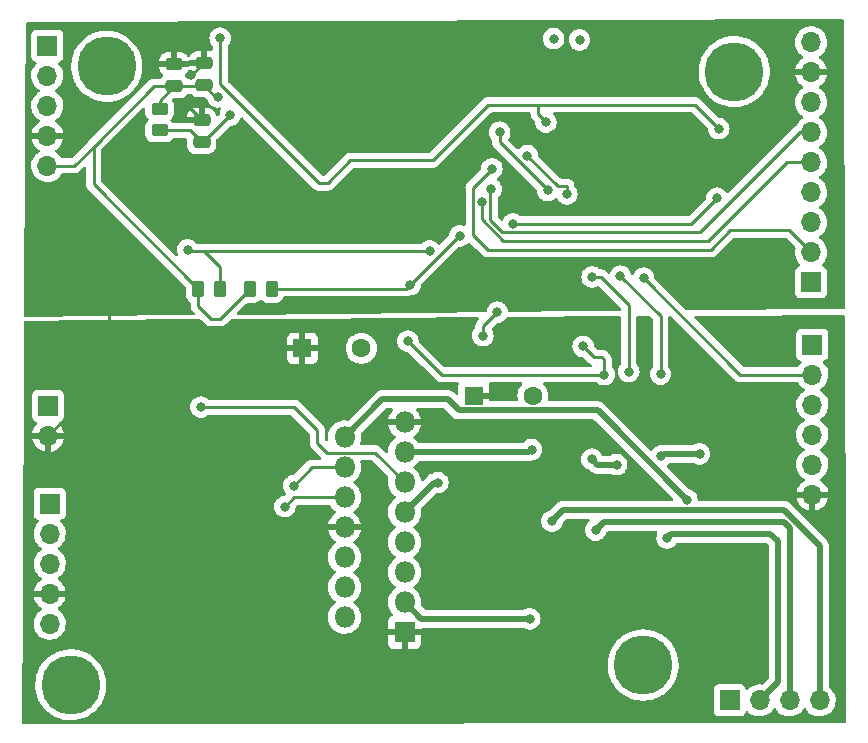
<source format=gbr>
%TF.GenerationSoftware,KiCad,Pcbnew,(6.0.2)*%
%TF.CreationDate,2022-03-09T23:50:44-05:00*%
%TF.ProjectId,car (1),63617220-2831-4292-9e6b-696361645f70,rev?*%
%TF.SameCoordinates,Original*%
%TF.FileFunction,Copper,L2,Bot*%
%TF.FilePolarity,Positive*%
%FSLAX46Y46*%
G04 Gerber Fmt 4.6, Leading zero omitted, Abs format (unit mm)*
G04 Created by KiCad (PCBNEW (6.0.2)) date 2022-03-09 23:50:44*
%MOMM*%
%LPD*%
G01*
G04 APERTURE LIST*
G04 Aperture macros list*
%AMRoundRect*
0 Rectangle with rounded corners*
0 $1 Rounding radius*
0 $2 $3 $4 $5 $6 $7 $8 $9 X,Y pos of 4 corners*
0 Add a 4 corners polygon primitive as box body*
4,1,4,$2,$3,$4,$5,$6,$7,$8,$9,$2,$3,0*
0 Add four circle primitives for the rounded corners*
1,1,$1+$1,$2,$3*
1,1,$1+$1,$4,$5*
1,1,$1+$1,$6,$7*
1,1,$1+$1,$8,$9*
0 Add four rect primitives between the rounded corners*
20,1,$1+$1,$2,$3,$4,$5,0*
20,1,$1+$1,$4,$5,$6,$7,0*
20,1,$1+$1,$6,$7,$8,$9,0*
20,1,$1+$1,$8,$9,$2,$3,0*%
G04 Aperture macros list end*
%TA.AperFunction,ComponentPad*%
%ADD10R,1.700000X1.700000*%
%TD*%
%TA.AperFunction,ComponentPad*%
%ADD11O,1.700000X1.700000*%
%TD*%
%TA.AperFunction,ComponentPad*%
%ADD12R,1.600000X1.600000*%
%TD*%
%TA.AperFunction,ComponentPad*%
%ADD13C,1.600000*%
%TD*%
%TA.AperFunction,ComponentPad*%
%ADD14C,5.000000*%
%TD*%
%TA.AperFunction,ComponentPad*%
%ADD15R,1.800000X1.800000*%
%TD*%
%TA.AperFunction,ComponentPad*%
%ADD16O,1.800000X1.800000*%
%TD*%
%TA.AperFunction,SMDPad,CuDef*%
%ADD17RoundRect,0.250000X0.262500X0.450000X-0.262500X0.450000X-0.262500X-0.450000X0.262500X-0.450000X0*%
%TD*%
%TA.AperFunction,SMDPad,CuDef*%
%ADD18RoundRect,0.250000X0.475000X-0.250000X0.475000X0.250000X-0.475000X0.250000X-0.475000X-0.250000X0*%
%TD*%
%TA.AperFunction,SMDPad,CuDef*%
%ADD19RoundRect,0.250000X0.450000X-0.262500X0.450000X0.262500X-0.450000X0.262500X-0.450000X-0.262500X0*%
%TD*%
%TA.AperFunction,ViaPad*%
%ADD20C,0.800000*%
%TD*%
%TA.AperFunction,Conductor*%
%ADD21C,0.250000*%
%TD*%
%TA.AperFunction,Conductor*%
%ADD22C,0.508000*%
%TD*%
G04 APERTURE END LIST*
D10*
%TO.P,J4,1,Pin_1*%
%TO.N,DTR*%
X120446800Y-78486000D03*
D11*
%TO.P,J4,2,Pin_2*%
%TO.N,RX*%
X120446800Y-81026000D03*
%TO.P,J4,3,Pin_3*%
%TO.N,TX*%
X120446800Y-83566000D03*
%TO.P,J4,4,Pin_4*%
%TO.N,unconnected-(J4-Pad4)*%
X120446800Y-86106000D03*
%TO.P,J4,5,Pin_5*%
%TO.N,CTS*%
X120446800Y-88646000D03*
%TO.P,J4,6,Pin_6*%
%TO.N,GND*%
X120446800Y-91186000D03*
%TD*%
D12*
%TO.P,C7,1*%
%TO.N,GND*%
X77266800Y-78790800D03*
D13*
%TO.P,C7,2*%
%TO.N,Vout*%
X82266800Y-78790800D03*
%TD*%
D10*
%TO.P,J1,1,Pin_1*%
%TO.N,SS*%
X120345200Y-73202800D03*
D11*
%TO.P,J1,2,Pin_2*%
%TO.N,SCK*%
X120345200Y-70662800D03*
%TO.P,J1,3,Pin_3*%
%TO.N,unconnected-(J1-Pad3)*%
X120345200Y-68122800D03*
%TO.P,J1,4,Pin_4*%
%TO.N,MOSI*%
X120345200Y-65582800D03*
%TO.P,J1,5,Pin_5*%
%TO.N,MISO*%
X120345200Y-63042800D03*
%TO.P,J1,6,Pin_6*%
%TO.N,IRQ*%
X120345200Y-60502800D03*
%TO.P,J1,7,Pin_7*%
%TO.N,3.3V*%
X120345200Y-57962800D03*
%TO.P,J1,8,Pin_8*%
%TO.N,GND*%
X120345200Y-55422800D03*
%TO.P,J1,9,Pin_9*%
%TO.N,3.3V*%
X120345200Y-52882800D03*
%TD*%
D10*
%TO.P,J2,1,Pin_1*%
%TO.N,OUT4*%
X113446400Y-108610400D03*
D11*
%TO.P,J2,2,Pin_2*%
%TO.N,OUT3*%
X115986400Y-108610400D03*
%TO.P,J2,3,Pin_3*%
%TO.N,OUT2*%
X118526400Y-108610400D03*
%TO.P,J2,4,Pin_4*%
%TO.N,OUT1*%
X121066400Y-108610400D03*
%TD*%
D14*
%TO.P,H3,1*%
%TO.N,N/C*%
X113842800Y-55372000D03*
%TD*%
%TO.P,H4,1*%
%TO.N,N/C*%
X57658000Y-107289600D03*
%TD*%
D10*
%TO.P,J3,1,Pin_1*%
%TO.N,B+*%
X55727600Y-83667600D03*
D11*
%TO.P,J3,2,Pin_2*%
%TO.N,GND*%
X55727600Y-86207600D03*
%TD*%
D14*
%TO.P,H1,1*%
%TO.N,N/C*%
X60706000Y-54914800D03*
%TD*%
D15*
%TO.P,U1,1,SENSE_A*%
%TO.N,GND*%
X85919800Y-102824200D03*
D16*
%TO.P,U1,2,OUT1*%
%TO.N,OUT1*%
X80839800Y-101554200D03*
%TO.P,U1,3,OUT2*%
%TO.N,OUT2*%
X85919800Y-100284200D03*
%TO.P,U1,4,Vs*%
%TO.N,Vout*%
X80839800Y-99014200D03*
%TO.P,U1,5,IN1*%
%TO.N,Net-(R6-Pad2)*%
X85919800Y-97744200D03*
%TO.P,U1,6,EnA*%
%TO.N,Net-(R4-Pad2)*%
X80839800Y-96474200D03*
%TO.P,U1,7,IN2*%
%TO.N,Net-(R5-Pad2)*%
X85919800Y-95204200D03*
%TO.P,U1,8,GND*%
%TO.N,GND*%
X80839800Y-93934200D03*
%TO.P,U1,9,Vss*%
%TO.N,Vout*%
X85919800Y-92664200D03*
%TO.P,U1,10,IN3*%
%TO.N,Net-(R3-Pad2)*%
X80839800Y-91394200D03*
%TO.P,U1,11,EnB*%
%TO.N,Net-(R1-Pad2)*%
X85919800Y-90124200D03*
%TO.P,U1,12,IN4*%
%TO.N,Net-(R2-Pad2)*%
X80839800Y-88854200D03*
%TO.P,U1,13,OUT3*%
%TO.N,OUT3*%
X85919800Y-87584200D03*
%TO.P,U1,14,OUT4*%
%TO.N,OUT4*%
X80839800Y-86314200D03*
%TO.P,U1,15,SENSE_B*%
%TO.N,GND*%
X85919800Y-85044200D03*
%TD*%
D12*
%TO.P,C3,1*%
%TO.N,GND*%
X91780549Y-82804000D03*
D13*
%TO.P,C3,2*%
%TO.N,Vout*%
X96780549Y-82804000D03*
%TD*%
D10*
%TO.P,J6,1,Pin_1*%
%TO.N,unconnected-(J6-Pad1)*%
X55880000Y-91948000D03*
D11*
%TO.P,J6,2,Pin_2*%
%TO.N,unconnected-(J6-Pad2)*%
X55880000Y-94488000D03*
%TO.P,J6,3,Pin_3*%
%TO.N,B+*%
X55880000Y-97028000D03*
%TO.P,J6,4,Pin_4*%
%TO.N,GND*%
X55880000Y-99568000D03*
%TO.P,J6,5,Pin_5*%
%TO.N,Vout*%
X55880000Y-102108000D03*
%TD*%
D10*
%TO.P,J5,1,Pin_1*%
%TO.N,unconnected-(J5-Pad1)*%
X55676800Y-53187600D03*
D11*
%TO.P,J5,2,Pin_2*%
%TO.N,unconnected-(J5-Pad2)*%
X55676800Y-55727600D03*
%TO.P,J5,3,Pin_3*%
%TO.N,B+*%
X55676800Y-58267600D03*
%TO.P,J5,4,Pin_4*%
%TO.N,GND*%
X55676800Y-60807600D03*
%TO.P,J5,5,Pin_5*%
%TO.N,3.3V*%
X55676800Y-63347600D03*
%TD*%
D14*
%TO.P,H2,1*%
%TO.N,N/C*%
X106121200Y-105613200D03*
%TD*%
D17*
%TO.P,R11,1*%
%TO.N,GPIO0*%
X74674100Y-73761600D03*
%TO.P,R11,2*%
%TO.N,3.3V*%
X72849100Y-73761600D03*
%TD*%
D18*
%TO.P,C2,1*%
%TO.N,3.3V*%
X68935600Y-56525200D03*
%TO.P,C2,2*%
%TO.N,GND*%
X68935600Y-54625200D03*
%TD*%
D19*
%TO.P,R9,1*%
%TO.N,EN*%
X65176400Y-60346600D03*
%TO.P,R9,2*%
%TO.N,3.3V*%
X65176400Y-58521600D03*
%TD*%
D18*
%TO.P,C1,1*%
%TO.N,3.3V*%
X66395600Y-56626800D03*
%TO.P,C1,2*%
%TO.N,GND*%
X66395600Y-54726800D03*
%TD*%
%TO.P,C6,1*%
%TO.N,EN*%
X68732400Y-61351200D03*
%TO.P,C6,2*%
%TO.N,GND*%
X68732400Y-59451200D03*
%TD*%
D17*
%TO.P,R12,1*%
%TO.N,EN*%
X70264100Y-73761600D03*
%TO.P,R12,2*%
%TO.N,3.3V*%
X68439100Y-73761600D03*
%TD*%
D20*
%TO.N,GND*%
X90322400Y-85750400D03*
X60858400Y-74930000D03*
X67716400Y-58064400D03*
X67837079Y-55698248D03*
%TO.N,OUT1*%
X98399600Y-93421200D03*
%TO.N,OUT2*%
X102103701Y-94187499D03*
X96520000Y-101701600D03*
%TO.N,OUT3*%
X96672400Y-87376000D03*
X108153200Y-94843600D03*
%TO.N,OUT4*%
X109829600Y-91626500D03*
%TO.N,Vout*%
X103886000Y-88646000D03*
X101789900Y-88188800D03*
X107645200Y-87934800D03*
X88747600Y-90170000D03*
X110896400Y-87731600D03*
%TO.N,GPIO0*%
X90580699Y-69286901D03*
X86410800Y-73406000D03*
%TO.N,EN*%
X71170800Y-59029600D03*
X67559701Y-70455301D03*
X88036400Y-70561200D03*
%TO.N,MOSI*%
X112369600Y-66090800D03*
X95097600Y-68261900D03*
%TO.N,MISO*%
X92442700Y-66391301D03*
%TO.N,IRQ*%
X93268800Y-65328800D03*
%TO.N,SCK*%
X93319600Y-63601600D03*
%TO.N,RX*%
X106172000Y-72847200D03*
X99669600Y-65735200D03*
X96316800Y-62484000D03*
%TO.N,TX*%
X104190800Y-72694800D03*
X98044000Y-65430400D03*
X107594400Y-80975200D03*
X93980000Y-60502800D03*
%TO.N,DTR*%
X86207600Y-78181200D03*
X102819200Y-81026000D03*
X101041200Y-78638411D03*
%TO.N,CTS*%
X93770720Y-75726990D03*
X104902000Y-80772000D03*
X92557600Y-77724000D03*
X101803200Y-72745600D03*
%TO.N,Net-(R2-Pad2)*%
X76555600Y-90424000D03*
%TO.N,Net-(R1-Pad2)*%
X68681600Y-83769200D03*
%TO.N,Net-(R3-Pad2)*%
X75793600Y-92202000D03*
%TO.N,3.3V*%
X70099701Y-57501301D03*
X97891600Y-59639200D03*
X70307200Y-52527200D03*
X112522000Y-60198000D03*
%TO.N,GPIO22*%
X100736400Y-52679600D03*
%TO.N,GPIO23*%
X98552000Y-52578000D03*
%TD*%
D21*
%TO.N,GND*%
X60858400Y-77266800D02*
X60502800Y-77622400D01*
X67716400Y-58064400D02*
X67716400Y-58435200D01*
X60858400Y-74930000D02*
X60858400Y-77266800D01*
X68910127Y-54625200D02*
X67837079Y-55698248D01*
X60502800Y-81432400D02*
X55727600Y-86207600D01*
X90322400Y-85750400D02*
X89616200Y-85044200D01*
X68935600Y-54625200D02*
X68910127Y-54625200D01*
X68935600Y-54625200D02*
X68935600Y-54626181D01*
X89616200Y-85044200D02*
X85919800Y-85044200D01*
X60502800Y-77622400D02*
X60502800Y-81432400D01*
X67716400Y-58435200D02*
X68732400Y-59451200D01*
D22*
%TO.N,OUT1*%
X98399600Y-93421200D02*
X99340800Y-92480000D01*
X118032400Y-92480000D02*
X118313200Y-92760800D01*
X99340800Y-92480000D02*
X118032400Y-92480000D01*
X118313200Y-92760800D02*
X118313200Y-92776216D01*
X121066400Y-95529416D02*
X121066400Y-108610400D01*
X118313200Y-92776216D02*
X121066400Y-95529416D01*
%TO.N,OUT2*%
X102768400Y-93522800D02*
X102103701Y-94187499D01*
X118059200Y-93522800D02*
X102768400Y-93522800D01*
X118526400Y-108610400D02*
X118526400Y-93990000D01*
X118526400Y-93990000D02*
X118059200Y-93522800D01*
X96520000Y-101701600D02*
X87337200Y-101701600D01*
X87337200Y-101701600D02*
X85919800Y-100284200D01*
%TO.N,OUT3*%
X108516800Y-94480000D02*
X116898800Y-94480000D01*
X96464200Y-87584200D02*
X85919800Y-87584200D01*
X116898800Y-94480000D02*
X117551200Y-95132400D01*
X117551200Y-95132400D02*
X117551200Y-107045600D01*
X108153200Y-94843600D02*
X108516800Y-94480000D01*
D21*
X96672400Y-87376000D02*
X96464200Y-87584200D01*
D22*
X117551200Y-107045600D02*
X115986400Y-108610400D01*
%TO.N,OUT4*%
X102260611Y-84057511D02*
X109829600Y-91626500D01*
X84045200Y-83108800D02*
X89578327Y-83108800D01*
X90527038Y-84057511D02*
X102260611Y-84057511D01*
X89578327Y-83108800D02*
X90527038Y-84057511D01*
X80839800Y-86314200D02*
X84045200Y-83108800D01*
D21*
%TO.N,Vout*%
X88414000Y-90170000D02*
X88747600Y-90170000D01*
D22*
X102247100Y-88646000D02*
X101789900Y-88188800D01*
X103886000Y-88646000D02*
X102247100Y-88646000D01*
X110896400Y-87731600D02*
X107848400Y-87731600D01*
X85919800Y-92664200D02*
X88414000Y-90170000D01*
D21*
X107848400Y-87731600D02*
X107645200Y-87934800D01*
%TO.N,GPIO0*%
X86410800Y-73406000D02*
X90529899Y-69286901D01*
X74674100Y-73761600D02*
X86055200Y-73761600D01*
X90529899Y-69286901D02*
X90580699Y-69286901D01*
X86055200Y-73761600D02*
X86410800Y-73406000D01*
%TO.N,EN*%
X65176400Y-60346600D02*
X67727800Y-60346600D01*
X70264100Y-73761600D02*
X70264100Y-71889700D01*
X67665600Y-70561200D02*
X67559701Y-70455301D01*
X68849200Y-61351200D02*
X71170800Y-59029600D01*
X70264100Y-71889700D02*
X68935600Y-70561200D01*
X68732400Y-61351200D02*
X68849200Y-61351200D01*
X68935600Y-70561200D02*
X67665600Y-70561200D01*
X88036400Y-70561200D02*
X68935600Y-70561200D01*
X67727800Y-60346600D02*
X68732400Y-61351200D01*
%TO.N,MOSI*%
X110198500Y-68261900D02*
X112369600Y-66090800D01*
X95097600Y-68261900D02*
X110198500Y-68261900D01*
%TO.N,MISO*%
X118262400Y-63042800D02*
X120345200Y-63042800D01*
X111607600Y-69697600D02*
X94258683Y-69697600D01*
X92442700Y-67881617D02*
X92442700Y-66391301D01*
X94258683Y-69697600D02*
X92442700Y-67881617D01*
X111607600Y-69697600D02*
X118262400Y-63042800D01*
%TO.N,IRQ*%
X110896400Y-68986400D02*
X119380000Y-60502800D01*
X119380000Y-60502800D02*
X120345200Y-60502800D01*
X94183200Y-68986400D02*
X110896400Y-68986400D01*
X93167200Y-67970400D02*
X93167200Y-65430400D01*
X94183200Y-68986400D02*
X93167200Y-67970400D01*
X93167200Y-65430400D02*
X93268800Y-65328800D01*
%TO.N,SCK*%
X113516907Y-68812907D02*
X118495307Y-68812907D01*
X91718189Y-69213789D02*
X92964000Y-70459600D01*
X91718189Y-69213789D02*
X91718189Y-65203011D01*
X113516907Y-68812907D02*
X111870214Y-70459600D01*
X118495307Y-68812907D02*
X120345200Y-70662800D01*
X91718189Y-65203011D02*
X93319600Y-63601600D01*
X111870214Y-70459600D02*
X92964000Y-70459600D01*
%TO.N,RX*%
X114350800Y-81026000D02*
X106172000Y-72847200D01*
X120446800Y-81026000D02*
X114350800Y-81026000D01*
X99669600Y-65735200D02*
X99669600Y-65067120D01*
X99669600Y-65067120D02*
X98899920Y-65067120D01*
X98899920Y-65067120D02*
X96316800Y-62484000D01*
%TO.N,TX*%
X107594400Y-80975200D02*
X107594400Y-76098400D01*
X93980000Y-61366400D02*
X93980000Y-60502800D01*
X98044000Y-65430400D02*
X93980000Y-61366400D01*
X107594400Y-76098400D02*
X104190800Y-72694800D01*
%TO.N,DTR*%
X101041200Y-78638411D02*
X101955589Y-79552800D01*
X102616000Y-79552800D02*
X102819200Y-79756000D01*
X101955589Y-79552800D02*
X102616000Y-79552800D01*
X102819200Y-81026000D02*
X89052400Y-81026000D01*
X89052400Y-81026000D02*
X86207600Y-78181200D01*
X102819200Y-79756000D02*
X102819200Y-81026000D01*
%TO.N,CTS*%
X104902000Y-80772000D02*
X104902000Y-75133200D01*
X92557600Y-76940110D02*
X93770720Y-75726990D01*
X92557600Y-77724000D02*
X92557600Y-76940110D01*
X102514400Y-72745600D02*
X104902000Y-75133200D01*
X102514400Y-72745600D02*
X101803200Y-72745600D01*
%TO.N,Net-(R2-Pad2)*%
X76555600Y-90424000D02*
X78125400Y-88854200D01*
X78125400Y-88854200D02*
X80839800Y-88854200D01*
%TO.N,Net-(R1-Pad2)*%
X78536800Y-85742921D02*
X78536800Y-86817200D01*
X76563079Y-83769200D02*
X78536800Y-85742921D01*
X78536800Y-86817200D02*
X79349289Y-87629689D01*
X68681600Y-83769200D02*
X76563079Y-83769200D01*
X79349289Y-87629689D02*
X83425289Y-87629689D01*
X83425289Y-87629689D02*
X85919800Y-90124200D01*
%TO.N,Net-(R3-Pad2)*%
X76601400Y-91394200D02*
X80839800Y-91394200D01*
X75793600Y-92202000D02*
X76601400Y-91394200D01*
%TO.N,3.3V*%
X70307200Y-52527200D02*
X70307200Y-56438800D01*
X59588400Y-61722000D02*
X64683600Y-56626800D01*
X97231200Y-58166000D02*
X110490000Y-58166000D01*
X65176400Y-58521600D02*
X65176400Y-57846000D01*
X88303711Y-62877089D02*
X93014800Y-58166000D01*
X93014800Y-58166000D02*
X97231200Y-58166000D01*
X69911701Y-57501301D02*
X68935600Y-56525200D01*
X97891600Y-59639200D02*
X97231200Y-58978800D01*
X64683600Y-56626800D02*
X66395600Y-56626800D01*
X110490000Y-58166000D02*
X112522000Y-60198000D01*
X72849100Y-73761600D02*
X70309100Y-76301600D01*
X68834000Y-56626800D02*
X68935600Y-56525200D01*
X68439100Y-73761600D02*
X59588400Y-64910900D01*
X66395600Y-56626800D02*
X68834000Y-56626800D01*
X59588400Y-64910900D02*
X59588400Y-61722000D01*
X79400400Y-64820800D02*
X81344111Y-62877089D01*
X97231200Y-58978800D02*
X97231200Y-58166000D01*
X68439100Y-75195500D02*
X68439100Y-73761600D01*
X70309100Y-76301600D02*
X69545200Y-76301600D01*
X55676800Y-63347600D02*
X57962800Y-63347600D01*
X81344111Y-62877089D02*
X88303711Y-62877089D01*
X70307200Y-56438800D02*
X78689200Y-64820800D01*
X57962800Y-63347600D02*
X59588400Y-61722000D01*
X69545200Y-76301600D02*
X68439100Y-75195500D01*
X78689200Y-64820800D02*
X79400400Y-64820800D01*
X65176400Y-57846000D02*
X66395600Y-56626800D01*
X70099701Y-57501301D02*
X69911701Y-57501301D01*
%TD*%
%TA.AperFunction,Conductor*%
%TO.N,GND*%
G36*
X123082458Y-50924055D02*
G01*
X123129183Y-50977508D01*
X123140797Y-51030030D01*
X123201822Y-75317952D01*
X123181991Y-75386123D01*
X123128452Y-75432751D01*
X123077094Y-75444263D01*
X109851829Y-75577659D01*
X109783511Y-75558345D01*
X109761467Y-75540763D01*
X107119122Y-72898417D01*
X107085096Y-72836105D01*
X107082907Y-72822492D01*
X107080513Y-72799709D01*
X107065542Y-72657272D01*
X107006527Y-72475644D01*
X106999977Y-72464298D01*
X106944564Y-72368321D01*
X106911040Y-72310256D01*
X106876837Y-72272269D01*
X106787675Y-72173245D01*
X106787674Y-72173244D01*
X106783253Y-72168334D01*
X106628752Y-72056082D01*
X106622724Y-72053398D01*
X106622722Y-72053397D01*
X106460319Y-71981091D01*
X106460318Y-71981091D01*
X106454288Y-71978406D01*
X106351737Y-71956608D01*
X106273944Y-71940072D01*
X106273939Y-71940072D01*
X106267487Y-71938700D01*
X106076513Y-71938700D01*
X106070061Y-71940072D01*
X106070056Y-71940072D01*
X105992263Y-71956608D01*
X105889712Y-71978406D01*
X105883682Y-71981091D01*
X105883681Y-71981091D01*
X105721278Y-72053397D01*
X105721276Y-72053398D01*
X105715248Y-72056082D01*
X105560747Y-72168334D01*
X105556326Y-72173244D01*
X105556325Y-72173245D01*
X105467164Y-72272269D01*
X105432960Y-72310256D01*
X105399436Y-72368321D01*
X105344024Y-72464298D01*
X105337473Y-72475644D01*
X105330019Y-72498585D01*
X105325577Y-72512256D01*
X105285503Y-72570862D01*
X105220106Y-72598498D01*
X105150149Y-72586391D01*
X105097843Y-72538384D01*
X105084582Y-72504794D01*
X105084342Y-72504872D01*
X105083084Y-72501001D01*
X105025327Y-72323244D01*
X105017829Y-72310256D01*
X104935889Y-72168334D01*
X104929840Y-72157856D01*
X104919946Y-72146867D01*
X104806475Y-72020845D01*
X104806474Y-72020844D01*
X104802053Y-72015934D01*
X104647552Y-71903682D01*
X104641524Y-71900998D01*
X104641522Y-71900997D01*
X104479119Y-71828691D01*
X104479118Y-71828691D01*
X104473088Y-71826006D01*
X104379688Y-71806153D01*
X104292744Y-71787672D01*
X104292739Y-71787672D01*
X104286287Y-71786300D01*
X104095313Y-71786300D01*
X104088861Y-71787672D01*
X104088856Y-71787672D01*
X104001912Y-71806153D01*
X103908512Y-71826006D01*
X103902482Y-71828691D01*
X103902481Y-71828691D01*
X103740078Y-71900997D01*
X103740076Y-71900998D01*
X103734048Y-71903682D01*
X103579547Y-72015934D01*
X103575126Y-72020844D01*
X103575125Y-72020845D01*
X103461655Y-72146867D01*
X103451760Y-72157856D01*
X103445711Y-72168334D01*
X103363772Y-72310256D01*
X103356273Y-72323244D01*
X103341627Y-72368321D01*
X103329484Y-72405692D01*
X103289411Y-72464298D01*
X103224014Y-72491935D01*
X103154057Y-72479828D01*
X103120556Y-72455851D01*
X103018052Y-72353347D01*
X103010512Y-72345061D01*
X103006400Y-72338582D01*
X102996760Y-72329529D01*
X102956749Y-72291957D01*
X102953907Y-72289202D01*
X102934170Y-72269465D01*
X102930973Y-72266985D01*
X102921951Y-72259280D01*
X102895500Y-72234441D01*
X102889721Y-72229014D01*
X102882775Y-72225195D01*
X102882772Y-72225193D01*
X102871966Y-72219252D01*
X102855447Y-72208401D01*
X102849448Y-72203748D01*
X102839441Y-72195986D01*
X102832172Y-72192841D01*
X102832168Y-72192838D01*
X102798863Y-72178426D01*
X102788213Y-72173209D01*
X102749460Y-72151905D01*
X102729837Y-72146867D01*
X102711134Y-72140463D01*
X102699820Y-72135567D01*
X102699819Y-72135567D01*
X102692545Y-72132419D01*
X102684722Y-72131180D01*
X102684712Y-72131177D01*
X102648876Y-72125501D01*
X102637256Y-72123095D01*
X102602111Y-72114072D01*
X102602110Y-72114072D01*
X102594430Y-72112100D01*
X102574176Y-72112100D01*
X102554465Y-72110549D01*
X102542678Y-72108682D01*
X102534457Y-72107380D01*
X102520684Y-72108682D01*
X102450983Y-72095180D01*
X102424774Y-72074956D01*
X102423780Y-72076060D01*
X102418868Y-72071637D01*
X102414453Y-72066734D01*
X102392871Y-72051054D01*
X102265294Y-71958363D01*
X102265293Y-71958362D01*
X102259952Y-71954482D01*
X102253924Y-71951798D01*
X102253922Y-71951797D01*
X102091519Y-71879491D01*
X102091518Y-71879491D01*
X102085488Y-71876806D01*
X101964340Y-71851055D01*
X101905144Y-71838472D01*
X101905139Y-71838472D01*
X101898687Y-71837100D01*
X101707713Y-71837100D01*
X101701261Y-71838472D01*
X101701256Y-71838472D01*
X101642060Y-71851055D01*
X101520912Y-71876806D01*
X101514882Y-71879491D01*
X101514881Y-71879491D01*
X101352478Y-71951797D01*
X101352476Y-71951798D01*
X101346448Y-71954482D01*
X101341107Y-71958362D01*
X101341106Y-71958363D01*
X101309824Y-71981091D01*
X101191947Y-72066734D01*
X101187526Y-72071644D01*
X101187525Y-72071645D01*
X101078403Y-72192838D01*
X101064160Y-72208656D01*
X100968673Y-72374044D01*
X100909658Y-72555672D01*
X100908968Y-72562233D01*
X100908968Y-72562235D01*
X100898290Y-72663835D01*
X100889696Y-72745600D01*
X100890386Y-72752165D01*
X100905758Y-72898417D01*
X100909658Y-72935528D01*
X100968673Y-73117156D01*
X100971976Y-73122878D01*
X100971977Y-73122879D01*
X100986998Y-73148896D01*
X101064160Y-73282544D01*
X101191947Y-73424466D01*
X101346448Y-73536718D01*
X101352476Y-73539402D01*
X101352478Y-73539403D01*
X101479436Y-73595928D01*
X101520912Y-73614394D01*
X101614312Y-73634247D01*
X101701256Y-73652728D01*
X101701261Y-73652728D01*
X101707713Y-73654100D01*
X101898687Y-73654100D01*
X101905139Y-73652728D01*
X101905144Y-73652728D01*
X101992088Y-73634247D01*
X102085488Y-73614394D01*
X102126964Y-73595928D01*
X102253922Y-73539403D01*
X102253924Y-73539402D01*
X102259952Y-73536718D01*
X102265293Y-73532837D01*
X102270597Y-73529775D01*
X102339592Y-73513036D01*
X102406684Y-73536255D01*
X102422694Y-73549798D01*
X104231595Y-75358699D01*
X104265621Y-75421011D01*
X104268500Y-75447794D01*
X104268500Y-75509239D01*
X104248498Y-75577360D01*
X104194842Y-75623853D01*
X104143772Y-75635233D01*
X100112086Y-75675898D01*
X94799209Y-75729486D01*
X94730890Y-75710172D01*
X94683858Y-75656988D01*
X94672628Y-75616662D01*
X94671739Y-75608197D01*
X94666499Y-75558345D01*
X94664952Y-75543625D01*
X94664952Y-75543623D01*
X94664262Y-75537062D01*
X94605247Y-75355434D01*
X94509760Y-75190046D01*
X94451175Y-75124980D01*
X94386395Y-75053035D01*
X94386394Y-75053034D01*
X94381973Y-75048124D01*
X94259478Y-74959126D01*
X94232814Y-74939753D01*
X94232813Y-74939752D01*
X94227472Y-74935872D01*
X94221444Y-74933188D01*
X94221442Y-74933187D01*
X94059039Y-74860881D01*
X94059038Y-74860881D01*
X94053008Y-74858196D01*
X93953543Y-74837054D01*
X93872664Y-74819862D01*
X93872659Y-74819862D01*
X93866207Y-74818490D01*
X93675233Y-74818490D01*
X93668781Y-74819862D01*
X93668776Y-74819862D01*
X93587897Y-74837054D01*
X93488432Y-74858196D01*
X93482402Y-74860881D01*
X93482401Y-74860881D01*
X93319998Y-74933187D01*
X93319996Y-74933188D01*
X93313968Y-74935872D01*
X93308627Y-74939752D01*
X93308626Y-74939753D01*
X93281962Y-74959126D01*
X93159467Y-75048124D01*
X93155046Y-75053034D01*
X93155045Y-75053035D01*
X93090266Y-75124980D01*
X93031680Y-75190046D01*
X92936193Y-75355434D01*
X92877178Y-75537062D01*
X92876488Y-75543623D01*
X92876488Y-75543625D01*
X92866631Y-75637407D01*
X92839617Y-75703064D01*
X92781396Y-75743693D01*
X92742592Y-75750230D01*
X87907060Y-75799004D01*
X71851104Y-75960951D01*
X71782788Y-75941638D01*
X71735756Y-75888454D01*
X71724944Y-75818285D01*
X71753784Y-75753410D01*
X71760741Y-75745863D01*
X72499599Y-75007005D01*
X72561911Y-74972979D01*
X72588694Y-74970100D01*
X73162000Y-74970100D01*
X73165246Y-74969763D01*
X73165250Y-74969763D01*
X73260908Y-74959838D01*
X73260912Y-74959837D01*
X73267766Y-74959126D01*
X73274302Y-74956945D01*
X73274304Y-74956945D01*
X73406406Y-74912872D01*
X73435546Y-74903150D01*
X73585948Y-74810078D01*
X73672384Y-74723491D01*
X73734666Y-74689412D01*
X73805486Y-74694415D01*
X73850576Y-74723336D01*
X73938297Y-74810905D01*
X73944527Y-74814745D01*
X73944528Y-74814746D01*
X74081690Y-74899294D01*
X74088862Y-74903715D01*
X74145877Y-74922626D01*
X74250211Y-74957232D01*
X74250213Y-74957232D01*
X74256739Y-74959397D01*
X74263575Y-74960097D01*
X74263578Y-74960098D01*
X74306631Y-74964509D01*
X74361200Y-74970100D01*
X74987000Y-74970100D01*
X74990246Y-74969763D01*
X74990250Y-74969763D01*
X75085908Y-74959838D01*
X75085912Y-74959837D01*
X75092766Y-74959126D01*
X75099302Y-74956945D01*
X75099304Y-74956945D01*
X75231406Y-74912872D01*
X75260546Y-74903150D01*
X75410948Y-74810078D01*
X75535905Y-74684903D01*
X75586591Y-74602675D01*
X75624875Y-74540568D01*
X75624876Y-74540566D01*
X75628715Y-74534338D01*
X75646263Y-74481432D01*
X75686694Y-74423073D01*
X75752258Y-74395836D01*
X75765856Y-74395100D01*
X85976433Y-74395100D01*
X85987616Y-74395627D01*
X85995109Y-74397302D01*
X86003035Y-74397053D01*
X86003036Y-74397053D01*
X86063186Y-74395162D01*
X86067145Y-74395100D01*
X86095056Y-74395100D01*
X86098991Y-74394603D01*
X86099056Y-74394595D01*
X86110893Y-74393662D01*
X86143151Y-74392648D01*
X86147170Y-74392522D01*
X86155089Y-74392273D01*
X86174543Y-74386621D01*
X86193900Y-74382613D01*
X86206130Y-74381068D01*
X86206131Y-74381068D01*
X86213997Y-74380074D01*
X86221368Y-74377155D01*
X86221370Y-74377155D01*
X86255112Y-74363796D01*
X86266342Y-74359951D01*
X86301183Y-74349829D01*
X86301184Y-74349829D01*
X86308793Y-74347618D01*
X86315612Y-74343585D01*
X86315617Y-74343583D01*
X86326228Y-74337307D01*
X86343981Y-74328609D01*
X86357272Y-74323348D01*
X86403652Y-74314500D01*
X86506287Y-74314500D01*
X86512739Y-74313128D01*
X86512744Y-74313128D01*
X86599687Y-74294647D01*
X86693088Y-74274794D01*
X86699119Y-74272109D01*
X86861522Y-74199803D01*
X86861524Y-74199802D01*
X86867552Y-74197118D01*
X87022053Y-74084866D01*
X87149840Y-73942944D01*
X87245327Y-73777556D01*
X87304342Y-73595928D01*
X87309191Y-73549798D01*
X87321707Y-73430707D01*
X87348720Y-73365050D01*
X87357922Y-73354782D01*
X90480398Y-70232306D01*
X90542710Y-70198280D01*
X90569493Y-70195401D01*
X90676186Y-70195401D01*
X90682638Y-70194029D01*
X90682643Y-70194029D01*
X90769586Y-70175548D01*
X90862987Y-70155695D01*
X91010474Y-70090030D01*
X91031421Y-70080704D01*
X91031423Y-70080703D01*
X91037451Y-70078019D01*
X91191952Y-69965767D01*
X91284245Y-69863265D01*
X91344691Y-69826025D01*
X91415674Y-69827377D01*
X91466976Y-69858480D01*
X92010890Y-70402395D01*
X92460348Y-70851853D01*
X92467888Y-70860139D01*
X92472000Y-70866618D01*
X92477777Y-70872043D01*
X92521651Y-70913243D01*
X92524493Y-70915998D01*
X92544230Y-70935735D01*
X92547427Y-70938215D01*
X92556447Y-70945918D01*
X92588679Y-70976186D01*
X92595625Y-70980005D01*
X92595628Y-70980007D01*
X92606434Y-70985948D01*
X92622953Y-70996799D01*
X92638959Y-71009214D01*
X92646228Y-71012359D01*
X92646232Y-71012362D01*
X92679537Y-71026774D01*
X92690187Y-71031991D01*
X92728940Y-71053295D01*
X92736615Y-71055266D01*
X92736616Y-71055266D01*
X92748562Y-71058333D01*
X92767267Y-71064737D01*
X92785855Y-71072781D01*
X92793678Y-71074020D01*
X92793688Y-71074023D01*
X92829524Y-71079699D01*
X92841144Y-71082105D01*
X92872959Y-71090273D01*
X92883970Y-71093100D01*
X92904224Y-71093100D01*
X92923934Y-71094651D01*
X92943943Y-71097820D01*
X92951835Y-71097074D01*
X92970580Y-71095302D01*
X92987962Y-71093659D01*
X92999819Y-71093100D01*
X111791447Y-71093100D01*
X111802630Y-71093627D01*
X111810123Y-71095302D01*
X111818049Y-71095053D01*
X111818050Y-71095053D01*
X111878200Y-71093162D01*
X111882159Y-71093100D01*
X111910070Y-71093100D01*
X111914005Y-71092603D01*
X111914070Y-71092595D01*
X111925907Y-71091662D01*
X111958165Y-71090648D01*
X111962184Y-71090522D01*
X111970103Y-71090273D01*
X111989557Y-71084621D01*
X112008914Y-71080613D01*
X112021144Y-71079068D01*
X112021145Y-71079068D01*
X112029011Y-71078074D01*
X112036382Y-71075155D01*
X112036384Y-71075155D01*
X112070126Y-71061796D01*
X112081356Y-71057951D01*
X112116197Y-71047829D01*
X112116198Y-71047829D01*
X112123807Y-71045618D01*
X112130626Y-71041585D01*
X112130631Y-71041583D01*
X112141242Y-71035307D01*
X112158990Y-71026612D01*
X112177831Y-71019152D01*
X112213601Y-70993164D01*
X112223521Y-70986648D01*
X112254749Y-70968180D01*
X112254752Y-70968178D01*
X112261576Y-70964142D01*
X112275897Y-70949821D01*
X112290931Y-70936980D01*
X112300908Y-70929731D01*
X112307321Y-70925072D01*
X112335512Y-70890995D01*
X112343502Y-70882216D01*
X113742406Y-69483312D01*
X113804718Y-69449286D01*
X113831501Y-69446407D01*
X118180713Y-69446407D01*
X118248834Y-69466409D01*
X118269808Y-69483312D01*
X118994978Y-70208482D01*
X119029004Y-70270794D01*
X119027300Y-70331248D01*
X119006189Y-70407370D01*
X119005641Y-70412500D01*
X119005640Y-70412504D01*
X119002133Y-70445322D01*
X118982451Y-70629495D01*
X118982748Y-70634648D01*
X118982748Y-70634651D01*
X118988211Y-70729390D01*
X118995310Y-70852515D01*
X118996447Y-70857561D01*
X118996448Y-70857567D01*
X119013433Y-70932931D01*
X119044422Y-71070439D01*
X119082661Y-71164611D01*
X119115880Y-71246419D01*
X119128466Y-71277416D01*
X119157071Y-71324095D01*
X119213643Y-71416412D01*
X119245187Y-71467888D01*
X119391450Y-71636738D01*
X119395430Y-71640042D01*
X119400181Y-71643987D01*
X119439816Y-71702890D01*
X119441313Y-71773871D01*
X119404197Y-71834393D01*
X119363924Y-71858912D01*
X119248495Y-71902185D01*
X119131939Y-71989539D01*
X119044585Y-72106095D01*
X118993455Y-72242484D01*
X118986700Y-72304666D01*
X118986700Y-74100934D01*
X118993455Y-74163116D01*
X119044585Y-74299505D01*
X119131939Y-74416061D01*
X119248495Y-74503415D01*
X119384884Y-74554545D01*
X119447066Y-74561300D01*
X121243334Y-74561300D01*
X121305516Y-74554545D01*
X121441905Y-74503415D01*
X121558461Y-74416061D01*
X121645815Y-74299505D01*
X121696945Y-74163116D01*
X121703700Y-74100934D01*
X121703700Y-72304666D01*
X121696945Y-72242484D01*
X121645815Y-72106095D01*
X121558461Y-71989539D01*
X121441905Y-71902185D01*
X121382004Y-71879729D01*
X121323403Y-71857760D01*
X121266639Y-71815118D01*
X121241939Y-71748556D01*
X121257147Y-71679208D01*
X121278693Y-71650527D01*
X121292530Y-71636738D01*
X121383296Y-71546289D01*
X121386732Y-71541508D01*
X121510635Y-71369077D01*
X121513653Y-71364877D01*
X121540800Y-71309950D01*
X121610336Y-71169253D01*
X121610337Y-71169251D01*
X121612630Y-71164611D01*
X121645852Y-71055266D01*
X121676065Y-70955823D01*
X121676065Y-70955821D01*
X121677570Y-70950869D01*
X121706729Y-70729390D01*
X121708356Y-70662800D01*
X121690052Y-70440161D01*
X121635631Y-70223502D01*
X121546554Y-70018640D01*
X121478503Y-69913449D01*
X121428022Y-69835417D01*
X121428020Y-69835414D01*
X121425214Y-69831077D01*
X121274870Y-69665851D01*
X121270819Y-69662652D01*
X121270815Y-69662648D01*
X121103614Y-69530600D01*
X121103610Y-69530598D01*
X121099559Y-69527398D01*
X121058253Y-69504596D01*
X121008284Y-69454164D01*
X120993512Y-69384721D01*
X121018628Y-69318316D01*
X121045980Y-69291709D01*
X121166943Y-69205427D01*
X121225060Y-69163973D01*
X121383296Y-69006289D01*
X121513653Y-68824877D01*
X121612630Y-68624611D01*
X121669358Y-68437898D01*
X121676065Y-68415823D01*
X121676065Y-68415821D01*
X121677570Y-68410869D01*
X121706729Y-68189390D01*
X121708356Y-68122800D01*
X121690052Y-67900161D01*
X121635631Y-67683502D01*
X121546554Y-67478640D01*
X121425214Y-67291077D01*
X121274870Y-67125851D01*
X121270819Y-67122652D01*
X121270815Y-67122648D01*
X121103614Y-66990600D01*
X121103610Y-66990598D01*
X121099559Y-66987398D01*
X121058253Y-66964596D01*
X121008284Y-66914164D01*
X120993512Y-66844721D01*
X121018628Y-66778316D01*
X121045980Y-66751709D01*
X121089803Y-66720450D01*
X121225060Y-66623973D01*
X121247804Y-66601309D01*
X121379635Y-66469937D01*
X121383296Y-66466289D01*
X121442794Y-66383489D01*
X121510635Y-66289077D01*
X121513653Y-66284877D01*
X121517521Y-66277052D01*
X121610336Y-66089253D01*
X121610337Y-66089251D01*
X121612630Y-66084611D01*
X121677570Y-65870869D01*
X121706729Y-65649390D01*
X121707513Y-65617311D01*
X121708274Y-65586165D01*
X121708274Y-65586161D01*
X121708356Y-65582800D01*
X121690052Y-65360161D01*
X121635631Y-65143502D01*
X121546554Y-64938640D01*
X121488343Y-64848659D01*
X121428022Y-64755417D01*
X121428020Y-64755414D01*
X121425214Y-64751077D01*
X121274870Y-64585851D01*
X121270819Y-64582652D01*
X121270815Y-64582648D01*
X121103614Y-64450600D01*
X121103610Y-64450598D01*
X121099559Y-64447398D01*
X121058253Y-64424596D01*
X121008284Y-64374164D01*
X120993512Y-64304721D01*
X121018628Y-64238316D01*
X121045980Y-64211709D01*
X121108242Y-64167298D01*
X121225060Y-64083973D01*
X121255262Y-64053877D01*
X121328800Y-63980595D01*
X121383296Y-63926289D01*
X121415722Y-63881164D01*
X121510635Y-63749077D01*
X121513653Y-63744877D01*
X121517811Y-63736465D01*
X121610336Y-63549253D01*
X121610337Y-63549251D01*
X121612630Y-63544611D01*
X121654390Y-63407162D01*
X121676065Y-63335823D01*
X121676065Y-63335821D01*
X121677570Y-63330869D01*
X121706729Y-63109390D01*
X121707150Y-63092170D01*
X121708274Y-63046165D01*
X121708274Y-63046161D01*
X121708356Y-63042800D01*
X121690052Y-62820161D01*
X121635631Y-62603502D01*
X121546554Y-62398640D01*
X121478051Y-62292750D01*
X121428022Y-62215417D01*
X121428020Y-62215414D01*
X121425214Y-62211077D01*
X121274870Y-62045851D01*
X121270819Y-62042652D01*
X121270815Y-62042648D01*
X121103614Y-61910600D01*
X121103610Y-61910598D01*
X121099559Y-61907398D01*
X121058253Y-61884596D01*
X121008284Y-61834164D01*
X120993512Y-61764721D01*
X121018628Y-61698316D01*
X121045980Y-61671709D01*
X121108916Y-61626817D01*
X121225060Y-61543973D01*
X121383296Y-61386289D01*
X121396968Y-61367263D01*
X121510635Y-61209077D01*
X121513653Y-61204877D01*
X121523467Y-61185021D01*
X121610336Y-61009253D01*
X121610337Y-61009251D01*
X121612630Y-61004611D01*
X121677570Y-60790869D01*
X121706729Y-60569390D01*
X121707259Y-60547700D01*
X121708274Y-60506165D01*
X121708274Y-60506161D01*
X121708356Y-60502800D01*
X121690052Y-60280161D01*
X121635631Y-60063502D01*
X121546554Y-59858640D01*
X121478151Y-59752905D01*
X121428022Y-59675417D01*
X121428020Y-59675414D01*
X121425214Y-59671077D01*
X121274870Y-59505851D01*
X121270819Y-59502652D01*
X121270815Y-59502648D01*
X121103614Y-59370600D01*
X121103610Y-59370598D01*
X121099559Y-59367398D01*
X121058253Y-59344596D01*
X121008284Y-59294164D01*
X120993512Y-59224721D01*
X121018628Y-59158316D01*
X121045980Y-59131709D01*
X121109645Y-59086297D01*
X121225060Y-59003973D01*
X121238335Y-58990745D01*
X121343823Y-58885624D01*
X121383296Y-58846289D01*
X121442794Y-58763489D01*
X121510635Y-58669077D01*
X121513653Y-58664877D01*
X121541616Y-58608299D01*
X121610336Y-58469253D01*
X121610337Y-58469251D01*
X121612630Y-58464611D01*
X121662865Y-58299270D01*
X121676065Y-58255823D01*
X121676065Y-58255821D01*
X121677570Y-58250869D01*
X121706729Y-58029390D01*
X121707150Y-58012170D01*
X121708274Y-57966165D01*
X121708274Y-57966161D01*
X121708356Y-57962800D01*
X121690052Y-57740161D01*
X121635631Y-57523502D01*
X121546554Y-57318640D01*
X121482130Y-57219056D01*
X121428022Y-57135417D01*
X121428020Y-57135414D01*
X121425214Y-57131077D01*
X121274870Y-56965851D01*
X121270819Y-56962652D01*
X121270815Y-56962648D01*
X121103614Y-56830600D01*
X121103610Y-56830598D01*
X121099559Y-56827398D01*
X121057769Y-56804329D01*
X121007798Y-56753897D01*
X120993026Y-56684454D01*
X121018142Y-56618048D01*
X121045494Y-56591441D01*
X121220528Y-56466592D01*
X121228400Y-56459939D01*
X121379252Y-56309612D01*
X121385930Y-56301765D01*
X121510203Y-56128820D01*
X121515513Y-56119983D01*
X121609870Y-55929067D01*
X121613669Y-55919472D01*
X121675577Y-55715710D01*
X121677755Y-55705637D01*
X121679186Y-55694762D01*
X121676975Y-55680578D01*
X121663817Y-55676800D01*
X119028425Y-55676800D01*
X119014894Y-55680773D01*
X119013457Y-55690766D01*
X119043765Y-55825246D01*
X119046845Y-55835075D01*
X119126970Y-56032403D01*
X119131613Y-56041594D01*
X119242894Y-56223188D01*
X119248977Y-56231499D01*
X119388413Y-56392467D01*
X119395780Y-56399683D01*
X119559634Y-56535716D01*
X119568081Y-56541631D01*
X119637169Y-56582003D01*
X119685893Y-56633642D01*
X119698964Y-56703425D01*
X119672233Y-56769196D01*
X119631784Y-56802552D01*
X119618807Y-56809307D01*
X119614674Y-56812410D01*
X119614671Y-56812412D01*
X119444300Y-56940330D01*
X119440165Y-56943435D01*
X119285829Y-57104938D01*
X119282915Y-57109210D01*
X119282914Y-57109211D01*
X119211381Y-57214074D01*
X119159943Y-57289480D01*
X119122876Y-57369334D01*
X119070139Y-57482948D01*
X119065888Y-57492105D01*
X119006189Y-57707370D01*
X118982451Y-57929495D01*
X118982748Y-57934648D01*
X118982748Y-57934651D01*
X118989895Y-58058594D01*
X118995310Y-58152515D01*
X118996447Y-58157561D01*
X118996448Y-58157567D01*
X119010286Y-58218968D01*
X119044422Y-58370439D01*
X119081323Y-58461316D01*
X119119636Y-58555669D01*
X119128466Y-58577416D01*
X119141354Y-58598447D01*
X119224049Y-58733393D01*
X119245187Y-58767888D01*
X119391450Y-58936738D01*
X119522485Y-59045525D01*
X119552893Y-59070770D01*
X119563326Y-59079432D01*
X119612170Y-59107974D01*
X119636645Y-59122276D01*
X119685369Y-59173914D01*
X119698440Y-59243697D01*
X119671709Y-59309469D01*
X119631255Y-59342827D01*
X119626841Y-59345125D01*
X119618807Y-59349307D01*
X119614674Y-59352410D01*
X119614671Y-59352412D01*
X119444300Y-59480330D01*
X119440165Y-59483435D01*
X119436593Y-59487173D01*
X119306532Y-59623274D01*
X119285829Y-59644938D01*
X119282915Y-59649210D01*
X119282914Y-59649211D01*
X119225471Y-59733419D01*
X119159943Y-59829480D01*
X119135725Y-59881654D01*
X119088901Y-59935021D01*
X119082142Y-59939017D01*
X119079756Y-59940329D01*
X119072383Y-59943248D01*
X119065964Y-59947911D01*
X119065965Y-59947911D01*
X119036625Y-59969227D01*
X119026707Y-59975743D01*
X119018620Y-59980526D01*
X118988637Y-59998258D01*
X118974313Y-60012582D01*
X118959281Y-60025421D01*
X118942893Y-60037328D01*
X118925168Y-60058754D01*
X118914712Y-60071393D01*
X118906722Y-60080173D01*
X113343490Y-65643405D01*
X113281178Y-65677431D01*
X113210363Y-65672366D01*
X113153527Y-65629819D01*
X113145276Y-65617311D01*
X113137748Y-65604272D01*
X113108640Y-65553856D01*
X113082664Y-65525006D01*
X112985275Y-65416845D01*
X112985274Y-65416844D01*
X112980853Y-65411934D01*
X112857604Y-65322388D01*
X112831694Y-65303563D01*
X112831693Y-65303562D01*
X112826352Y-65299682D01*
X112820324Y-65296998D01*
X112820322Y-65296997D01*
X112657919Y-65224691D01*
X112657918Y-65224691D01*
X112651888Y-65222006D01*
X112540154Y-65198256D01*
X112471544Y-65183672D01*
X112471539Y-65183672D01*
X112465087Y-65182300D01*
X112274113Y-65182300D01*
X112267661Y-65183672D01*
X112267656Y-65183672D01*
X112199046Y-65198256D01*
X112087312Y-65222006D01*
X112081282Y-65224691D01*
X112081281Y-65224691D01*
X111918878Y-65296997D01*
X111918876Y-65296998D01*
X111912848Y-65299682D01*
X111907507Y-65303562D01*
X111907506Y-65303563D01*
X111881596Y-65322388D01*
X111758347Y-65411934D01*
X111753926Y-65416844D01*
X111753925Y-65416845D01*
X111656537Y-65525006D01*
X111630560Y-65553856D01*
X111535073Y-65719244D01*
X111476058Y-65900872D01*
X111475368Y-65907433D01*
X111475368Y-65907435D01*
X111458693Y-66066093D01*
X111431680Y-66131750D01*
X111422478Y-66142018D01*
X109973000Y-67591495D01*
X109910688Y-67625521D01*
X109883905Y-67628400D01*
X95805800Y-67628400D01*
X95737679Y-67608398D01*
X95718453Y-67592057D01*
X95718180Y-67592360D01*
X95713268Y-67587937D01*
X95708853Y-67583034D01*
X95687271Y-67567354D01*
X95559694Y-67474663D01*
X95559693Y-67474662D01*
X95554352Y-67470782D01*
X95548324Y-67468098D01*
X95548322Y-67468097D01*
X95385919Y-67395791D01*
X95385918Y-67395791D01*
X95379888Y-67393106D01*
X95286488Y-67373253D01*
X95199544Y-67354772D01*
X95199539Y-67354772D01*
X95193087Y-67353400D01*
X95002113Y-67353400D01*
X94995661Y-67354772D01*
X94995656Y-67354772D01*
X94908712Y-67373253D01*
X94815312Y-67393106D01*
X94809282Y-67395791D01*
X94809281Y-67395791D01*
X94646878Y-67468097D01*
X94646876Y-67468098D01*
X94640848Y-67470782D01*
X94635507Y-67474662D01*
X94635506Y-67474663D01*
X94585443Y-67511036D01*
X94486347Y-67583034D01*
X94481926Y-67587944D01*
X94481925Y-67587945D01*
X94448092Y-67625521D01*
X94358560Y-67724956D01*
X94263073Y-67890344D01*
X94261032Y-67896626D01*
X94261031Y-67896628D01*
X94257937Y-67906150D01*
X94217861Y-67964755D01*
X94152463Y-67992389D01*
X94082507Y-67980280D01*
X94049010Y-67956305D01*
X93837605Y-67744900D01*
X93803579Y-67682588D01*
X93800700Y-67655805D01*
X93800700Y-66129520D01*
X93820702Y-66061399D01*
X93852639Y-66027584D01*
X93874710Y-66011549D01*
X93874716Y-66011544D01*
X93880053Y-66007666D01*
X93948718Y-65931406D01*
X94003421Y-65870652D01*
X94003422Y-65870651D01*
X94007840Y-65865744D01*
X94066114Y-65764810D01*
X94100023Y-65706079D01*
X94100024Y-65706078D01*
X94103327Y-65700356D01*
X94162342Y-65518728D01*
X94167946Y-65465415D01*
X94181614Y-65335365D01*
X94182304Y-65328800D01*
X94177192Y-65280166D01*
X94163032Y-65145435D01*
X94163032Y-65145433D01*
X94162342Y-65138872D01*
X94103327Y-64957244D01*
X94095329Y-64943390D01*
X94046453Y-64858736D01*
X94007840Y-64791856D01*
X94002955Y-64786430D01*
X93884475Y-64654845D01*
X93884474Y-64654844D01*
X93880053Y-64649934D01*
X93831276Y-64614495D01*
X93791492Y-64585590D01*
X93748138Y-64529367D01*
X93742063Y-64458631D01*
X93775195Y-64395839D01*
X93791492Y-64381718D01*
X93925509Y-64284349D01*
X93925511Y-64284347D01*
X93930853Y-64280466D01*
X94037482Y-64162042D01*
X94054221Y-64143452D01*
X94054222Y-64143451D01*
X94058640Y-64138544D01*
X94116914Y-64037610D01*
X94150823Y-63978879D01*
X94150824Y-63978878D01*
X94154127Y-63973156D01*
X94213142Y-63791528D01*
X94214940Y-63774427D01*
X94232414Y-63608165D01*
X94233104Y-63601600D01*
X94226594Y-63539657D01*
X94213832Y-63418235D01*
X94213832Y-63418233D01*
X94213142Y-63411672D01*
X94154127Y-63230044D01*
X94058640Y-63064656D01*
X93930853Y-62922734D01*
X93831757Y-62850736D01*
X93781694Y-62814363D01*
X93781693Y-62814362D01*
X93776352Y-62810482D01*
X93770324Y-62807798D01*
X93770322Y-62807797D01*
X93607919Y-62735491D01*
X93607918Y-62735491D01*
X93601888Y-62732806D01*
X93500339Y-62711221D01*
X93421544Y-62694472D01*
X93421539Y-62694472D01*
X93415087Y-62693100D01*
X93224113Y-62693100D01*
X93217661Y-62694472D01*
X93217656Y-62694472D01*
X93138861Y-62711221D01*
X93037312Y-62732806D01*
X93031282Y-62735491D01*
X93031281Y-62735491D01*
X92868878Y-62807797D01*
X92868876Y-62807798D01*
X92862848Y-62810482D01*
X92857507Y-62814362D01*
X92857506Y-62814363D01*
X92807443Y-62850736D01*
X92708347Y-62922734D01*
X92580560Y-63064656D01*
X92485073Y-63230044D01*
X92426058Y-63411672D01*
X92425368Y-63418233D01*
X92425368Y-63418235D01*
X92419356Y-63475440D01*
X92410932Y-63555594D01*
X92408693Y-63576893D01*
X92381680Y-63642550D01*
X92372478Y-63652818D01*
X91840874Y-64184421D01*
X91325936Y-64699359D01*
X91317650Y-64706899D01*
X91311171Y-64711011D01*
X91305746Y-64716788D01*
X91264546Y-64760662D01*
X91261791Y-64763504D01*
X91242054Y-64783241D01*
X91239574Y-64786438D01*
X91231871Y-64795458D01*
X91201603Y-64827690D01*
X91197784Y-64834636D01*
X91197782Y-64834639D01*
X91191841Y-64845445D01*
X91180990Y-64861964D01*
X91168575Y-64877970D01*
X91165430Y-64885239D01*
X91165427Y-64885243D01*
X91151015Y-64918548D01*
X91145798Y-64929198D01*
X91124494Y-64967951D01*
X91122523Y-64975626D01*
X91122523Y-64975627D01*
X91119456Y-64987573D01*
X91113052Y-65006277D01*
X91110833Y-65011406D01*
X91105008Y-65024866D01*
X91103769Y-65032689D01*
X91103766Y-65032699D01*
X91098090Y-65068535D01*
X91095684Y-65080155D01*
X91084689Y-65122981D01*
X91084689Y-65143235D01*
X91083138Y-65162945D01*
X91079969Y-65182954D01*
X91080715Y-65190846D01*
X91084130Y-65226972D01*
X91084689Y-65238830D01*
X91084689Y-68322792D01*
X91064687Y-68390913D01*
X91011031Y-68437406D01*
X90940757Y-68447510D01*
X90907440Y-68437898D01*
X90869026Y-68420795D01*
X90869020Y-68420793D01*
X90862987Y-68418107D01*
X90769587Y-68398254D01*
X90682643Y-68379773D01*
X90682638Y-68379773D01*
X90676186Y-68378401D01*
X90485212Y-68378401D01*
X90478760Y-68379773D01*
X90478755Y-68379773D01*
X90391811Y-68398254D01*
X90298411Y-68418107D01*
X90292381Y-68420792D01*
X90292380Y-68420792D01*
X90129977Y-68493098D01*
X90129975Y-68493099D01*
X90123947Y-68495783D01*
X89969446Y-68608035D01*
X89965025Y-68612945D01*
X89965024Y-68612946D01*
X89958982Y-68619657D01*
X89841659Y-68749957D01*
X89746172Y-68915345D01*
X89687157Y-69096973D01*
X89686467Y-69103538D01*
X89675758Y-69205427D01*
X89648745Y-69271084D01*
X89639543Y-69281353D01*
X88926750Y-69994145D01*
X88864438Y-70028170D01*
X88793622Y-70023105D01*
X88744020Y-69989361D01*
X88647653Y-69882334D01*
X88493152Y-69770082D01*
X88487124Y-69767398D01*
X88487122Y-69767397D01*
X88324719Y-69695091D01*
X88324718Y-69695091D01*
X88318688Y-69692406D01*
X88204169Y-69668064D01*
X88138344Y-69654072D01*
X88138339Y-69654072D01*
X88131887Y-69652700D01*
X87940913Y-69652700D01*
X87934461Y-69654072D01*
X87934456Y-69654072D01*
X87868631Y-69668064D01*
X87754112Y-69692406D01*
X87748082Y-69695091D01*
X87748081Y-69695091D01*
X87585678Y-69767397D01*
X87585676Y-69767398D01*
X87579648Y-69770082D01*
X87574307Y-69773962D01*
X87574306Y-69773963D01*
X87495696Y-69831077D01*
X87425147Y-69882334D01*
X87420732Y-69887237D01*
X87415820Y-69891660D01*
X87414695Y-69890411D01*
X87361386Y-69923251D01*
X87328200Y-69927700D01*
X68995376Y-69927700D01*
X68975665Y-69926149D01*
X68963486Y-69924220D01*
X68955657Y-69922980D01*
X68947765Y-69923726D01*
X68911639Y-69927141D01*
X68899781Y-69927700D01*
X68363252Y-69927700D01*
X68295131Y-69907698D01*
X68269618Y-69886013D01*
X68170954Y-69776435D01*
X68058994Y-69695091D01*
X68021795Y-69668064D01*
X68021794Y-69668063D01*
X68016453Y-69664183D01*
X68010425Y-69661499D01*
X68010423Y-69661498D01*
X67848020Y-69589192D01*
X67848019Y-69589192D01*
X67841989Y-69586507D01*
X67748589Y-69566654D01*
X67661645Y-69548173D01*
X67661640Y-69548173D01*
X67655188Y-69546801D01*
X67464214Y-69546801D01*
X67457762Y-69548173D01*
X67457757Y-69548173D01*
X67370813Y-69566654D01*
X67277413Y-69586507D01*
X67271383Y-69589192D01*
X67271382Y-69589192D01*
X67108979Y-69661498D01*
X67108977Y-69661499D01*
X67102949Y-69664183D01*
X67097608Y-69668063D01*
X67097607Y-69668064D01*
X67060408Y-69695091D01*
X66948448Y-69776435D01*
X66944030Y-69781342D01*
X66944026Y-69781346D01*
X66845824Y-69890411D01*
X66820661Y-69918357D01*
X66815590Y-69927141D01*
X66730721Y-70074138D01*
X66725174Y-70083745D01*
X66666159Y-70265373D01*
X66646197Y-70455301D01*
X66666159Y-70645229D01*
X66671868Y-70662800D01*
X66719376Y-70809013D01*
X66721404Y-70879980D01*
X66684741Y-70940778D01*
X66621029Y-70972104D01*
X66550495Y-70964011D01*
X66510448Y-70937044D01*
X64103509Y-68530104D01*
X60258805Y-64685400D01*
X60224779Y-64623088D01*
X60221900Y-64596305D01*
X60221900Y-62036594D01*
X60241902Y-61968473D01*
X60258805Y-61947499D01*
X63752805Y-58453500D01*
X63815117Y-58419474D01*
X63885933Y-58424539D01*
X63942768Y-58467086D01*
X63967579Y-58533606D01*
X63967900Y-58542595D01*
X63967900Y-58834500D01*
X63968237Y-58837746D01*
X63968237Y-58837750D01*
X63978103Y-58932831D01*
X63978874Y-58940266D01*
X63981055Y-58946802D01*
X63981055Y-58946804D01*
X64008331Y-59028560D01*
X64034850Y-59108046D01*
X64127922Y-59258448D01*
X64198804Y-59329206D01*
X64214509Y-59344884D01*
X64248588Y-59407166D01*
X64243585Y-59477986D01*
X64214664Y-59523075D01*
X64213696Y-59524045D01*
X64127095Y-59610797D01*
X64123255Y-59617027D01*
X64123254Y-59617028D01*
X64044124Y-59745401D01*
X64034285Y-59761362D01*
X64022469Y-59796986D01*
X63980846Y-59922478D01*
X63978603Y-59929239D01*
X63977903Y-59936075D01*
X63977902Y-59936078D01*
X63975354Y-59960948D01*
X63967900Y-60033700D01*
X63967900Y-60659500D01*
X63968237Y-60662746D01*
X63968237Y-60662750D01*
X63975728Y-60734944D01*
X63978874Y-60765266D01*
X63981055Y-60771802D01*
X63981055Y-60771804D01*
X64014468Y-60871955D01*
X64034850Y-60933046D01*
X64127922Y-61083448D01*
X64253097Y-61208405D01*
X64259327Y-61212245D01*
X64259328Y-61212246D01*
X64396490Y-61296794D01*
X64403662Y-61301215D01*
X64483405Y-61327664D01*
X64565011Y-61354732D01*
X64565013Y-61354732D01*
X64571539Y-61356897D01*
X64578375Y-61357597D01*
X64578378Y-61357598D01*
X64621431Y-61362009D01*
X64676000Y-61367600D01*
X65676800Y-61367600D01*
X65680046Y-61367263D01*
X65680050Y-61367263D01*
X65775708Y-61357338D01*
X65775712Y-61357337D01*
X65782566Y-61356626D01*
X65789102Y-61354445D01*
X65789104Y-61354445D01*
X65933384Y-61306309D01*
X65950346Y-61300650D01*
X66100748Y-61207578D01*
X66125689Y-61182594D01*
X66220534Y-61087583D01*
X66225705Y-61082403D01*
X66229548Y-61076169D01*
X66251854Y-61039983D01*
X66304626Y-60992490D01*
X66359113Y-60980100D01*
X67372900Y-60980100D01*
X67441021Y-61000102D01*
X67487514Y-61053758D01*
X67498900Y-61106100D01*
X67498900Y-61651600D01*
X67499237Y-61654846D01*
X67499237Y-61654850D01*
X67505967Y-61719707D01*
X67509874Y-61757366D01*
X67512055Y-61763902D01*
X67512055Y-61763904D01*
X67517124Y-61779097D01*
X67565850Y-61925146D01*
X67658922Y-62075548D01*
X67784097Y-62200505D01*
X67790327Y-62204345D01*
X67790328Y-62204346D01*
X67927490Y-62288894D01*
X67934662Y-62293315D01*
X68014405Y-62319764D01*
X68096011Y-62346832D01*
X68096013Y-62346832D01*
X68102539Y-62348997D01*
X68109375Y-62349697D01*
X68109378Y-62349698D01*
X68152431Y-62354109D01*
X68207000Y-62359700D01*
X69257800Y-62359700D01*
X69261046Y-62359363D01*
X69261050Y-62359363D01*
X69356708Y-62349438D01*
X69356712Y-62349437D01*
X69363566Y-62348726D01*
X69370102Y-62346545D01*
X69370104Y-62346545D01*
X69507712Y-62300635D01*
X69531346Y-62292750D01*
X69681748Y-62199678D01*
X69806705Y-62074503D01*
X69810546Y-62068272D01*
X69895675Y-61930168D01*
X69895676Y-61930166D01*
X69899515Y-61923938D01*
X69929292Y-61834164D01*
X69953032Y-61762589D01*
X69953032Y-61762587D01*
X69955197Y-61756061D01*
X69965900Y-61651600D01*
X69965900Y-61182594D01*
X69985902Y-61114473D01*
X70002805Y-61093499D01*
X71121299Y-59975005D01*
X71183611Y-59940979D01*
X71210394Y-59938100D01*
X71266287Y-59938100D01*
X71272739Y-59936728D01*
X71272744Y-59936728D01*
X71359687Y-59918247D01*
X71453088Y-59898394D01*
X71531709Y-59863390D01*
X71621522Y-59823403D01*
X71621524Y-59823402D01*
X71627552Y-59820718D01*
X71635643Y-59814840D01*
X71687632Y-59777067D01*
X71782053Y-59708466D01*
X71795246Y-59693814D01*
X71905421Y-59571452D01*
X71905422Y-59571451D01*
X71909840Y-59566544D01*
X71993894Y-59420958D01*
X72002023Y-59406879D01*
X72002024Y-59406878D01*
X72005327Y-59401156D01*
X72032116Y-59318707D01*
X72072189Y-59260102D01*
X72137586Y-59232465D01*
X72207543Y-59244572D01*
X72241044Y-59268549D01*
X78185548Y-65213053D01*
X78193088Y-65221339D01*
X78197200Y-65227818D01*
X78202977Y-65233243D01*
X78246851Y-65274443D01*
X78249693Y-65277198D01*
X78269430Y-65296935D01*
X78272627Y-65299415D01*
X78281647Y-65307118D01*
X78313879Y-65337386D01*
X78320825Y-65341205D01*
X78320828Y-65341207D01*
X78331634Y-65347148D01*
X78348153Y-65357999D01*
X78364159Y-65370414D01*
X78371428Y-65373559D01*
X78371432Y-65373562D01*
X78404737Y-65387974D01*
X78415387Y-65393191D01*
X78454140Y-65414495D01*
X78461815Y-65416466D01*
X78461816Y-65416466D01*
X78473762Y-65419533D01*
X78492466Y-65425937D01*
X78502780Y-65430400D01*
X78511055Y-65433981D01*
X78518878Y-65435220D01*
X78518888Y-65435223D01*
X78554724Y-65440899D01*
X78566344Y-65443305D01*
X78598159Y-65451473D01*
X78609170Y-65454300D01*
X78629424Y-65454300D01*
X78649134Y-65455851D01*
X78669143Y-65459020D01*
X78677035Y-65458274D01*
X78695780Y-65456502D01*
X78713162Y-65454859D01*
X78725019Y-65454300D01*
X79321633Y-65454300D01*
X79332816Y-65454827D01*
X79340309Y-65456502D01*
X79348235Y-65456253D01*
X79348236Y-65456253D01*
X79408386Y-65454362D01*
X79412345Y-65454300D01*
X79440256Y-65454300D01*
X79444191Y-65453803D01*
X79444256Y-65453795D01*
X79456093Y-65452862D01*
X79488351Y-65451848D01*
X79492370Y-65451722D01*
X79500289Y-65451473D01*
X79519743Y-65445821D01*
X79539100Y-65441813D01*
X79551330Y-65440268D01*
X79551331Y-65440268D01*
X79559197Y-65439274D01*
X79566568Y-65436355D01*
X79566570Y-65436355D01*
X79600312Y-65422996D01*
X79611542Y-65419151D01*
X79646383Y-65409029D01*
X79646384Y-65409029D01*
X79653993Y-65406818D01*
X79660812Y-65402785D01*
X79660817Y-65402783D01*
X79671428Y-65396507D01*
X79689176Y-65387812D01*
X79708017Y-65380352D01*
X79743787Y-65354364D01*
X79753707Y-65347848D01*
X79784935Y-65329380D01*
X79784938Y-65329378D01*
X79791762Y-65325342D01*
X79806083Y-65311021D01*
X79821117Y-65298180D01*
X79831094Y-65290931D01*
X79837507Y-65286272D01*
X79865698Y-65252195D01*
X79873688Y-65243416D01*
X81569610Y-63547494D01*
X81631922Y-63513468D01*
X81658705Y-63510589D01*
X88224944Y-63510589D01*
X88236127Y-63511116D01*
X88243620Y-63512791D01*
X88251546Y-63512542D01*
X88251547Y-63512542D01*
X88311697Y-63510651D01*
X88315656Y-63510589D01*
X88343567Y-63510589D01*
X88347502Y-63510092D01*
X88347567Y-63510084D01*
X88359404Y-63509151D01*
X88391662Y-63508137D01*
X88395681Y-63508011D01*
X88403600Y-63507762D01*
X88423054Y-63502110D01*
X88442411Y-63498102D01*
X88454641Y-63496557D01*
X88454642Y-63496557D01*
X88462508Y-63495563D01*
X88469879Y-63492644D01*
X88469881Y-63492644D01*
X88503623Y-63479285D01*
X88514853Y-63475440D01*
X88549694Y-63465318D01*
X88549695Y-63465318D01*
X88557304Y-63463107D01*
X88564123Y-63459074D01*
X88564128Y-63459072D01*
X88574739Y-63452796D01*
X88592487Y-63444101D01*
X88611328Y-63436641D01*
X88647098Y-63410653D01*
X88657018Y-63404137D01*
X88688246Y-63385669D01*
X88688249Y-63385667D01*
X88695073Y-63381631D01*
X88709394Y-63367310D01*
X88724428Y-63354469D01*
X88734405Y-63347220D01*
X88740818Y-63342561D01*
X88769009Y-63308484D01*
X88776999Y-63299705D01*
X91573905Y-60502800D01*
X93066496Y-60502800D01*
X93067186Y-60509365D01*
X93082966Y-60659500D01*
X93086458Y-60692728D01*
X93145473Y-60874356D01*
X93240960Y-61039744D01*
X93314137Y-61121015D01*
X93344853Y-61185021D01*
X93346500Y-61205324D01*
X93346500Y-61287633D01*
X93345973Y-61298816D01*
X93344298Y-61306309D01*
X93344547Y-61314235D01*
X93344547Y-61314236D01*
X93346438Y-61374386D01*
X93346500Y-61378345D01*
X93346500Y-61406256D01*
X93346997Y-61410190D01*
X93346997Y-61410191D01*
X93347005Y-61410256D01*
X93347938Y-61422093D01*
X93349327Y-61466289D01*
X93352363Y-61476738D01*
X93354978Y-61485739D01*
X93358987Y-61505100D01*
X93361526Y-61525197D01*
X93364445Y-61532568D01*
X93364445Y-61532570D01*
X93377804Y-61566312D01*
X93381649Y-61577542D01*
X93393982Y-61619993D01*
X93398015Y-61626812D01*
X93398017Y-61626817D01*
X93404293Y-61637428D01*
X93412988Y-61655176D01*
X93420448Y-61674017D01*
X93425110Y-61680433D01*
X93425110Y-61680434D01*
X93446436Y-61709787D01*
X93452952Y-61719707D01*
X93471168Y-61750508D01*
X93475458Y-61757762D01*
X93489779Y-61772083D01*
X93502619Y-61787116D01*
X93514528Y-61803507D01*
X93520634Y-61808558D01*
X93548605Y-61831698D01*
X93557384Y-61839688D01*
X97096878Y-65379183D01*
X97130904Y-65441495D01*
X97133093Y-65455106D01*
X97133374Y-65457780D01*
X97144073Y-65559574D01*
X97150458Y-65620328D01*
X97209473Y-65801956D01*
X97304960Y-65967344D01*
X97309378Y-65972251D01*
X97309379Y-65972252D01*
X97414727Y-66089253D01*
X97432747Y-66109266D01*
X97469565Y-66136016D01*
X97554075Y-66197416D01*
X97587248Y-66221518D01*
X97593276Y-66224202D01*
X97593278Y-66224203D01*
X97755681Y-66296509D01*
X97761712Y-66299194D01*
X97855113Y-66319047D01*
X97942056Y-66337528D01*
X97942061Y-66337528D01*
X97948513Y-66338900D01*
X98139487Y-66338900D01*
X98145939Y-66337528D01*
X98145944Y-66337528D01*
X98232887Y-66319047D01*
X98326288Y-66299194D01*
X98332319Y-66296509D01*
X98494722Y-66224203D01*
X98494724Y-66224202D01*
X98500752Y-66221518D01*
X98527864Y-66201820D01*
X98649909Y-66113149D01*
X98649911Y-66113147D01*
X98655253Y-66109266D01*
X98658914Y-66105200D01*
X98722540Y-66074663D01*
X98792994Y-66083425D01*
X98847526Y-66128886D01*
X98851966Y-66136016D01*
X98884652Y-66192629D01*
X98930560Y-66272144D01*
X98934978Y-66277051D01*
X98934979Y-66277052D01*
X99053925Y-66409155D01*
X99058347Y-66414066D01*
X99212848Y-66526318D01*
X99218876Y-66529002D01*
X99218878Y-66529003D01*
X99288589Y-66560040D01*
X99387312Y-66603994D01*
X99464162Y-66620329D01*
X99567656Y-66642328D01*
X99567661Y-66642328D01*
X99574113Y-66643700D01*
X99765087Y-66643700D01*
X99771539Y-66642328D01*
X99771544Y-66642328D01*
X99875038Y-66620329D01*
X99951888Y-66603994D01*
X100050611Y-66560040D01*
X100120322Y-66529003D01*
X100120324Y-66529002D01*
X100126352Y-66526318D01*
X100280853Y-66414066D01*
X100285275Y-66409155D01*
X100404221Y-66277052D01*
X100404222Y-66277051D01*
X100408640Y-66272144D01*
X100466914Y-66171210D01*
X100500823Y-66112479D01*
X100500824Y-66112478D01*
X100504127Y-66106756D01*
X100563142Y-65925128D01*
X100565692Y-65900872D01*
X100582414Y-65741765D01*
X100583104Y-65735200D01*
X100572028Y-65629819D01*
X100563832Y-65551835D01*
X100563832Y-65551833D01*
X100563142Y-65545272D01*
X100504127Y-65363644D01*
X100499219Y-65355142D01*
X100443764Y-65259092D01*
X100408640Y-65198256D01*
X100335463Y-65116984D01*
X100304747Y-65052979D01*
X100303100Y-65032676D01*
X100303100Y-65027264D01*
X100301094Y-65011390D01*
X100300351Y-65003522D01*
X100297323Y-64955383D01*
X100297323Y-64955382D01*
X100296825Y-64947470D01*
X100294279Y-64939633D01*
X100289106Y-64916489D01*
X100289068Y-64916185D01*
X100289067Y-64916180D01*
X100288074Y-64908323D01*
X100285158Y-64900958D01*
X100285157Y-64900954D01*
X100267401Y-64856109D01*
X100264729Y-64848690D01*
X100247364Y-64795245D01*
X100243114Y-64788548D01*
X100242950Y-64788289D01*
X100232185Y-64767162D01*
X100232071Y-64766874D01*
X100232068Y-64766869D01*
X100229152Y-64759503D01*
X100224496Y-64753095D01*
X100224493Y-64753089D01*
X100196142Y-64714068D01*
X100191692Y-64707521D01*
X100161600Y-64660102D01*
X100155593Y-64654461D01*
X100139912Y-64636674D01*
X100139734Y-64636429D01*
X100139732Y-64636427D01*
X100135072Y-64630013D01*
X100128962Y-64624958D01*
X100091804Y-64594217D01*
X100085870Y-64588986D01*
X100050702Y-64555962D01*
X100050699Y-64555960D01*
X100044921Y-64550534D01*
X100037697Y-64546562D01*
X100018094Y-64533239D01*
X100017854Y-64533040D01*
X100017847Y-64533036D01*
X100011744Y-64527987D01*
X99960924Y-64504073D01*
X99953892Y-64500491D01*
X99904660Y-64473425D01*
X99896985Y-64471455D01*
X99896979Y-64471452D01*
X99896681Y-64471376D01*
X99874372Y-64463344D01*
X99874097Y-64463214D01*
X99874089Y-64463211D01*
X99866918Y-64459837D01*
X99811751Y-64449314D01*
X99804042Y-64447591D01*
X99770049Y-64438863D01*
X99757307Y-64435591D01*
X99757306Y-64435591D01*
X99749630Y-64433620D01*
X99741393Y-64433620D01*
X99717784Y-64431388D01*
X99717481Y-64431330D01*
X99717477Y-64431330D01*
X99709694Y-64429845D01*
X99653649Y-64433371D01*
X99645738Y-64433620D01*
X99214515Y-64433620D01*
X99146394Y-64413618D01*
X99125420Y-64396715D01*
X97263922Y-62535217D01*
X97229896Y-62472905D01*
X97227707Y-62459292D01*
X97211032Y-62300635D01*
X97211032Y-62300633D01*
X97210342Y-62294072D01*
X97151327Y-62112444D01*
X97138922Y-62090957D01*
X97100202Y-62023893D01*
X97055840Y-61947056D01*
X97035025Y-61923938D01*
X96932475Y-61810045D01*
X96932474Y-61810044D01*
X96928053Y-61805134D01*
X96796820Y-61709787D01*
X96778894Y-61696763D01*
X96778893Y-61696762D01*
X96773552Y-61692882D01*
X96767524Y-61690198D01*
X96767522Y-61690197D01*
X96605119Y-61617891D01*
X96605118Y-61617891D01*
X96599088Y-61615206D01*
X96505687Y-61595353D01*
X96418744Y-61576872D01*
X96418739Y-61576872D01*
X96412287Y-61575500D01*
X96221313Y-61575500D01*
X96214861Y-61576872D01*
X96214856Y-61576872D01*
X96127913Y-61595353D01*
X96034512Y-61615206D01*
X96028482Y-61617891D01*
X96028481Y-61617891D01*
X95866078Y-61690197D01*
X95866076Y-61690198D01*
X95860048Y-61692882D01*
X95854707Y-61696762D01*
X95854706Y-61696763D01*
X95836780Y-61709787D01*
X95705547Y-61805134D01*
X95609179Y-61912162D01*
X95548736Y-61949400D01*
X95477752Y-61948048D01*
X95426450Y-61916945D01*
X94723142Y-61213637D01*
X94689116Y-61151325D01*
X94694181Y-61080510D01*
X94712097Y-61050982D01*
X94710739Y-61049995D01*
X94714625Y-61044647D01*
X94719040Y-61039744D01*
X94741928Y-61000102D01*
X94811223Y-60880079D01*
X94811224Y-60880078D01*
X94814527Y-60874356D01*
X94873542Y-60692728D01*
X94877035Y-60659500D01*
X94892814Y-60509365D01*
X94893504Y-60502800D01*
X94885478Y-60426437D01*
X94874232Y-60319435D01*
X94874232Y-60319433D01*
X94873542Y-60312872D01*
X94814527Y-60131244D01*
X94719040Y-59965856D01*
X94694049Y-59938100D01*
X94595675Y-59828845D01*
X94595674Y-59828844D01*
X94591253Y-59823934D01*
X94436752Y-59711682D01*
X94430724Y-59708998D01*
X94430722Y-59708997D01*
X94268319Y-59636691D01*
X94268318Y-59636691D01*
X94262288Y-59634006D01*
X94148183Y-59609752D01*
X94081944Y-59595672D01*
X94081939Y-59595672D01*
X94075487Y-59594300D01*
X93884513Y-59594300D01*
X93878061Y-59595672D01*
X93878056Y-59595672D01*
X93811817Y-59609752D01*
X93697712Y-59634006D01*
X93691682Y-59636691D01*
X93691681Y-59636691D01*
X93529278Y-59708997D01*
X93529276Y-59708998D01*
X93523248Y-59711682D01*
X93368747Y-59823934D01*
X93364326Y-59828844D01*
X93364325Y-59828845D01*
X93265952Y-59938100D01*
X93240960Y-59965856D01*
X93145473Y-60131244D01*
X93086458Y-60312872D01*
X93085768Y-60319433D01*
X93085768Y-60319435D01*
X93074522Y-60426437D01*
X93066496Y-60502800D01*
X91573905Y-60502800D01*
X93240300Y-58836405D01*
X93302612Y-58802379D01*
X93329395Y-58799500D01*
X96469649Y-58799500D01*
X96537770Y-58819502D01*
X96584263Y-58873158D01*
X96595587Y-58921541D01*
X96597638Y-58986786D01*
X96597700Y-58990745D01*
X96597700Y-59018656D01*
X96598197Y-59022590D01*
X96598197Y-59022591D01*
X96598205Y-59022656D01*
X96599138Y-59034493D01*
X96600527Y-59078689D01*
X96606178Y-59098139D01*
X96610187Y-59117500D01*
X96612726Y-59137597D01*
X96615645Y-59144968D01*
X96615645Y-59144970D01*
X96629004Y-59178712D01*
X96632849Y-59189942D01*
X96645182Y-59232393D01*
X96649215Y-59239212D01*
X96649217Y-59239217D01*
X96655493Y-59249828D01*
X96664188Y-59267576D01*
X96671648Y-59286417D01*
X96676310Y-59292833D01*
X96676310Y-59292834D01*
X96697636Y-59322187D01*
X96704152Y-59332107D01*
X96716161Y-59352412D01*
X96726658Y-59370162D01*
X96740979Y-59384483D01*
X96753819Y-59399516D01*
X96765728Y-59415907D01*
X96799805Y-59444098D01*
X96808584Y-59452088D01*
X96944478Y-59587982D01*
X96978504Y-59650294D01*
X96980692Y-59663903D01*
X96998058Y-59829128D01*
X97057073Y-60010756D01*
X97060376Y-60016478D01*
X97060377Y-60016479D01*
X97068473Y-60030502D01*
X97152560Y-60176144D01*
X97156978Y-60181051D01*
X97156979Y-60181052D01*
X97275670Y-60312872D01*
X97280347Y-60318066D01*
X97434848Y-60430318D01*
X97440876Y-60433002D01*
X97440878Y-60433003D01*
X97597646Y-60502800D01*
X97609312Y-60507994D01*
X97702712Y-60527847D01*
X97789656Y-60546328D01*
X97789661Y-60546328D01*
X97796113Y-60547700D01*
X97987087Y-60547700D01*
X97993539Y-60546328D01*
X97993544Y-60546328D01*
X98080488Y-60527847D01*
X98173888Y-60507994D01*
X98185554Y-60502800D01*
X98342322Y-60433003D01*
X98342324Y-60433002D01*
X98348352Y-60430318D01*
X98502853Y-60318066D01*
X98507530Y-60312872D01*
X98626221Y-60181052D01*
X98626222Y-60181051D01*
X98630640Y-60176144D01*
X98714727Y-60030502D01*
X98722823Y-60016479D01*
X98722824Y-60016478D01*
X98726127Y-60010756D01*
X98785142Y-59829128D01*
X98792265Y-59761362D01*
X98804414Y-59645765D01*
X98805104Y-59639200D01*
X98798528Y-59576630D01*
X98785832Y-59455835D01*
X98785832Y-59455833D01*
X98785142Y-59449272D01*
X98726127Y-59267644D01*
X98720215Y-59257403D01*
X98682872Y-59192725D01*
X98630640Y-59102256D01*
X98547400Y-59009808D01*
X98516684Y-58945803D01*
X98525448Y-58875349D01*
X98570910Y-58820818D01*
X98641037Y-58799500D01*
X110175406Y-58799500D01*
X110243527Y-58819502D01*
X110264501Y-58836405D01*
X111574878Y-60146783D01*
X111608904Y-60209095D01*
X111611093Y-60222708D01*
X111619910Y-60306594D01*
X111628458Y-60387928D01*
X111687473Y-60569556D01*
X111782960Y-60734944D01*
X111787378Y-60739851D01*
X111787379Y-60739852D01*
X111902828Y-60868071D01*
X111910747Y-60876866D01*
X112065248Y-60989118D01*
X112071276Y-60991802D01*
X112071278Y-60991803D01*
X112228046Y-61061600D01*
X112239712Y-61066794D01*
X112333113Y-61086647D01*
X112420056Y-61105128D01*
X112420061Y-61105128D01*
X112426513Y-61106500D01*
X112617487Y-61106500D01*
X112623939Y-61105128D01*
X112623944Y-61105128D01*
X112710887Y-61086647D01*
X112804288Y-61066794D01*
X112815954Y-61061600D01*
X112972722Y-60991803D01*
X112972724Y-60991802D01*
X112978752Y-60989118D01*
X113133253Y-60876866D01*
X113141172Y-60868071D01*
X113256621Y-60739852D01*
X113256622Y-60739851D01*
X113261040Y-60734944D01*
X113356527Y-60569556D01*
X113415542Y-60387928D01*
X113424091Y-60306594D01*
X113434814Y-60204565D01*
X113435504Y-60198000D01*
X113418236Y-60033700D01*
X113416232Y-60014635D01*
X113416232Y-60014633D01*
X113415542Y-60008072D01*
X113356527Y-59826444D01*
X113350981Y-59816837D01*
X113288412Y-59708466D01*
X113261040Y-59661056D01*
X113253018Y-59652146D01*
X113137675Y-59524045D01*
X113137674Y-59524044D01*
X113133253Y-59519134D01*
X113022265Y-59438496D01*
X112984094Y-59410763D01*
X112984093Y-59410762D01*
X112978752Y-59406882D01*
X112972724Y-59404198D01*
X112972722Y-59404197D01*
X112810319Y-59331891D01*
X112810318Y-59331891D01*
X112804288Y-59329206D01*
X112708159Y-59308773D01*
X112623944Y-59290872D01*
X112623939Y-59290872D01*
X112617487Y-59289500D01*
X112561594Y-59289500D01*
X112493473Y-59269498D01*
X112472499Y-59252595D01*
X111734493Y-58514588D01*
X110993652Y-57773747D01*
X110986112Y-57765461D01*
X110982000Y-57758982D01*
X110967454Y-57745322D01*
X110932349Y-57712357D01*
X110929507Y-57709602D01*
X110909770Y-57689865D01*
X110906573Y-57687385D01*
X110897551Y-57679680D01*
X110865321Y-57649414D01*
X110858375Y-57645595D01*
X110858372Y-57645593D01*
X110847566Y-57639652D01*
X110831047Y-57628801D01*
X110827739Y-57626235D01*
X110815041Y-57616386D01*
X110807772Y-57613241D01*
X110807768Y-57613238D01*
X110774463Y-57598826D01*
X110763813Y-57593609D01*
X110725060Y-57572305D01*
X110705437Y-57567267D01*
X110686734Y-57560863D01*
X110675420Y-57555967D01*
X110675419Y-57555967D01*
X110668145Y-57552819D01*
X110660322Y-57551580D01*
X110660312Y-57551577D01*
X110624476Y-57545901D01*
X110612856Y-57543495D01*
X110577711Y-57534472D01*
X110577710Y-57534472D01*
X110570030Y-57532500D01*
X110549776Y-57532500D01*
X110530065Y-57530949D01*
X110525766Y-57530268D01*
X110510057Y-57527780D01*
X110480786Y-57530547D01*
X110466039Y-57531941D01*
X110454181Y-57532500D01*
X97302993Y-57532500D01*
X97279384Y-57530268D01*
X97279081Y-57530210D01*
X97279077Y-57530210D01*
X97271294Y-57528725D01*
X97215249Y-57532251D01*
X97207338Y-57532500D01*
X93093567Y-57532500D01*
X93082384Y-57531973D01*
X93074891Y-57530298D01*
X93066965Y-57530547D01*
X93066964Y-57530547D01*
X93006801Y-57532438D01*
X93002843Y-57532500D01*
X92974944Y-57532500D01*
X92970954Y-57533004D01*
X92959120Y-57533936D01*
X92914911Y-57535326D01*
X92907297Y-57537538D01*
X92907292Y-57537539D01*
X92895459Y-57540977D01*
X92876096Y-57544988D01*
X92856003Y-57547526D01*
X92848636Y-57550443D01*
X92848631Y-57550444D01*
X92814892Y-57563802D01*
X92803665Y-57567646D01*
X92761207Y-57579982D01*
X92754381Y-57584019D01*
X92743772Y-57590293D01*
X92726024Y-57598988D01*
X92707183Y-57606448D01*
X92700767Y-57611110D01*
X92700766Y-57611110D01*
X92671413Y-57632436D01*
X92661493Y-57638952D01*
X92630265Y-57657420D01*
X92630262Y-57657422D01*
X92623438Y-57661458D01*
X92609117Y-57675779D01*
X92594084Y-57688619D01*
X92577693Y-57700528D01*
X92561054Y-57720641D01*
X92549502Y-57734605D01*
X92541512Y-57743384D01*
X88078211Y-62206684D01*
X88015899Y-62240710D01*
X87989116Y-62243589D01*
X81422874Y-62243589D01*
X81411690Y-62243062D01*
X81404202Y-62241388D01*
X81396279Y-62241637D01*
X81336144Y-62243527D01*
X81332186Y-62243589D01*
X81304255Y-62243589D01*
X81300340Y-62244084D01*
X81300336Y-62244084D01*
X81300278Y-62244092D01*
X81300249Y-62244095D01*
X81288407Y-62245028D01*
X81244221Y-62246416D01*
X81226855Y-62251461D01*
X81224769Y-62252067D01*
X81205417Y-62256075D01*
X81193179Y-62257621D01*
X81193177Y-62257622D01*
X81185314Y-62258615D01*
X81144197Y-62274895D01*
X81132996Y-62278730D01*
X81090517Y-62291071D01*
X81083698Y-62295104D01*
X81083693Y-62295106D01*
X81073082Y-62301382D01*
X81055332Y-62310079D01*
X81036494Y-62317537D01*
X81030078Y-62322198D01*
X81030077Y-62322199D01*
X81000736Y-62343517D01*
X80990812Y-62350036D01*
X80959571Y-62368511D01*
X80959566Y-62368515D01*
X80952748Y-62372547D01*
X80938424Y-62386871D01*
X80923392Y-62399710D01*
X80907004Y-62411617D01*
X80878823Y-62445682D01*
X80870833Y-62454462D01*
X79174900Y-64150395D01*
X79112588Y-64184421D01*
X79085805Y-64187300D01*
X79003794Y-64187300D01*
X78935673Y-64167298D01*
X78914699Y-64150395D01*
X70977605Y-56213300D01*
X70943579Y-56150988D01*
X70940700Y-56124205D01*
X70940700Y-55277341D01*
X110830688Y-55277341D01*
X110830783Y-55280971D01*
X110830783Y-55280972D01*
X110838049Y-55558434D01*
X110839770Y-55624171D01*
X110888656Y-55967660D01*
X110976697Y-56303253D01*
X111102727Y-56626503D01*
X111104424Y-56629708D01*
X111237913Y-56881825D01*
X111265075Y-56933126D01*
X111267125Y-56936109D01*
X111267127Y-56936112D01*
X111459533Y-57216064D01*
X111459539Y-57216071D01*
X111461590Y-57219056D01*
X111549808Y-57320182D01*
X111680586Y-57470096D01*
X111689666Y-57480505D01*
X111785433Y-57567646D01*
X111926349Y-57695869D01*
X111946281Y-57714006D01*
X112228033Y-57916466D01*
X112531188Y-58085200D01*
X112851728Y-58217972D01*
X112855222Y-58218967D01*
X112855224Y-58218968D01*
X113181903Y-58312025D01*
X113181908Y-58312026D01*
X113185404Y-58313022D01*
X113382104Y-58345233D01*
X113524212Y-58368504D01*
X113524219Y-58368505D01*
X113527793Y-58369090D01*
X113657882Y-58375225D01*
X113870731Y-58385263D01*
X113870732Y-58385263D01*
X113874358Y-58385434D01*
X113883215Y-58384830D01*
X114216873Y-58362084D01*
X114216881Y-58362083D01*
X114220504Y-58361836D01*
X114224079Y-58361173D01*
X114224082Y-58361173D01*
X114558079Y-58299270D01*
X114558083Y-58299269D01*
X114561644Y-58298609D01*
X114757090Y-58238482D01*
X114889778Y-58197662D01*
X114893256Y-58196592D01*
X115210945Y-58057136D01*
X115243274Y-58038245D01*
X115507360Y-57883926D01*
X115507362Y-57883925D01*
X115510500Y-57882091D01*
X115522799Y-57872857D01*
X115785044Y-57675958D01*
X115785048Y-57675955D01*
X115787951Y-57673775D01*
X116039619Y-57434950D01*
X116262170Y-57168783D01*
X116284099Y-57135400D01*
X116397575Y-56962648D01*
X116452653Y-56878799D01*
X116550398Y-56684454D01*
X116606917Y-56572080D01*
X116606920Y-56572072D01*
X116608544Y-56568844D01*
X116662428Y-56421599D01*
X116726529Y-56246437D01*
X116726530Y-56246433D01*
X116727777Y-56243026D01*
X116728622Y-56239504D01*
X116728625Y-56239496D01*
X116807924Y-55909191D01*
X116807925Y-55909187D01*
X116808771Y-55905662D01*
X116809660Y-55898317D01*
X116850116Y-55564004D01*
X116850116Y-55563997D01*
X116850452Y-55561225D01*
X116851311Y-55533912D01*
X116856311Y-55374797D01*
X116856399Y-55372000D01*
X116854727Y-55343007D01*
X116836636Y-55029246D01*
X116836635Y-55029241D01*
X116836427Y-55025626D01*
X116792605Y-54774539D01*
X116777400Y-54687415D01*
X116777398Y-54687408D01*
X116776776Y-54683842D01*
X116772748Y-54670242D01*
X116731593Y-54531306D01*
X116678237Y-54351180D01*
X116668728Y-54328886D01*
X116543540Y-54035386D01*
X116543538Y-54035383D01*
X116542116Y-54032048D01*
X116492369Y-53944831D01*
X116372008Y-53733816D01*
X116370217Y-53730676D01*
X116365802Y-53724665D01*
X116259709Y-53580238D01*
X116164818Y-53451060D01*
X116107384Y-53389253D01*
X115951453Y-53221452D01*
X115928642Y-53196904D01*
X115664819Y-52971578D01*
X115483140Y-52849495D01*
X118982451Y-52849495D01*
X118982748Y-52854648D01*
X118982748Y-52854651D01*
X118988211Y-52949390D01*
X118995310Y-53072515D01*
X118996447Y-53077561D01*
X118996448Y-53077567D01*
X119015387Y-53161603D01*
X119044422Y-53290439D01*
X119081572Y-53381929D01*
X119124034Y-53486500D01*
X119128466Y-53497416D01*
X119131165Y-53501820D01*
X119225150Y-53655190D01*
X119245187Y-53687888D01*
X119391450Y-53856738D01*
X119563326Y-53999432D01*
X119613750Y-54028897D01*
X119637155Y-54042574D01*
X119685879Y-54094212D01*
X119698950Y-54163995D01*
X119672219Y-54229767D01*
X119631762Y-54263127D01*
X119623657Y-54267346D01*
X119614938Y-54272836D01*
X119444633Y-54400705D01*
X119436926Y-54407548D01*
X119289790Y-54561517D01*
X119283304Y-54569527D01*
X119163298Y-54745449D01*
X119158200Y-54754423D01*
X119068538Y-54947583D01*
X119064975Y-54957270D01*
X119009589Y-55156983D01*
X119011112Y-55165407D01*
X119023492Y-55168800D01*
X121663544Y-55168800D01*
X121677075Y-55164827D01*
X121678380Y-55155747D01*
X121636414Y-54988675D01*
X121633094Y-54978924D01*
X121548172Y-54783614D01*
X121543305Y-54774539D01*
X121427626Y-54595726D01*
X121421336Y-54587557D01*
X121278006Y-54430040D01*
X121270473Y-54423015D01*
X121103339Y-54291022D01*
X121094756Y-54285320D01*
X121057802Y-54264920D01*
X121007831Y-54214487D01*
X120993059Y-54145045D01*
X121018175Y-54078639D01*
X121045527Y-54052032D01*
X121104398Y-54010040D01*
X121225060Y-53923973D01*
X121240648Y-53908440D01*
X121344028Y-53805420D01*
X121383296Y-53766289D01*
X121408887Y-53730676D01*
X121510635Y-53589077D01*
X121513653Y-53584877D01*
X121522218Y-53567548D01*
X121610336Y-53389253D01*
X121610337Y-53389251D01*
X121612630Y-53384611D01*
X121645100Y-53277740D01*
X121676065Y-53175823D01*
X121676065Y-53175821D01*
X121677570Y-53170869D01*
X121706729Y-52949390D01*
X121707332Y-52924729D01*
X121708274Y-52886165D01*
X121708274Y-52886161D01*
X121708356Y-52882800D01*
X121690052Y-52660161D01*
X121635631Y-52443502D01*
X121546554Y-52238640D01*
X121495976Y-52160459D01*
X121428022Y-52055417D01*
X121428020Y-52055414D01*
X121425214Y-52051077D01*
X121274870Y-51885851D01*
X121270819Y-51882652D01*
X121270815Y-51882648D01*
X121103614Y-51750600D01*
X121103610Y-51750598D01*
X121099559Y-51747398D01*
X121086091Y-51739963D01*
X121027889Y-51707834D01*
X120903989Y-51639438D01*
X120899120Y-51637714D01*
X120899116Y-51637712D01*
X120698287Y-51566595D01*
X120698283Y-51566594D01*
X120693412Y-51564869D01*
X120688319Y-51563962D01*
X120688316Y-51563961D01*
X120478573Y-51526600D01*
X120478567Y-51526599D01*
X120473484Y-51525694D01*
X120399652Y-51524792D01*
X120255281Y-51523028D01*
X120255279Y-51523028D01*
X120250111Y-51522965D01*
X120029291Y-51556755D01*
X119816956Y-51626157D01*
X119786643Y-51641937D01*
X119657421Y-51709206D01*
X119618807Y-51729307D01*
X119614674Y-51732410D01*
X119614671Y-51732412D01*
X119444300Y-51860330D01*
X119440165Y-51863435D01*
X119436593Y-51867173D01*
X119312670Y-51996851D01*
X119285829Y-52024938D01*
X119159943Y-52209480D01*
X119144203Y-52243390D01*
X119077044Y-52388072D01*
X119065888Y-52412105D01*
X119006189Y-52627370D01*
X118982451Y-52849495D01*
X115483140Y-52849495D01*
X115376847Y-52778069D01*
X115068541Y-52618940D01*
X114743989Y-52496302D01*
X114740468Y-52495418D01*
X114740463Y-52495416D01*
X114514880Y-52438754D01*
X114407492Y-52411780D01*
X114374299Y-52407410D01*
X114067115Y-52366968D01*
X114067107Y-52366967D01*
X114063511Y-52366494D01*
X113918845Y-52364221D01*
X113720246Y-52361101D01*
X113720242Y-52361101D01*
X113716604Y-52361044D01*
X113712990Y-52361405D01*
X113712984Y-52361405D01*
X113469643Y-52385694D01*
X113371369Y-52395503D01*
X113173002Y-52438754D01*
X113083210Y-52458332D01*
X113032383Y-52469414D01*
X113028956Y-52470587D01*
X113028950Y-52470589D01*
X112844429Y-52533765D01*
X112704139Y-52581797D01*
X112390988Y-52731163D01*
X112097079Y-52915532D01*
X112094243Y-52917804D01*
X112094236Y-52917809D01*
X111855309Y-53109226D01*
X111826309Y-53132459D01*
X111582266Y-53379071D01*
X111580025Y-53381929D01*
X111392041Y-53621675D01*
X111368186Y-53652098D01*
X111366293Y-53655187D01*
X111366291Y-53655190D01*
X111321186Y-53728795D01*
X111186905Y-53947921D01*
X111185380Y-53951206D01*
X111185378Y-53951210D01*
X111121358Y-54089131D01*
X111040827Y-54262620D01*
X110985585Y-54429655D01*
X110938494Y-54572046D01*
X110931887Y-54592023D01*
X110931151Y-54595578D01*
X110931150Y-54595581D01*
X110869754Y-54892050D01*
X110861530Y-54931764D01*
X110830688Y-55277341D01*
X70940700Y-55277341D01*
X70940700Y-53229724D01*
X70960702Y-53161603D01*
X70973058Y-53145421D01*
X71046240Y-53064144D01*
X71116026Y-52943271D01*
X71138423Y-52904479D01*
X71138424Y-52904478D01*
X71141727Y-52898756D01*
X71200742Y-52717128D01*
X71205382Y-52672987D01*
X71215365Y-52578000D01*
X97638496Y-52578000D01*
X97639186Y-52584565D01*
X97655771Y-52742359D01*
X97658458Y-52767928D01*
X97717473Y-52949556D01*
X97720776Y-52955278D01*
X97720777Y-52955279D01*
X97741519Y-52991205D01*
X97812960Y-53114944D01*
X97817378Y-53119851D01*
X97817379Y-53119852D01*
X97898027Y-53209421D01*
X97940747Y-53256866D01*
X98095248Y-53369118D01*
X98101276Y-53371802D01*
X98101278Y-53371803D01*
X98140472Y-53389253D01*
X98269712Y-53446794D01*
X98363113Y-53466647D01*
X98450056Y-53485128D01*
X98450061Y-53485128D01*
X98456513Y-53486500D01*
X98647487Y-53486500D01*
X98653939Y-53485128D01*
X98653944Y-53485128D01*
X98740888Y-53466647D01*
X98834288Y-53446794D01*
X98963528Y-53389253D01*
X99002722Y-53371803D01*
X99002724Y-53371802D01*
X99008752Y-53369118D01*
X99163253Y-53256866D01*
X99205973Y-53209421D01*
X99286621Y-53119852D01*
X99286622Y-53119851D01*
X99291040Y-53114944D01*
X99362481Y-52991205D01*
X99383223Y-52955279D01*
X99383224Y-52955278D01*
X99386527Y-52949556D01*
X99445542Y-52767928D01*
X99448230Y-52742359D01*
X99454826Y-52679600D01*
X99822896Y-52679600D01*
X99823586Y-52686165D01*
X99833458Y-52780088D01*
X99842858Y-52869528D01*
X99901873Y-53051156D01*
X99905176Y-53056878D01*
X99905177Y-53056879D01*
X99911221Y-53067347D01*
X99997360Y-53216544D01*
X100001778Y-53221451D01*
X100001779Y-53221452D01*
X100120725Y-53353555D01*
X100125147Y-53358466D01*
X100224243Y-53430464D01*
X100246720Y-53446794D01*
X100279648Y-53470718D01*
X100285676Y-53473402D01*
X100285678Y-53473403D01*
X100448081Y-53545709D01*
X100454112Y-53548394D01*
X100544224Y-53567548D01*
X100634456Y-53586728D01*
X100634461Y-53586728D01*
X100640913Y-53588100D01*
X100831887Y-53588100D01*
X100838339Y-53586728D01*
X100838344Y-53586728D01*
X100928576Y-53567548D01*
X101018688Y-53548394D01*
X101024719Y-53545709D01*
X101187122Y-53473403D01*
X101187124Y-53473402D01*
X101193152Y-53470718D01*
X101226081Y-53446794D01*
X101248557Y-53430464D01*
X101347653Y-53358466D01*
X101352075Y-53353555D01*
X101471021Y-53221452D01*
X101471022Y-53221451D01*
X101475440Y-53216544D01*
X101561579Y-53067347D01*
X101567623Y-53056879D01*
X101567624Y-53056878D01*
X101570927Y-53051156D01*
X101629942Y-52869528D01*
X101639343Y-52780088D01*
X101649214Y-52686165D01*
X101649904Y-52679600D01*
X101644954Y-52632507D01*
X101630632Y-52496235D01*
X101630632Y-52496233D01*
X101629942Y-52489672D01*
X101570927Y-52308044D01*
X101550349Y-52272401D01*
X101533599Y-52243390D01*
X101475440Y-52142656D01*
X101460584Y-52126156D01*
X101352075Y-52005645D01*
X101352074Y-52005644D01*
X101347653Y-52000734D01*
X101214573Y-51904045D01*
X101198494Y-51892363D01*
X101198493Y-51892362D01*
X101193152Y-51888482D01*
X101187124Y-51885798D01*
X101187122Y-51885797D01*
X101024719Y-51813491D01*
X101024718Y-51813491D01*
X101018688Y-51810806D01*
X100924394Y-51790763D01*
X100838344Y-51772472D01*
X100838339Y-51772472D01*
X100831887Y-51771100D01*
X100640913Y-51771100D01*
X100634461Y-51772472D01*
X100634456Y-51772472D01*
X100548406Y-51790763D01*
X100454112Y-51810806D01*
X100448082Y-51813491D01*
X100448081Y-51813491D01*
X100285678Y-51885797D01*
X100285676Y-51885798D01*
X100279648Y-51888482D01*
X100274307Y-51892362D01*
X100274306Y-51892363D01*
X100258227Y-51904045D01*
X100125147Y-52000734D01*
X100120726Y-52005644D01*
X100120725Y-52005645D01*
X100012217Y-52126156D01*
X99997360Y-52142656D01*
X99939201Y-52243390D01*
X99922452Y-52272401D01*
X99901873Y-52308044D01*
X99842858Y-52489672D01*
X99842168Y-52496233D01*
X99842168Y-52496235D01*
X99827846Y-52632507D01*
X99822896Y-52679600D01*
X99454826Y-52679600D01*
X99464814Y-52584565D01*
X99465504Y-52578000D01*
X99456824Y-52495416D01*
X99446232Y-52394635D01*
X99446232Y-52394633D01*
X99445542Y-52388072D01*
X99386527Y-52206444D01*
X99359978Y-52160459D01*
X99340173Y-52126156D01*
X99291040Y-52041056D01*
X99273163Y-52021201D01*
X99167675Y-51904045D01*
X99167674Y-51904044D01*
X99163253Y-51899134D01*
X99045376Y-51813491D01*
X99014094Y-51790763D01*
X99014093Y-51790762D01*
X99008752Y-51786882D01*
X99002724Y-51784198D01*
X99002722Y-51784197D01*
X98840319Y-51711891D01*
X98840318Y-51711891D01*
X98834288Y-51709206D01*
X98740888Y-51689353D01*
X98653944Y-51670872D01*
X98653939Y-51670872D01*
X98647487Y-51669500D01*
X98456513Y-51669500D01*
X98450061Y-51670872D01*
X98450056Y-51670872D01*
X98363113Y-51689353D01*
X98269712Y-51709206D01*
X98263682Y-51711891D01*
X98263681Y-51711891D01*
X98101278Y-51784197D01*
X98101276Y-51784198D01*
X98095248Y-51786882D01*
X98089907Y-51790762D01*
X98089906Y-51790763D01*
X98058624Y-51813491D01*
X97940747Y-51899134D01*
X97936326Y-51904044D01*
X97936325Y-51904045D01*
X97830838Y-52021201D01*
X97812960Y-52041056D01*
X97763827Y-52126156D01*
X97744023Y-52160459D01*
X97717473Y-52206444D01*
X97658458Y-52388072D01*
X97657768Y-52394633D01*
X97657768Y-52394635D01*
X97647176Y-52495416D01*
X97638496Y-52578000D01*
X71215365Y-52578000D01*
X71220014Y-52533765D01*
X71220704Y-52527200D01*
X71217457Y-52496302D01*
X71201432Y-52343835D01*
X71201432Y-52343833D01*
X71200742Y-52337272D01*
X71141727Y-52155644D01*
X71134229Y-52142656D01*
X71081355Y-52051077D01*
X71046240Y-51990256D01*
X71000157Y-51939075D01*
X70922875Y-51853245D01*
X70922874Y-51853244D01*
X70918453Y-51848334D01*
X70779527Y-51747398D01*
X70769294Y-51739963D01*
X70769293Y-51739962D01*
X70763952Y-51736082D01*
X70757924Y-51733398D01*
X70757922Y-51733397D01*
X70595519Y-51661091D01*
X70595518Y-51661091D01*
X70589488Y-51658406D01*
X70492131Y-51637712D01*
X70409144Y-51620072D01*
X70409139Y-51620072D01*
X70402687Y-51618700D01*
X70211713Y-51618700D01*
X70205261Y-51620072D01*
X70205256Y-51620072D01*
X70122269Y-51637712D01*
X70024912Y-51658406D01*
X70018882Y-51661091D01*
X70018881Y-51661091D01*
X69856478Y-51733397D01*
X69856476Y-51733398D01*
X69850448Y-51736082D01*
X69845107Y-51739962D01*
X69845106Y-51739963D01*
X69834873Y-51747398D01*
X69695947Y-51848334D01*
X69691526Y-51853244D01*
X69691525Y-51853245D01*
X69614244Y-51939075D01*
X69568160Y-51990256D01*
X69533045Y-52051077D01*
X69480172Y-52142656D01*
X69472673Y-52155644D01*
X69413658Y-52337272D01*
X69412968Y-52343833D01*
X69412968Y-52343835D01*
X69396943Y-52496302D01*
X69393696Y-52527200D01*
X69394386Y-52533765D01*
X69409019Y-52672987D01*
X69413658Y-52717128D01*
X69472673Y-52898756D01*
X69475976Y-52904478D01*
X69475977Y-52904479D01*
X69498374Y-52943271D01*
X69568160Y-53064144D01*
X69641337Y-53145415D01*
X69672053Y-53209421D01*
X69673700Y-53229724D01*
X69673700Y-53499427D01*
X69653698Y-53567548D01*
X69600042Y-53614041D01*
X69534858Y-53624771D01*
X69464162Y-53617528D01*
X69457745Y-53617200D01*
X69207715Y-53617200D01*
X69192476Y-53621675D01*
X69191271Y-53623065D01*
X69189600Y-53630748D01*
X69189600Y-54753200D01*
X69169598Y-54821321D01*
X69115942Y-54867814D01*
X69063600Y-54879200D01*
X67720716Y-54879200D01*
X67705477Y-54883675D01*
X67701179Y-54888635D01*
X67671006Y-54943894D01*
X67608694Y-54977920D01*
X67581909Y-54980800D01*
X65180716Y-54980800D01*
X65165477Y-54985275D01*
X65164272Y-54986665D01*
X65162601Y-54994348D01*
X65162601Y-55023895D01*
X65162938Y-55030414D01*
X65172857Y-55126006D01*
X65175749Y-55139400D01*
X65227188Y-55293584D01*
X65233361Y-55306762D01*
X65318663Y-55444607D01*
X65327699Y-55456008D01*
X65442428Y-55570538D01*
X65451362Y-55577594D01*
X65492423Y-55635512D01*
X65495653Y-55706435D01*
X65460026Y-55767846D01*
X65452193Y-55774646D01*
X65446252Y-55778322D01*
X65321295Y-55903497D01*
X65317455Y-55909727D01*
X65302851Y-55933418D01*
X65250078Y-55980910D01*
X65195592Y-55993300D01*
X64762367Y-55993300D01*
X64751184Y-55992773D01*
X64743691Y-55991098D01*
X64735765Y-55991347D01*
X64735764Y-55991347D01*
X64675601Y-55993238D01*
X64671643Y-55993300D01*
X64643744Y-55993300D01*
X64639754Y-55993804D01*
X64627920Y-55994736D01*
X64583711Y-55996126D01*
X64576097Y-55998338D01*
X64576092Y-55998339D01*
X64564259Y-56001777D01*
X64544896Y-56005788D01*
X64524803Y-56008326D01*
X64517436Y-56011243D01*
X64517431Y-56011244D01*
X64483692Y-56024602D01*
X64472465Y-56028446D01*
X64430007Y-56040782D01*
X64423181Y-56044819D01*
X64412572Y-56051093D01*
X64394824Y-56059788D01*
X64375983Y-56067248D01*
X64369567Y-56071910D01*
X64369566Y-56071910D01*
X64340213Y-56093236D01*
X64330293Y-56099752D01*
X64299065Y-56118220D01*
X64299062Y-56118222D01*
X64292238Y-56122258D01*
X64277917Y-56136579D01*
X64262884Y-56149419D01*
X64246493Y-56161328D01*
X64218302Y-56195405D01*
X64210312Y-56204184D01*
X59196147Y-61218348D01*
X59187861Y-61225888D01*
X59181382Y-61230000D01*
X59175957Y-61235777D01*
X59134757Y-61279651D01*
X59132002Y-61282493D01*
X59112265Y-61302230D01*
X59112262Y-61302234D01*
X57737300Y-62677195D01*
X57674988Y-62711221D01*
X57648205Y-62714100D01*
X56953605Y-62714100D01*
X56885484Y-62694098D01*
X56847813Y-62656540D01*
X56759622Y-62520217D01*
X56759620Y-62520214D01*
X56756814Y-62515877D01*
X56606470Y-62350651D01*
X56602419Y-62347452D01*
X56602415Y-62347448D01*
X56435214Y-62215400D01*
X56435210Y-62215398D01*
X56431159Y-62212198D01*
X56422209Y-62207257D01*
X56399092Y-62194496D01*
X56389369Y-62189129D01*
X56339398Y-62138697D01*
X56324626Y-62069254D01*
X56349742Y-62002848D01*
X56377094Y-61976241D01*
X56552128Y-61851392D01*
X56560000Y-61844739D01*
X56710852Y-61694412D01*
X56717530Y-61686565D01*
X56841803Y-61513620D01*
X56847113Y-61504783D01*
X56941470Y-61313867D01*
X56945269Y-61304272D01*
X57007177Y-61100510D01*
X57009355Y-61090437D01*
X57010786Y-61079562D01*
X57008575Y-61065378D01*
X56995417Y-61061600D01*
X54360025Y-61061600D01*
X54346494Y-61065573D01*
X54345057Y-61075566D01*
X54375365Y-61210046D01*
X54378445Y-61219875D01*
X54458570Y-61417203D01*
X54463213Y-61426394D01*
X54574494Y-61607988D01*
X54580577Y-61616299D01*
X54720013Y-61777267D01*
X54727380Y-61784483D01*
X54891234Y-61920516D01*
X54899681Y-61926431D01*
X54968769Y-61966803D01*
X55017493Y-62018442D01*
X55030564Y-62088225D01*
X55003833Y-62153996D01*
X54963384Y-62187352D01*
X54950407Y-62194107D01*
X54946274Y-62197210D01*
X54946271Y-62197212D01*
X54786013Y-62317537D01*
X54771765Y-62328235D01*
X54750344Y-62350651D01*
X54651140Y-62454462D01*
X54617429Y-62489738D01*
X54491543Y-62674280D01*
X54474396Y-62711221D01*
X54423828Y-62820161D01*
X54397488Y-62876905D01*
X54337789Y-63092170D01*
X54314051Y-63314295D01*
X54314348Y-63319448D01*
X54314348Y-63319451D01*
X54325206Y-63507762D01*
X54326910Y-63537315D01*
X54328047Y-63542361D01*
X54328048Y-63542367D01*
X54350626Y-63642550D01*
X54376022Y-63755239D01*
X54435814Y-63902490D01*
X54453462Y-63945951D01*
X54460066Y-63962216D01*
X54509085Y-64042208D01*
X54568120Y-64138544D01*
X54576787Y-64152688D01*
X54723050Y-64321538D01*
X54855295Y-64431330D01*
X54888180Y-64458631D01*
X54894926Y-64464232D01*
X55087800Y-64576938D01*
X55296492Y-64656630D01*
X55301560Y-64657661D01*
X55301563Y-64657662D01*
X55346444Y-64666793D01*
X55515397Y-64701167D01*
X55520572Y-64701357D01*
X55520574Y-64701357D01*
X55733473Y-64709164D01*
X55733477Y-64709164D01*
X55738637Y-64709353D01*
X55743757Y-64708697D01*
X55743759Y-64708697D01*
X55955088Y-64681625D01*
X55955089Y-64681625D01*
X55960216Y-64680968D01*
X55965166Y-64679483D01*
X56169229Y-64618261D01*
X56169234Y-64618259D01*
X56174184Y-64616774D01*
X56374794Y-64518496D01*
X56556660Y-64388773D01*
X56714896Y-64231089D01*
X56746362Y-64187300D01*
X56842235Y-64053877D01*
X56845253Y-64049677D01*
X56847546Y-64045037D01*
X56849246Y-64042208D01*
X56901474Y-63994118D01*
X56957251Y-63981100D01*
X57884033Y-63981100D01*
X57895216Y-63981627D01*
X57902709Y-63983302D01*
X57910635Y-63983053D01*
X57910636Y-63983053D01*
X57970786Y-63981162D01*
X57974745Y-63981100D01*
X58002656Y-63981100D01*
X58006591Y-63980603D01*
X58006656Y-63980595D01*
X58018493Y-63979662D01*
X58050751Y-63978648D01*
X58054770Y-63978522D01*
X58062689Y-63978273D01*
X58082143Y-63972621D01*
X58101500Y-63968613D01*
X58113730Y-63967068D01*
X58113731Y-63967068D01*
X58121597Y-63966074D01*
X58128968Y-63963155D01*
X58128970Y-63963155D01*
X58162712Y-63949796D01*
X58173942Y-63945951D01*
X58208783Y-63935829D01*
X58208784Y-63935829D01*
X58216393Y-63933618D01*
X58223212Y-63929585D01*
X58223217Y-63929583D01*
X58233828Y-63923307D01*
X58251576Y-63914612D01*
X58270417Y-63907152D01*
X58306187Y-63881164D01*
X58316107Y-63874648D01*
X58347335Y-63856180D01*
X58347338Y-63856178D01*
X58354162Y-63852142D01*
X58368483Y-63837821D01*
X58383517Y-63824980D01*
X58393494Y-63817731D01*
X58399907Y-63813072D01*
X58428098Y-63778995D01*
X58436088Y-63770216D01*
X58739805Y-63466499D01*
X58802117Y-63432473D01*
X58872932Y-63437538D01*
X58929768Y-63480085D01*
X58954579Y-63546605D01*
X58954900Y-63555594D01*
X58954900Y-64832133D01*
X58954373Y-64843316D01*
X58952698Y-64850809D01*
X58952947Y-64858735D01*
X58952947Y-64858736D01*
X58954838Y-64918886D01*
X58954900Y-64922845D01*
X58954900Y-64950756D01*
X58955397Y-64954690D01*
X58955397Y-64954691D01*
X58955405Y-64954756D01*
X58956338Y-64966593D01*
X58957727Y-65010789D01*
X58963378Y-65030239D01*
X58967387Y-65049600D01*
X58969926Y-65069697D01*
X58972845Y-65077068D01*
X58972845Y-65077070D01*
X58986204Y-65110812D01*
X58990049Y-65122042D01*
X59000171Y-65156883D01*
X59002382Y-65164493D01*
X59006415Y-65171312D01*
X59006417Y-65171317D01*
X59012693Y-65181928D01*
X59021388Y-65199676D01*
X59028848Y-65218517D01*
X59033510Y-65224933D01*
X59033510Y-65224934D01*
X59054836Y-65254287D01*
X59061352Y-65264207D01*
X59077157Y-65290931D01*
X59083858Y-65302262D01*
X59098179Y-65316583D01*
X59111019Y-65331616D01*
X59122928Y-65348007D01*
X59149427Y-65369929D01*
X59157005Y-65376198D01*
X59165784Y-65384188D01*
X67381195Y-73599600D01*
X67415221Y-73661912D01*
X67418100Y-73688695D01*
X67418100Y-74262000D01*
X67418437Y-74265246D01*
X67418437Y-74265250D01*
X67427213Y-74349829D01*
X67429074Y-74367766D01*
X67431255Y-74374302D01*
X67431255Y-74374304D01*
X67446982Y-74421442D01*
X67485050Y-74535546D01*
X67578122Y-74685948D01*
X67703297Y-74810905D01*
X67709528Y-74814746D01*
X67709531Y-74814748D01*
X67745717Y-74837054D01*
X67793210Y-74889826D01*
X67805600Y-74944313D01*
X67805600Y-75116733D01*
X67805073Y-75127916D01*
X67803398Y-75135409D01*
X67803647Y-75143335D01*
X67803647Y-75143336D01*
X67805538Y-75203486D01*
X67805600Y-75207445D01*
X67805600Y-75235356D01*
X67806097Y-75239290D01*
X67806097Y-75239291D01*
X67806105Y-75239356D01*
X67807038Y-75251193D01*
X67808427Y-75295389D01*
X67814078Y-75314839D01*
X67818087Y-75334200D01*
X67820626Y-75354297D01*
X67823545Y-75361668D01*
X67823545Y-75361670D01*
X67836904Y-75395412D01*
X67840749Y-75406642D01*
X67848334Y-75432751D01*
X67853082Y-75449093D01*
X67857115Y-75455912D01*
X67857117Y-75455917D01*
X67863393Y-75466528D01*
X67872088Y-75484276D01*
X67879548Y-75503117D01*
X67884210Y-75509533D01*
X67884210Y-75509534D01*
X67905536Y-75538887D01*
X67912052Y-75548807D01*
X67934558Y-75586862D01*
X67948879Y-75601183D01*
X67961719Y-75616216D01*
X67973628Y-75632607D01*
X68007705Y-75660798D01*
X68016484Y-75668788D01*
X68131957Y-75784261D01*
X68165983Y-75846573D01*
X68160918Y-75917388D01*
X68118371Y-75974224D01*
X68051851Y-75999035D01*
X68044133Y-75999350D01*
X66278719Y-76017157D01*
X53847515Y-76142544D01*
X53779198Y-76123230D01*
X53732166Y-76070046D01*
X53720248Y-76015914D01*
X53794526Y-61296458D01*
X53809978Y-58234295D01*
X54314051Y-58234295D01*
X54314348Y-58239448D01*
X54314348Y-58239451D01*
X54322765Y-58385434D01*
X54326910Y-58457315D01*
X54328047Y-58462361D01*
X54328048Y-58462367D01*
X54339676Y-58513961D01*
X54376022Y-58675239D01*
X54413643Y-58767888D01*
X54457278Y-58875349D01*
X54460066Y-58882216D01*
X54507937Y-58960334D01*
X54560142Y-59045525D01*
X54576787Y-59072688D01*
X54723050Y-59241538D01*
X54894926Y-59384232D01*
X54957775Y-59420958D01*
X54968755Y-59427374D01*
X55017479Y-59479012D01*
X55030550Y-59548795D01*
X55003819Y-59614567D01*
X54963362Y-59647927D01*
X54955257Y-59652146D01*
X54946538Y-59657636D01*
X54776233Y-59785505D01*
X54768526Y-59792348D01*
X54621390Y-59946317D01*
X54614904Y-59954327D01*
X54494898Y-60130249D01*
X54489800Y-60139223D01*
X54400138Y-60332383D01*
X54396575Y-60342070D01*
X54341189Y-60541783D01*
X54342712Y-60550207D01*
X54355092Y-60553600D01*
X56995144Y-60553600D01*
X57008675Y-60549627D01*
X57009980Y-60540547D01*
X56968014Y-60373475D01*
X56964694Y-60363724D01*
X56879772Y-60168414D01*
X56874905Y-60159339D01*
X56759226Y-59980526D01*
X56752936Y-59972357D01*
X56609606Y-59814840D01*
X56602073Y-59807815D01*
X56434939Y-59675822D01*
X56426356Y-59670120D01*
X56389402Y-59649720D01*
X56339431Y-59599287D01*
X56324659Y-59529845D01*
X56349775Y-59463439D01*
X56377127Y-59436832D01*
X56413674Y-59410763D01*
X56556660Y-59308773D01*
X56576001Y-59289500D01*
X56646217Y-59219528D01*
X56714896Y-59151089D01*
X56746694Y-59106838D01*
X56842235Y-58973877D01*
X56845253Y-58969677D01*
X56856558Y-58946804D01*
X56941936Y-58774053D01*
X56941937Y-58774051D01*
X56944230Y-58769411D01*
X57009170Y-58555669D01*
X57038329Y-58334190D01*
X57038871Y-58312025D01*
X57039874Y-58270965D01*
X57039874Y-58270961D01*
X57039956Y-58267600D01*
X57021652Y-58044961D01*
X56967231Y-57828302D01*
X56878154Y-57623440D01*
X56822582Y-57537539D01*
X56759622Y-57440217D01*
X56759620Y-57440214D01*
X56756814Y-57435877D01*
X56606470Y-57270651D01*
X56602419Y-57267452D01*
X56602415Y-57267448D01*
X56435214Y-57135400D01*
X56435210Y-57135398D01*
X56431159Y-57132198D01*
X56389853Y-57109396D01*
X56339884Y-57058964D01*
X56325112Y-56989521D01*
X56350228Y-56923116D01*
X56377580Y-56896509D01*
X56421403Y-56865250D01*
X56556660Y-56768773D01*
X56611264Y-56714360D01*
X56702822Y-56623121D01*
X56714896Y-56611089D01*
X56729015Y-56591441D01*
X56842235Y-56433877D01*
X56845253Y-56429677D01*
X56849246Y-56421599D01*
X56941936Y-56234053D01*
X56941937Y-56234051D01*
X56944230Y-56229411D01*
X57009170Y-56015669D01*
X57038329Y-55794190D01*
X57038450Y-55789237D01*
X57039874Y-55730965D01*
X57039874Y-55730961D01*
X57039956Y-55727600D01*
X57021652Y-55504961D01*
X56967231Y-55288302D01*
X56878154Y-55083440D01*
X56816848Y-54988675D01*
X56759622Y-54900217D01*
X56759620Y-54900214D01*
X56756814Y-54895877D01*
X56753332Y-54892050D01*
X56687900Y-54820141D01*
X57693888Y-54820141D01*
X57693983Y-54823771D01*
X57693983Y-54823772D01*
X57699394Y-55030414D01*
X57702970Y-55166971D01*
X57751856Y-55510460D01*
X57839897Y-55846053D01*
X57965927Y-56169303D01*
X57967624Y-56172508D01*
X58101113Y-56424625D01*
X58128275Y-56475926D01*
X58130325Y-56478909D01*
X58130327Y-56478912D01*
X58322733Y-56758864D01*
X58322739Y-56758871D01*
X58324790Y-56761856D01*
X58366184Y-56809307D01*
X58529722Y-56996774D01*
X58552866Y-57023305D01*
X58555551Y-57025748D01*
X58804170Y-57251973D01*
X58809481Y-57256806D01*
X59091233Y-57459266D01*
X59394388Y-57628000D01*
X59714928Y-57760772D01*
X59718422Y-57761767D01*
X59718424Y-57761768D01*
X60045103Y-57854825D01*
X60045108Y-57854826D01*
X60048604Y-57855822D01*
X60220226Y-57883926D01*
X60387412Y-57911304D01*
X60387419Y-57911305D01*
X60390993Y-57911890D01*
X60525556Y-57918236D01*
X60733931Y-57928063D01*
X60733932Y-57928063D01*
X60737558Y-57928234D01*
X60746415Y-57927630D01*
X61080073Y-57904884D01*
X61080081Y-57904883D01*
X61083704Y-57904636D01*
X61087279Y-57903973D01*
X61087282Y-57903973D01*
X61421279Y-57842070D01*
X61421283Y-57842069D01*
X61424844Y-57841409D01*
X61756456Y-57739392D01*
X62074145Y-57599936D01*
X62082009Y-57595341D01*
X62370560Y-57426726D01*
X62370562Y-57426725D01*
X62373700Y-57424891D01*
X62466409Y-57355283D01*
X62648244Y-57218758D01*
X62648248Y-57218755D01*
X62651151Y-57216575D01*
X62902819Y-56977750D01*
X63125370Y-56711583D01*
X63129800Y-56704840D01*
X63240892Y-56535716D01*
X63315853Y-56421599D01*
X63411463Y-56231499D01*
X63470117Y-56114880D01*
X63470120Y-56114872D01*
X63471744Y-56111644D01*
X63489058Y-56064331D01*
X63589729Y-55789237D01*
X63589730Y-55789233D01*
X63590977Y-55785826D01*
X63591822Y-55782304D01*
X63591825Y-55782296D01*
X63671124Y-55451991D01*
X63671125Y-55451987D01*
X63671971Y-55448462D01*
X63672564Y-55443560D01*
X63713316Y-55106804D01*
X63713316Y-55106797D01*
X63713652Y-55104025D01*
X63715216Y-55054280D01*
X63719511Y-54917597D01*
X63719599Y-54914800D01*
X63718287Y-54892050D01*
X63699836Y-54572046D01*
X63699835Y-54572041D01*
X63699627Y-54568426D01*
X63679776Y-54454685D01*
X65162600Y-54454685D01*
X65167075Y-54469924D01*
X65168465Y-54471129D01*
X65176148Y-54472800D01*
X66123485Y-54472800D01*
X66138724Y-54468325D01*
X66139929Y-54466935D01*
X66141600Y-54459252D01*
X66141600Y-54454685D01*
X66649600Y-54454685D01*
X66654075Y-54469924D01*
X66655465Y-54471129D01*
X66663148Y-54472800D01*
X67610484Y-54472800D01*
X67625723Y-54468325D01*
X67630021Y-54463365D01*
X67660194Y-54408106D01*
X67722506Y-54374080D01*
X67749291Y-54371200D01*
X68663485Y-54371200D01*
X68678724Y-54366725D01*
X68679929Y-54365335D01*
X68681600Y-54357652D01*
X68681600Y-53635316D01*
X68677125Y-53620077D01*
X68675735Y-53618872D01*
X68668052Y-53617201D01*
X68413505Y-53617201D01*
X68406986Y-53617538D01*
X68311394Y-53627457D01*
X68298000Y-53630349D01*
X68143816Y-53681788D01*
X68130638Y-53687961D01*
X67992793Y-53773263D01*
X67981392Y-53782299D01*
X67866861Y-53897029D01*
X67857849Y-53908440D01*
X67772784Y-54046443D01*
X67766638Y-54059622D01*
X67759815Y-54080192D01*
X67719383Y-54138551D01*
X67653819Y-54165787D01*
X67583937Y-54153253D01*
X67533078Y-54106826D01*
X67472537Y-54008993D01*
X67463501Y-53997592D01*
X67348771Y-53883061D01*
X67337360Y-53874049D01*
X67199357Y-53788984D01*
X67186176Y-53782837D01*
X67031890Y-53731662D01*
X67018514Y-53728795D01*
X66924162Y-53719128D01*
X66917745Y-53718800D01*
X66667715Y-53718800D01*
X66652476Y-53723275D01*
X66651271Y-53724665D01*
X66649600Y-53732348D01*
X66649600Y-54454685D01*
X66141600Y-54454685D01*
X66141600Y-53736916D01*
X66137125Y-53721677D01*
X66135735Y-53720472D01*
X66128052Y-53718801D01*
X65873505Y-53718801D01*
X65866986Y-53719138D01*
X65771394Y-53729057D01*
X65758000Y-53731949D01*
X65603816Y-53783388D01*
X65590638Y-53789561D01*
X65452793Y-53874863D01*
X65441392Y-53883899D01*
X65326861Y-53998629D01*
X65317849Y-54010040D01*
X65232784Y-54148043D01*
X65226637Y-54161224D01*
X65175462Y-54315510D01*
X65172595Y-54328886D01*
X65162928Y-54423238D01*
X65162600Y-54429655D01*
X65162600Y-54454685D01*
X63679776Y-54454685D01*
X63665708Y-54374080D01*
X63640600Y-54230215D01*
X63640598Y-54230208D01*
X63639976Y-54226642D01*
X63636874Y-54216168D01*
X63597225Y-54082317D01*
X63541437Y-53893980D01*
X63532936Y-53874049D01*
X63406740Y-53578186D01*
X63406738Y-53578183D01*
X63405316Y-53574848D01*
X63388696Y-53545709D01*
X63235208Y-53276616D01*
X63233417Y-53273476D01*
X63195202Y-53221452D01*
X63128160Y-53130187D01*
X63028018Y-52993860D01*
X62791842Y-52739704D01*
X62528019Y-52514378D01*
X62240047Y-52320869D01*
X61931741Y-52161740D01*
X61607189Y-52039102D01*
X61603668Y-52038218D01*
X61603663Y-52038216D01*
X61412724Y-51990256D01*
X61270692Y-51954580D01*
X61248476Y-51951655D01*
X60930315Y-51909768D01*
X60930307Y-51909767D01*
X60926711Y-51909294D01*
X60782045Y-51907021D01*
X60583446Y-51903901D01*
X60583442Y-51903901D01*
X60579804Y-51903844D01*
X60576190Y-51904205D01*
X60576184Y-51904205D01*
X60332843Y-51928494D01*
X60234569Y-51938303D01*
X59895583Y-52012214D01*
X59892156Y-52013387D01*
X59892150Y-52013389D01*
X59570765Y-52123424D01*
X59567339Y-52124597D01*
X59254188Y-52273963D01*
X59251109Y-52275894D01*
X59251108Y-52275895D01*
X59199858Y-52308044D01*
X58960279Y-52458332D01*
X58957443Y-52460604D01*
X58957436Y-52460609D01*
X58819103Y-52571435D01*
X58689509Y-52675259D01*
X58445466Y-52921871D01*
X58443225Y-52924729D01*
X58254250Y-53165739D01*
X58231386Y-53194898D01*
X58229493Y-53197987D01*
X58229491Y-53197990D01*
X58183233Y-53273476D01*
X58050105Y-53490721D01*
X58048580Y-53494006D01*
X58048578Y-53494010D01*
X57973761Y-53655190D01*
X57904027Y-53805420D01*
X57873730Y-53897029D01*
X57811322Y-54085734D01*
X57795087Y-54134823D01*
X57794351Y-54138378D01*
X57794350Y-54138381D01*
X57745539Y-54374080D01*
X57724730Y-54474564D01*
X57693888Y-54820141D01*
X56687900Y-54820141D01*
X56609598Y-54734088D01*
X56578546Y-54670242D01*
X56586941Y-54599743D01*
X56632117Y-54544975D01*
X56658561Y-54531306D01*
X56765097Y-54491367D01*
X56773505Y-54488215D01*
X56890061Y-54400861D01*
X56977415Y-54284305D01*
X57028545Y-54147916D01*
X57035300Y-54085734D01*
X57035300Y-52289466D01*
X57028545Y-52227284D01*
X56977415Y-52090895D01*
X56890061Y-51974339D01*
X56773505Y-51886985D01*
X56637116Y-51835855D01*
X56574934Y-51829100D01*
X54778666Y-51829100D01*
X54716484Y-51835855D01*
X54580095Y-51886985D01*
X54463539Y-51974339D01*
X54376185Y-52090895D01*
X54325055Y-52227284D01*
X54318300Y-52289466D01*
X54318300Y-54085734D01*
X54325055Y-54147916D01*
X54376185Y-54284305D01*
X54463539Y-54400861D01*
X54580095Y-54488215D01*
X54588504Y-54491367D01*
X54588505Y-54491368D01*
X54697251Y-54532135D01*
X54754016Y-54574776D01*
X54778716Y-54641338D01*
X54763509Y-54710687D01*
X54744116Y-54737168D01*
X54617429Y-54869738D01*
X54491543Y-55054280D01*
X54475803Y-55088190D01*
X54417660Y-55213449D01*
X54397488Y-55256905D01*
X54337789Y-55472170D01*
X54314051Y-55694295D01*
X54314348Y-55699448D01*
X54314348Y-55699451D01*
X54319811Y-55794190D01*
X54326910Y-55917315D01*
X54328047Y-55922361D01*
X54328048Y-55922367D01*
X54351581Y-56026788D01*
X54376022Y-56135239D01*
X54437473Y-56286576D01*
X54445619Y-56306636D01*
X54460066Y-56342216D01*
X54462765Y-56346620D01*
X54532207Y-56459939D01*
X54576787Y-56532688D01*
X54723050Y-56701538D01*
X54894926Y-56844232D01*
X54948543Y-56875563D01*
X54968245Y-56887076D01*
X55016969Y-56938714D01*
X55030040Y-57008497D01*
X55003309Y-57074269D01*
X54962855Y-57107627D01*
X54950407Y-57114107D01*
X54946274Y-57117210D01*
X54946271Y-57117212D01*
X54806982Y-57221793D01*
X54771765Y-57248235D01*
X54617429Y-57409738D01*
X54614515Y-57414010D01*
X54614514Y-57414011D01*
X54564445Y-57487410D01*
X54491543Y-57594280D01*
X54445873Y-57692669D01*
X54408238Y-57773747D01*
X54397488Y-57796905D01*
X54337789Y-58012170D01*
X54314051Y-58234295D01*
X53809978Y-58234295D01*
X53844824Y-51329036D01*
X53865169Y-51261017D01*
X53919059Y-51214796D01*
X53970276Y-51203673D01*
X79314649Y-51093798D01*
X123014252Y-50904348D01*
X123082458Y-50924055D01*
G37*
%TD.AperFunction*%
%TA.AperFunction,Conductor*%
G36*
X67888887Y-57280302D02*
G01*
X67909784Y-57297127D01*
X67977967Y-57365191D01*
X67987297Y-57374505D01*
X67993527Y-57378345D01*
X67993528Y-57378346D01*
X68127676Y-57461036D01*
X68137862Y-57467315D01*
X68198447Y-57487410D01*
X68299211Y-57520832D01*
X68299213Y-57520832D01*
X68305739Y-57522997D01*
X68312575Y-57523697D01*
X68312578Y-57523698D01*
X68352421Y-57527780D01*
X68410200Y-57533700D01*
X68996006Y-57533700D01*
X69064127Y-57553702D01*
X69085101Y-57570605D01*
X69184978Y-57670482D01*
X69215715Y-57720640D01*
X69265174Y-57872857D01*
X69360661Y-58038245D01*
X69365079Y-58043152D01*
X69365080Y-58043153D01*
X69378983Y-58058594D01*
X69488448Y-58180167D01*
X69538569Y-58216582D01*
X69631198Y-58283882D01*
X69649024Y-58307000D01*
X69671185Y-58306583D01*
X69689214Y-58313018D01*
X69811378Y-58367409D01*
X69811386Y-58367412D01*
X69817413Y-58370095D01*
X69889577Y-58385434D01*
X69997757Y-58408429D01*
X69997762Y-58408429D01*
X70004214Y-58409801D01*
X70195188Y-58409801D01*
X70207277Y-58407231D01*
X70242566Y-58399731D01*
X70313357Y-58405134D01*
X70369989Y-58447951D01*
X70394482Y-58514588D01*
X70377882Y-58585976D01*
X70336273Y-58658044D01*
X70277258Y-58839672D01*
X70276568Y-58846233D01*
X70276568Y-58846235D01*
X70269986Y-58908858D01*
X70259990Y-59003973D01*
X70259893Y-59004892D01*
X70232880Y-59070549D01*
X70223678Y-59080817D01*
X70170209Y-59134286D01*
X70107897Y-59168312D01*
X70037082Y-59163247D01*
X69980246Y-59120700D01*
X69955787Y-59058197D01*
X69955143Y-59051993D01*
X69952251Y-59038600D01*
X69900812Y-58884416D01*
X69894639Y-58871238D01*
X69809337Y-58733393D01*
X69800301Y-58721992D01*
X69685571Y-58607461D01*
X69674157Y-58598447D01*
X69571851Y-58535385D01*
X69546057Y-58506724D01*
X69517469Y-58505411D01*
X69368690Y-58456062D01*
X69355314Y-58453195D01*
X69260962Y-58443528D01*
X69254545Y-58443200D01*
X69004515Y-58443200D01*
X68989276Y-58447675D01*
X68988071Y-58449065D01*
X68986400Y-58456748D01*
X68986400Y-59579200D01*
X68966398Y-59647321D01*
X68912742Y-59693814D01*
X68860400Y-59705200D01*
X67517516Y-59705200D01*
X67507994Y-59707996D01*
X67472496Y-59713100D01*
X66359034Y-59713100D01*
X66290913Y-59693098D01*
X66251890Y-59653403D01*
X66248502Y-59647927D01*
X66224878Y-59609752D01*
X66138291Y-59523316D01*
X66104212Y-59461034D01*
X66109215Y-59390214D01*
X66138136Y-59345125D01*
X66220534Y-59262583D01*
X66225705Y-59257403D01*
X66234154Y-59243697D01*
X66273981Y-59179085D01*
X67499400Y-59179085D01*
X67503875Y-59194324D01*
X67505265Y-59195529D01*
X67512948Y-59197200D01*
X68460285Y-59197200D01*
X68475524Y-59192725D01*
X68476729Y-59191335D01*
X68478400Y-59183652D01*
X68478400Y-58461316D01*
X68473925Y-58446077D01*
X68472535Y-58444872D01*
X68464852Y-58443201D01*
X68210305Y-58443201D01*
X68203786Y-58443538D01*
X68108194Y-58453457D01*
X68094800Y-58456349D01*
X67940616Y-58507788D01*
X67927438Y-58513961D01*
X67789593Y-58599263D01*
X67778192Y-58608299D01*
X67663661Y-58723029D01*
X67654649Y-58734440D01*
X67569584Y-58872443D01*
X67563437Y-58885624D01*
X67512262Y-59039910D01*
X67509395Y-59053286D01*
X67499728Y-59147638D01*
X67499400Y-59154055D01*
X67499400Y-59179085D01*
X66273981Y-59179085D01*
X66314675Y-59113068D01*
X66314676Y-59113066D01*
X66318515Y-59106838D01*
X66346458Y-59022591D01*
X66372032Y-58945489D01*
X66372032Y-58945487D01*
X66374197Y-58938961D01*
X66384900Y-58834500D01*
X66384900Y-58208700D01*
X66383492Y-58195128D01*
X66374638Y-58109792D01*
X66374637Y-58109788D01*
X66373926Y-58102934D01*
X66368010Y-58085200D01*
X66320268Y-57942102D01*
X66317950Y-57935154D01*
X66251395Y-57827603D01*
X66232557Y-57759151D01*
X66253718Y-57691382D01*
X66308159Y-57645810D01*
X66358539Y-57635300D01*
X66921000Y-57635300D01*
X66924246Y-57634963D01*
X66924250Y-57634963D01*
X67019908Y-57625038D01*
X67019912Y-57625037D01*
X67026766Y-57624326D01*
X67033302Y-57622145D01*
X67033304Y-57622145D01*
X67187598Y-57570668D01*
X67194546Y-57568350D01*
X67344948Y-57475278D01*
X67469905Y-57350103D01*
X67488349Y-57320182D01*
X67541122Y-57272690D01*
X67595608Y-57260300D01*
X67820766Y-57260300D01*
X67888887Y-57280302D01*
G37*
%TD.AperFunction*%
%TA.AperFunction,Conductor*%
G36*
X67747263Y-55198747D02*
G01*
X67798122Y-55245174D01*
X67858663Y-55343007D01*
X67867699Y-55354408D01*
X67982428Y-55468938D01*
X67991362Y-55475994D01*
X68032423Y-55533912D01*
X68035653Y-55604835D01*
X68000026Y-55666246D01*
X67992193Y-55673046D01*
X67986252Y-55676722D01*
X67861295Y-55801897D01*
X67857455Y-55808127D01*
X67857454Y-55808128D01*
X67780225Y-55933416D01*
X67727452Y-55980909D01*
X67672965Y-55993300D01*
X67595499Y-55993300D01*
X67527378Y-55973298D01*
X67488355Y-55933603D01*
X67478276Y-55917315D01*
X67469078Y-55902452D01*
X67343903Y-55777495D01*
X67339365Y-55774698D01*
X67298776Y-55717447D01*
X67295546Y-55646524D01*
X67331172Y-55585113D01*
X67339668Y-55577738D01*
X67349807Y-55569702D01*
X67464339Y-55454971D01*
X67473351Y-55443560D01*
X67558416Y-55305557D01*
X67564562Y-55292378D01*
X67571385Y-55271808D01*
X67611817Y-55213449D01*
X67677381Y-55186213D01*
X67747263Y-55198747D01*
G37*
%TD.AperFunction*%
%TD*%
%TA.AperFunction,Conductor*%
%TO.N,GND*%
G36*
X123145082Y-75969986D02*
G01*
X123191961Y-76023305D01*
X123203727Y-76076155D01*
X123261594Y-99107010D01*
X123289666Y-110279436D01*
X123290006Y-110414940D01*
X123270175Y-110483111D01*
X123216636Y-110529739D01*
X123164098Y-110541257D01*
X58279769Y-110587835D01*
X53672499Y-110591142D01*
X53604364Y-110571189D01*
X53557833Y-110517567D01*
X53546411Y-110464506D01*
X53546662Y-110414940D01*
X53562911Y-107194941D01*
X54645888Y-107194941D01*
X54645983Y-107198571D01*
X54645983Y-107198572D01*
X54654455Y-107522103D01*
X54654970Y-107541771D01*
X54703856Y-107885260D01*
X54791897Y-108220853D01*
X54917927Y-108544103D01*
X54919624Y-108547308D01*
X55053113Y-108799425D01*
X55080275Y-108850726D01*
X55082325Y-108853709D01*
X55082327Y-108853712D01*
X55274733Y-109133664D01*
X55274739Y-109133671D01*
X55276790Y-109136656D01*
X55504866Y-109398105D01*
X55507551Y-109400548D01*
X55717268Y-109591375D01*
X55761481Y-109631606D01*
X56043233Y-109834066D01*
X56346388Y-110002800D01*
X56666928Y-110135572D01*
X56670422Y-110136567D01*
X56670424Y-110136568D01*
X56997103Y-110229625D01*
X56997108Y-110229626D01*
X57000604Y-110230622D01*
X57197304Y-110262833D01*
X57339412Y-110286104D01*
X57339419Y-110286105D01*
X57342993Y-110286690D01*
X57516275Y-110294862D01*
X57685931Y-110302863D01*
X57685932Y-110302863D01*
X57689558Y-110303034D01*
X57698415Y-110302430D01*
X58032073Y-110279684D01*
X58032081Y-110279683D01*
X58035704Y-110279436D01*
X58039279Y-110278773D01*
X58039282Y-110278773D01*
X58373279Y-110216870D01*
X58373283Y-110216869D01*
X58376844Y-110216209D01*
X58708456Y-110114192D01*
X59026145Y-109974736D01*
X59030566Y-109972153D01*
X59322560Y-109801526D01*
X59322562Y-109801525D01*
X59325700Y-109799691D01*
X59449013Y-109707105D01*
X59600244Y-109593558D01*
X59600248Y-109593555D01*
X59603151Y-109591375D01*
X59854819Y-109352550D01*
X60077370Y-109086383D01*
X60267853Y-108796399D01*
X60364980Y-108603284D01*
X60422117Y-108489680D01*
X60422120Y-108489672D01*
X60423744Y-108486444D01*
X60461694Y-108382742D01*
X60541729Y-108164037D01*
X60541730Y-108164033D01*
X60542977Y-108160626D01*
X60543822Y-108157104D01*
X60543825Y-108157096D01*
X60623124Y-107826791D01*
X60623125Y-107826787D01*
X60623971Y-107823262D01*
X60629829Y-107774857D01*
X60665316Y-107481604D01*
X60665316Y-107481597D01*
X60665652Y-107478825D01*
X60666202Y-107461344D01*
X60671511Y-107292397D01*
X60671599Y-107289600D01*
X60671297Y-107284355D01*
X60651836Y-106946846D01*
X60651835Y-106946841D01*
X60651627Y-106943226D01*
X60627789Y-106806642D01*
X60592600Y-106605015D01*
X60592598Y-106605008D01*
X60591976Y-106601442D01*
X60493437Y-106268780D01*
X60467879Y-106208860D01*
X60358740Y-105952986D01*
X60358738Y-105952983D01*
X60357316Y-105949648D01*
X60309246Y-105865371D01*
X60187208Y-105651416D01*
X60185417Y-105648276D01*
X60090117Y-105518541D01*
X103109088Y-105518541D01*
X103109183Y-105522171D01*
X103109183Y-105522172D01*
X103111567Y-105613200D01*
X103118170Y-105865371D01*
X103167056Y-106208860D01*
X103255097Y-106544453D01*
X103381127Y-106867703D01*
X103382824Y-106870908D01*
X103516313Y-107123025D01*
X103543475Y-107174326D01*
X103545525Y-107177309D01*
X103545527Y-107177312D01*
X103737933Y-107457264D01*
X103737939Y-107457271D01*
X103739990Y-107460256D01*
X103807938Y-107538146D01*
X103962813Y-107715683D01*
X103968066Y-107721705D01*
X104030678Y-107778677D01*
X104180468Y-107914975D01*
X104224681Y-107955206D01*
X104506433Y-108157666D01*
X104809588Y-108326400D01*
X105130128Y-108459172D01*
X105133622Y-108460167D01*
X105133624Y-108460168D01*
X105460303Y-108553225D01*
X105460308Y-108553226D01*
X105463804Y-108554222D01*
X105660504Y-108586433D01*
X105802612Y-108609704D01*
X105802619Y-108609705D01*
X105806193Y-108610290D01*
X105979475Y-108618462D01*
X106149131Y-108626463D01*
X106149132Y-108626463D01*
X106152758Y-108626634D01*
X106161615Y-108626030D01*
X106495273Y-108603284D01*
X106495281Y-108603283D01*
X106498904Y-108603036D01*
X106502479Y-108602373D01*
X106502482Y-108602373D01*
X106836479Y-108540470D01*
X106836483Y-108540469D01*
X106840044Y-108539809D01*
X107171656Y-108437792D01*
X107489345Y-108298336D01*
X107719172Y-108164037D01*
X107785760Y-108125126D01*
X107785762Y-108125125D01*
X107788900Y-108123291D01*
X107991746Y-107970990D01*
X108063444Y-107917158D01*
X108063448Y-107917155D01*
X108066351Y-107914975D01*
X108318019Y-107676150D01*
X108540570Y-107409983D01*
X108575934Y-107356147D01*
X108679440Y-107198572D01*
X108731053Y-107119999D01*
X108818140Y-106946846D01*
X108885317Y-106813280D01*
X108885320Y-106813272D01*
X108886944Y-106810044D01*
X109006177Y-106484226D01*
X109007022Y-106480704D01*
X109007025Y-106480696D01*
X109086324Y-106150391D01*
X109086325Y-106150387D01*
X109087171Y-106146862D01*
X109087608Y-106143252D01*
X109128516Y-105805204D01*
X109128516Y-105805197D01*
X109128852Y-105802425D01*
X109134799Y-105613200D01*
X109132126Y-105566841D01*
X109115036Y-105270446D01*
X109115035Y-105270441D01*
X109114827Y-105266826D01*
X109088706Y-105117159D01*
X109055800Y-104928615D01*
X109055798Y-104928608D01*
X109055176Y-104925042D01*
X109028626Y-104835409D01*
X109014682Y-104788337D01*
X108956637Y-104592380D01*
X108918863Y-104503820D01*
X108821940Y-104276586D01*
X108821938Y-104276583D01*
X108820516Y-104273248D01*
X108793758Y-104226335D01*
X108650408Y-103975016D01*
X108648617Y-103971876D01*
X108443218Y-103692260D01*
X108207042Y-103438104D01*
X107943219Y-103212778D01*
X107655247Y-103019269D01*
X107346941Y-102860140D01*
X107022389Y-102737502D01*
X107018868Y-102736618D01*
X107018863Y-102736616D01*
X106857578Y-102696104D01*
X106685892Y-102652980D01*
X106663676Y-102650055D01*
X106345515Y-102608168D01*
X106345507Y-102608167D01*
X106341911Y-102607694D01*
X106197245Y-102605421D01*
X105998646Y-102602301D01*
X105998642Y-102602301D01*
X105995004Y-102602244D01*
X105991390Y-102602605D01*
X105991384Y-102602605D01*
X105748043Y-102626894D01*
X105649769Y-102636703D01*
X105310783Y-102710614D01*
X105307356Y-102711787D01*
X105307350Y-102711789D01*
X105020275Y-102810077D01*
X104982539Y-102822997D01*
X104669388Y-102972363D01*
X104666309Y-102974294D01*
X104666308Y-102974295D01*
X104633083Y-102995137D01*
X104375479Y-103156732D01*
X104372643Y-103159004D01*
X104372636Y-103159009D01*
X104153299Y-103334731D01*
X104104709Y-103373659D01*
X103860666Y-103620271D01*
X103858425Y-103623129D01*
X103744151Y-103768869D01*
X103646586Y-103893298D01*
X103644693Y-103896387D01*
X103644691Y-103896390D01*
X103598433Y-103971876D01*
X103465305Y-104189121D01*
X103463780Y-104192406D01*
X103463778Y-104192410D01*
X103407396Y-104313875D01*
X103319227Y-104503820D01*
X103210287Y-104833223D01*
X103209551Y-104836778D01*
X103209550Y-104836781D01*
X103140665Y-105169414D01*
X103139930Y-105172964D01*
X103109088Y-105518541D01*
X60090117Y-105518541D01*
X59980018Y-105368660D01*
X59743842Y-105114504D01*
X59480019Y-104889178D01*
X59192047Y-104695669D01*
X58883741Y-104536540D01*
X58559189Y-104413902D01*
X58555668Y-104413018D01*
X58555663Y-104413016D01*
X58394378Y-104372504D01*
X58222692Y-104329380D01*
X58200476Y-104326455D01*
X57882315Y-104284568D01*
X57882307Y-104284567D01*
X57878711Y-104284094D01*
X57734045Y-104281821D01*
X57535446Y-104278701D01*
X57535442Y-104278701D01*
X57531804Y-104278644D01*
X57528190Y-104279005D01*
X57528184Y-104279005D01*
X57284843Y-104303294D01*
X57186569Y-104313103D01*
X56847583Y-104387014D01*
X56844156Y-104388187D01*
X56844150Y-104388189D01*
X56765296Y-104415187D01*
X56519339Y-104499397D01*
X56206188Y-104648763D01*
X55912279Y-104833132D01*
X55909443Y-104835404D01*
X55909436Y-104835409D01*
X55801902Y-104921560D01*
X55641509Y-105050059D01*
X55397466Y-105296671D01*
X55395225Y-105299529D01*
X55338732Y-105371578D01*
X55183386Y-105569698D01*
X55181493Y-105572787D01*
X55181491Y-105572790D01*
X55135233Y-105648276D01*
X55002105Y-105865521D01*
X55000580Y-105868806D01*
X55000578Y-105868810D01*
X54961505Y-105952986D01*
X54856027Y-106180220D01*
X54825586Y-106272266D01*
X54756654Y-106480696D01*
X54747087Y-106509623D01*
X54746351Y-106513178D01*
X54746350Y-106513181D01*
X54677465Y-106845814D01*
X54676730Y-106849364D01*
X54645888Y-107194941D01*
X53562911Y-107194941D01*
X53580200Y-103768869D01*
X84511801Y-103768869D01*
X84512171Y-103775690D01*
X84517695Y-103826552D01*
X84521321Y-103841804D01*
X84566476Y-103962254D01*
X84575014Y-103977849D01*
X84651515Y-104079924D01*
X84664076Y-104092485D01*
X84766151Y-104168986D01*
X84781746Y-104177524D01*
X84902194Y-104222678D01*
X84917449Y-104226305D01*
X84968314Y-104231831D01*
X84975128Y-104232200D01*
X85647685Y-104232200D01*
X85662924Y-104227725D01*
X85664129Y-104226335D01*
X85665800Y-104218652D01*
X85665800Y-104214084D01*
X86173800Y-104214084D01*
X86178275Y-104229323D01*
X86179665Y-104230528D01*
X86187348Y-104232199D01*
X86864469Y-104232199D01*
X86871290Y-104231829D01*
X86922152Y-104226305D01*
X86937404Y-104222679D01*
X87057854Y-104177524D01*
X87073449Y-104168986D01*
X87175524Y-104092485D01*
X87188085Y-104079924D01*
X87264586Y-103977849D01*
X87273124Y-103962254D01*
X87318278Y-103841806D01*
X87321905Y-103826551D01*
X87327431Y-103775686D01*
X87327800Y-103768872D01*
X87327800Y-103096315D01*
X87323325Y-103081076D01*
X87321935Y-103079871D01*
X87314252Y-103078200D01*
X86191915Y-103078200D01*
X86176676Y-103082675D01*
X86175471Y-103084065D01*
X86173800Y-103091748D01*
X86173800Y-104214084D01*
X85665800Y-104214084D01*
X85665800Y-103096315D01*
X85661325Y-103081076D01*
X85659935Y-103079871D01*
X85652252Y-103078200D01*
X84529916Y-103078200D01*
X84514677Y-103082675D01*
X84513472Y-103084065D01*
X84511801Y-103091748D01*
X84511801Y-103768869D01*
X53580200Y-103768869D01*
X53588749Y-102074695D01*
X54517251Y-102074695D01*
X54517548Y-102079848D01*
X54517548Y-102079851D01*
X54523011Y-102174590D01*
X54530110Y-102297715D01*
X54531247Y-102302761D01*
X54531248Y-102302767D01*
X54539703Y-102340284D01*
X54579222Y-102515639D01*
X54628376Y-102636692D01*
X54659987Y-102714540D01*
X54663266Y-102722616D01*
X54665965Y-102727020D01*
X54747541Y-102860140D01*
X54779987Y-102913088D01*
X54926250Y-103081938D01*
X55098126Y-103224632D01*
X55291000Y-103337338D01*
X55499692Y-103417030D01*
X55504760Y-103418061D01*
X55504763Y-103418062D01*
X55591698Y-103435749D01*
X55718597Y-103461567D01*
X55723772Y-103461757D01*
X55723774Y-103461757D01*
X55936673Y-103469564D01*
X55936677Y-103469564D01*
X55941837Y-103469753D01*
X55946957Y-103469097D01*
X55946959Y-103469097D01*
X56158288Y-103442025D01*
X56158289Y-103442025D01*
X56163416Y-103441368D01*
X56168366Y-103439883D01*
X56372429Y-103378661D01*
X56372434Y-103378659D01*
X56377384Y-103377174D01*
X56577994Y-103278896D01*
X56759860Y-103149173D01*
X56918096Y-102991489D01*
X56943199Y-102956555D01*
X57045435Y-102814277D01*
X57048453Y-102810077D01*
X57083687Y-102738787D01*
X57145136Y-102614453D01*
X57145137Y-102614451D01*
X57147430Y-102609811D01*
X57212370Y-102396069D01*
X57241529Y-102174590D01*
X57243156Y-102108000D01*
X57224852Y-101885361D01*
X57170431Y-101668702D01*
X57105629Y-101519669D01*
X79426895Y-101519669D01*
X79427192Y-101524822D01*
X79427192Y-101524825D01*
X79435369Y-101666642D01*
X79440227Y-101750897D01*
X79441364Y-101755943D01*
X79441365Y-101755949D01*
X79467680Y-101872714D01*
X79491146Y-101976842D01*
X79493088Y-101981624D01*
X79493089Y-101981628D01*
X79545770Y-102111365D01*
X79578284Y-102191437D01*
X79580983Y-102195841D01*
X79696501Y-102384349D01*
X79699301Y-102388919D01*
X79850947Y-102563984D01*
X80029149Y-102711930D01*
X80229122Y-102828784D01*
X80445494Y-102911409D01*
X80450560Y-102912440D01*
X80450561Y-102912440D01*
X80472925Y-102916990D01*
X80672456Y-102957585D01*
X80803124Y-102962376D01*
X80898749Y-102965883D01*
X80898753Y-102965883D01*
X80903913Y-102966072D01*
X80909033Y-102965416D01*
X80909035Y-102965416D01*
X80982070Y-102956060D01*
X81133647Y-102936642D01*
X81138595Y-102935157D01*
X81138602Y-102935156D01*
X81350547Y-102871569D01*
X81355490Y-102870086D01*
X81372400Y-102861802D01*
X81558849Y-102770462D01*
X81558852Y-102770460D01*
X81563484Y-102768191D01*
X81752043Y-102633694D01*
X81916103Y-102470205D01*
X81933899Y-102445440D01*
X81984116Y-102375555D01*
X82051258Y-102282117D01*
X82070368Y-102243452D01*
X82151584Y-102079122D01*
X82151585Y-102079120D01*
X82153878Y-102074480D01*
X82221208Y-101852871D01*
X82251440Y-101623241D01*
X82253127Y-101554200D01*
X82242949Y-101430401D01*
X82234573Y-101328518D01*
X82234572Y-101328512D01*
X82234149Y-101323367D01*
X82183776Y-101122822D01*
X82178984Y-101103744D01*
X82178983Y-101103740D01*
X82177725Y-101098733D01*
X82174960Y-101092373D01*
X82087430Y-100891068D01*
X82087428Y-100891065D01*
X82085370Y-100886331D01*
X81959564Y-100691865D01*
X81954984Y-100686831D01*
X81886703Y-100611792D01*
X81803687Y-100520558D01*
X81799636Y-100517359D01*
X81799632Y-100517355D01*
X81626877Y-100380922D01*
X81585814Y-100323005D01*
X81582582Y-100252082D01*
X81618207Y-100190670D01*
X81631801Y-100179461D01*
X81635672Y-100176700D01*
X81752043Y-100093694D01*
X81916103Y-99930205D01*
X82051258Y-99742117D01*
X82098441Y-99646650D01*
X82151584Y-99539122D01*
X82151585Y-99539120D01*
X82153878Y-99534480D01*
X82221208Y-99312871D01*
X82251440Y-99083241D01*
X82253127Y-99014200D01*
X82244289Y-98906700D01*
X82234573Y-98788518D01*
X82234572Y-98788512D01*
X82234149Y-98783367D01*
X82183776Y-98582822D01*
X82178984Y-98563744D01*
X82178983Y-98563740D01*
X82177725Y-98558733D01*
X82172147Y-98545905D01*
X82087430Y-98351068D01*
X82087428Y-98351065D01*
X82085370Y-98346331D01*
X81959564Y-98151865D01*
X81955358Y-98147242D01*
X81855722Y-98037744D01*
X81803687Y-97980558D01*
X81799636Y-97977359D01*
X81799632Y-97977355D01*
X81626877Y-97840922D01*
X81585814Y-97783005D01*
X81582582Y-97712082D01*
X81618207Y-97650670D01*
X81631801Y-97639461D01*
X81635672Y-97636700D01*
X81752043Y-97553694D01*
X81916103Y-97390205D01*
X82051258Y-97202117D01*
X82098441Y-97106650D01*
X82151584Y-96999122D01*
X82151585Y-96999120D01*
X82153878Y-96994480D01*
X82221208Y-96772871D01*
X82251440Y-96543241D01*
X82253127Y-96474200D01*
X82244289Y-96366700D01*
X82234573Y-96248518D01*
X82234572Y-96248512D01*
X82234149Y-96243367D01*
X82183776Y-96042822D01*
X82178984Y-96023744D01*
X82178983Y-96023740D01*
X82177725Y-96018733D01*
X82174960Y-96012373D01*
X82087430Y-95811068D01*
X82087428Y-95811065D01*
X82085370Y-95806331D01*
X81959564Y-95611865D01*
X81955358Y-95607242D01*
X81884320Y-95529173D01*
X81803687Y-95440558D01*
X81799636Y-95437359D01*
X81799632Y-95437355D01*
X81626469Y-95300600D01*
X81585406Y-95242683D01*
X81582174Y-95171760D01*
X81617799Y-95110348D01*
X81631393Y-95099139D01*
X81747511Y-95016314D01*
X81755378Y-95009665D01*
X81912060Y-94853529D01*
X81918737Y-94845684D01*
X82047810Y-94666059D01*
X82053121Y-94657220D01*
X82151118Y-94458937D01*
X82154917Y-94449342D01*
X82219215Y-94237717D01*
X82221394Y-94227636D01*
X82224222Y-94206160D01*
X82222010Y-94191979D01*
X82208852Y-94188200D01*
X79471768Y-94188200D01*
X79458237Y-94192173D01*
X79456800Y-94202166D01*
X79490485Y-94351639D01*
X79493573Y-94361492D01*
X79576789Y-94566426D01*
X79581429Y-94575613D01*
X79697008Y-94764222D01*
X79703086Y-94772526D01*
X79847913Y-94939719D01*
X79855275Y-94946928D01*
X80025460Y-95088218D01*
X80033899Y-95094127D01*
X80037736Y-95096369D01*
X80086462Y-95148005D01*
X80099536Y-95217787D01*
X80072807Y-95283560D01*
X80049823Y-95305919D01*
X79909425Y-95411333D01*
X79901455Y-95417317D01*
X79741439Y-95584764D01*
X79738525Y-95589036D01*
X79738524Y-95589037D01*
X79674075Y-95683516D01*
X79610919Y-95776099D01*
X79513402Y-95986181D01*
X79451507Y-96209369D01*
X79426895Y-96439669D01*
X79427192Y-96444822D01*
X79427192Y-96444825D01*
X79435214Y-96583954D01*
X79440227Y-96670897D01*
X79441364Y-96675943D01*
X79441365Y-96675949D01*
X79469399Y-96800342D01*
X79491146Y-96896842D01*
X79493088Y-96901624D01*
X79493089Y-96901628D01*
X79562267Y-97071993D01*
X79578284Y-97111437D01*
X79699301Y-97308919D01*
X79850947Y-97483984D01*
X80029149Y-97631930D01*
X80033619Y-97634542D01*
X80037311Y-97636700D01*
X80086032Y-97688340D01*
X80099101Y-97758124D01*
X80072366Y-97823894D01*
X80049389Y-97846245D01*
X79916596Y-97945949D01*
X79901455Y-97957317D01*
X79741439Y-98124764D01*
X79738525Y-98129036D01*
X79738524Y-98129037D01*
X79673855Y-98223839D01*
X79610919Y-98316099D01*
X79513402Y-98526181D01*
X79451507Y-98749369D01*
X79426895Y-98979669D01*
X79427192Y-98984822D01*
X79427192Y-98984825D01*
X79435224Y-99124124D01*
X79440227Y-99210897D01*
X79441364Y-99215943D01*
X79441365Y-99215949D01*
X79473541Y-99358723D01*
X79491146Y-99436842D01*
X79493088Y-99441624D01*
X79493089Y-99441628D01*
X79562267Y-99611993D01*
X79578284Y-99651437D01*
X79699301Y-99848919D01*
X79850947Y-100023984D01*
X80029149Y-100171930D01*
X80033619Y-100174542D01*
X80037311Y-100176700D01*
X80086032Y-100228340D01*
X80099101Y-100298124D01*
X80072366Y-100363894D01*
X80049389Y-100386245D01*
X79916596Y-100485949D01*
X79901455Y-100497317D01*
X79741439Y-100664764D01*
X79738525Y-100669036D01*
X79738524Y-100669037D01*
X79698846Y-100727203D01*
X79610919Y-100856099D01*
X79513402Y-101066181D01*
X79451507Y-101289369D01*
X79426895Y-101519669D01*
X57105629Y-101519669D01*
X57081354Y-101463840D01*
X57029217Y-101383249D01*
X56962822Y-101280617D01*
X56962820Y-101280614D01*
X56960014Y-101276277D01*
X56809670Y-101111051D01*
X56805619Y-101107852D01*
X56805615Y-101107848D01*
X56638414Y-100975800D01*
X56638410Y-100975798D01*
X56634359Y-100972598D01*
X56592569Y-100949529D01*
X56542598Y-100899097D01*
X56527826Y-100829654D01*
X56552942Y-100763248D01*
X56580294Y-100736641D01*
X56755328Y-100611792D01*
X56763200Y-100605139D01*
X56914052Y-100454812D01*
X56920730Y-100446965D01*
X57045003Y-100274020D01*
X57050313Y-100265183D01*
X57144670Y-100074267D01*
X57148469Y-100064672D01*
X57210377Y-99860910D01*
X57212555Y-99850837D01*
X57213986Y-99839962D01*
X57211775Y-99825778D01*
X57198617Y-99822000D01*
X54563225Y-99822000D01*
X54549694Y-99825973D01*
X54548257Y-99835966D01*
X54578565Y-99970446D01*
X54581645Y-99980275D01*
X54661770Y-100177603D01*
X54666413Y-100186794D01*
X54777694Y-100368388D01*
X54783777Y-100376699D01*
X54923213Y-100537667D01*
X54930580Y-100544883D01*
X55094434Y-100680916D01*
X55102881Y-100686831D01*
X55171969Y-100727203D01*
X55220693Y-100778842D01*
X55233764Y-100848625D01*
X55207033Y-100914396D01*
X55166584Y-100947752D01*
X55153607Y-100954507D01*
X55149474Y-100957610D01*
X55149471Y-100957612D01*
X54979100Y-101085530D01*
X54974965Y-101088635D01*
X54820629Y-101250138D01*
X54817715Y-101254410D01*
X54817714Y-101254411D01*
X54770025Y-101324321D01*
X54694743Y-101434680D01*
X54600688Y-101637305D01*
X54540989Y-101852570D01*
X54517251Y-102074695D01*
X53588749Y-102074695D01*
X53614384Y-96994695D01*
X54517251Y-96994695D01*
X54517548Y-96999848D01*
X54517548Y-96999851D01*
X54523011Y-97094590D01*
X54530110Y-97217715D01*
X54531247Y-97222761D01*
X54531248Y-97222767D01*
X54546115Y-97288733D01*
X54579222Y-97435639D01*
X54617461Y-97529811D01*
X54659988Y-97634542D01*
X54663266Y-97642616D01*
X54704356Y-97709669D01*
X54770896Y-97818252D01*
X54779987Y-97833088D01*
X54926250Y-98001938D01*
X55098126Y-98144632D01*
X55171955Y-98187774D01*
X55220679Y-98239412D01*
X55233750Y-98309195D01*
X55207019Y-98374967D01*
X55166562Y-98408327D01*
X55158457Y-98412546D01*
X55149738Y-98418036D01*
X54979433Y-98545905D01*
X54971726Y-98552748D01*
X54824590Y-98706717D01*
X54818104Y-98714727D01*
X54698098Y-98890649D01*
X54693000Y-98899623D01*
X54603338Y-99092783D01*
X54599775Y-99102470D01*
X54544389Y-99302183D01*
X54545912Y-99310607D01*
X54558292Y-99314000D01*
X57198344Y-99314000D01*
X57211875Y-99310027D01*
X57213180Y-99300947D01*
X57171214Y-99133875D01*
X57167894Y-99124124D01*
X57082972Y-98928814D01*
X57078105Y-98919739D01*
X56962426Y-98740926D01*
X56956136Y-98732757D01*
X56812806Y-98575240D01*
X56805273Y-98568215D01*
X56638139Y-98436222D01*
X56629556Y-98430520D01*
X56592602Y-98410120D01*
X56542631Y-98359687D01*
X56527859Y-98290245D01*
X56552975Y-98223839D01*
X56580327Y-98197232D01*
X56603797Y-98180491D01*
X56759860Y-98069173D01*
X56918096Y-97911489D01*
X56977594Y-97828689D01*
X57045435Y-97734277D01*
X57048453Y-97730077D01*
X57094603Y-97636700D01*
X57145136Y-97534453D01*
X57145137Y-97534451D01*
X57147430Y-97529811D01*
X57212370Y-97316069D01*
X57241529Y-97094590D01*
X57241611Y-97091240D01*
X57243074Y-97031365D01*
X57243074Y-97031361D01*
X57243156Y-97028000D01*
X57224852Y-96805361D01*
X57170431Y-96588702D01*
X57081354Y-96383840D01*
X56987236Y-96238356D01*
X56962822Y-96200617D01*
X56962820Y-96200614D01*
X56960014Y-96196277D01*
X56809670Y-96031051D01*
X56805619Y-96027852D01*
X56805615Y-96027848D01*
X56638414Y-95895800D01*
X56638410Y-95895798D01*
X56634359Y-95892598D01*
X56593053Y-95869796D01*
X56543084Y-95819364D01*
X56528312Y-95749921D01*
X56553428Y-95683516D01*
X56580780Y-95656909D01*
X56649295Y-95608038D01*
X56759860Y-95529173D01*
X56766591Y-95522466D01*
X56868356Y-95421055D01*
X56918096Y-95371489D01*
X56922012Y-95366040D01*
X57045435Y-95194277D01*
X57048453Y-95190077D01*
X57053656Y-95179551D01*
X57145136Y-94994453D01*
X57145137Y-94994451D01*
X57147430Y-94989811D01*
X57191219Y-94845684D01*
X57210865Y-94781023D01*
X57210865Y-94781021D01*
X57212370Y-94776069D01*
X57241529Y-94554590D01*
X57241611Y-94551240D01*
X57243074Y-94491365D01*
X57243074Y-94491361D01*
X57243156Y-94488000D01*
X57224852Y-94265361D01*
X57170431Y-94048702D01*
X57081354Y-93843840D01*
X57014209Y-93740050D01*
X56962822Y-93660617D01*
X56962820Y-93660614D01*
X56960014Y-93656277D01*
X56956532Y-93652450D01*
X56812798Y-93494488D01*
X56781746Y-93430642D01*
X56790141Y-93360143D01*
X56835317Y-93305375D01*
X56861761Y-93291706D01*
X56968297Y-93251767D01*
X56976705Y-93248615D01*
X57093261Y-93161261D01*
X57180615Y-93044705D01*
X57231745Y-92908316D01*
X57238500Y-92846134D01*
X57238500Y-91049866D01*
X57231745Y-90987684D01*
X57180615Y-90851295D01*
X57093261Y-90734739D01*
X56976705Y-90647385D01*
X56840316Y-90596255D01*
X56778134Y-90589500D01*
X54981866Y-90589500D01*
X54919684Y-90596255D01*
X54783295Y-90647385D01*
X54666739Y-90734739D01*
X54579385Y-90851295D01*
X54528255Y-90987684D01*
X54521500Y-91049866D01*
X54521500Y-92846134D01*
X54528255Y-92908316D01*
X54579385Y-93044705D01*
X54666739Y-93161261D01*
X54783295Y-93248615D01*
X54791704Y-93251767D01*
X54791705Y-93251768D01*
X54900451Y-93292535D01*
X54957216Y-93335176D01*
X54981916Y-93401738D01*
X54966709Y-93471087D01*
X54947316Y-93497568D01*
X54820629Y-93630138D01*
X54694743Y-93814680D01*
X54679003Y-93848590D01*
X54606802Y-94004134D01*
X54600688Y-94017305D01*
X54540989Y-94232570D01*
X54517251Y-94454695D01*
X54517548Y-94459848D01*
X54517548Y-94459851D01*
X54522906Y-94552770D01*
X54530110Y-94677715D01*
X54531247Y-94682761D01*
X54531248Y-94682767D01*
X54546115Y-94748733D01*
X54579222Y-94895639D01*
X54636615Y-95036981D01*
X54657420Y-95088218D01*
X54663266Y-95102616D01*
X54704356Y-95169669D01*
X54771750Y-95279646D01*
X54779987Y-95293088D01*
X54926250Y-95461938D01*
X55098126Y-95604632D01*
X55103955Y-95608038D01*
X55171445Y-95647476D01*
X55220169Y-95699114D01*
X55233240Y-95768897D01*
X55206509Y-95834669D01*
X55166055Y-95868027D01*
X55153607Y-95874507D01*
X55149474Y-95877610D01*
X55149471Y-95877612D01*
X54979100Y-96005530D01*
X54974965Y-96008635D01*
X54820629Y-96170138D01*
X54817715Y-96174410D01*
X54817714Y-96174411D01*
X54767162Y-96248518D01*
X54694743Y-96354680D01*
X54600688Y-96557305D01*
X54540989Y-96772570D01*
X54517251Y-96994695D01*
X53614384Y-96994695D01*
X53645037Y-90920183D01*
X53667466Y-86475566D01*
X54395857Y-86475566D01*
X54426165Y-86610046D01*
X54429245Y-86619875D01*
X54509370Y-86817203D01*
X54514013Y-86826394D01*
X54625294Y-87007988D01*
X54631377Y-87016299D01*
X54770813Y-87177267D01*
X54778180Y-87184483D01*
X54942034Y-87320516D01*
X54950481Y-87326431D01*
X55134356Y-87433879D01*
X55143642Y-87438329D01*
X55342601Y-87514303D01*
X55352499Y-87517179D01*
X55455850Y-87538206D01*
X55469899Y-87537010D01*
X55473600Y-87526665D01*
X55473600Y-87526117D01*
X55981600Y-87526117D01*
X55985664Y-87539959D01*
X55999078Y-87541993D01*
X56005784Y-87541134D01*
X56015862Y-87538992D01*
X56219855Y-87477791D01*
X56229442Y-87474033D01*
X56420695Y-87380339D01*
X56429545Y-87375064D01*
X56602928Y-87251392D01*
X56610800Y-87244739D01*
X56761652Y-87094412D01*
X56768330Y-87086565D01*
X56892603Y-86913620D01*
X56897913Y-86904783D01*
X56992270Y-86713867D01*
X56996069Y-86704272D01*
X57057977Y-86500510D01*
X57060155Y-86490437D01*
X57061586Y-86479562D01*
X57059375Y-86465378D01*
X57046217Y-86461600D01*
X55999715Y-86461600D01*
X55984476Y-86466075D01*
X55983271Y-86467465D01*
X55981600Y-86475148D01*
X55981600Y-87526117D01*
X55473600Y-87526117D01*
X55473600Y-86479715D01*
X55469125Y-86464476D01*
X55467735Y-86463271D01*
X55460052Y-86461600D01*
X54410825Y-86461600D01*
X54397294Y-86465573D01*
X54395857Y-86475566D01*
X53667466Y-86475566D01*
X53677103Y-84565734D01*
X54369100Y-84565734D01*
X54375855Y-84627916D01*
X54426985Y-84764305D01*
X54514339Y-84880861D01*
X54630895Y-84968215D01*
X54639304Y-84971367D01*
X54639305Y-84971368D01*
X54748560Y-85012326D01*
X54805325Y-85054967D01*
X54830025Y-85121529D01*
X54814818Y-85190878D01*
X54795425Y-85217359D01*
X54672190Y-85346317D01*
X54665704Y-85354327D01*
X54545698Y-85530249D01*
X54540600Y-85539223D01*
X54450938Y-85732383D01*
X54447375Y-85742070D01*
X54391989Y-85941783D01*
X54393512Y-85950207D01*
X54405892Y-85953600D01*
X57045944Y-85953600D01*
X57059475Y-85949627D01*
X57060780Y-85940547D01*
X57018814Y-85773475D01*
X57015494Y-85763724D01*
X56930572Y-85568414D01*
X56925705Y-85559339D01*
X56810026Y-85380526D01*
X56803736Y-85372357D01*
X56659893Y-85214277D01*
X56628841Y-85150431D01*
X56637235Y-85079933D01*
X56682412Y-85025164D01*
X56708856Y-85011495D01*
X56815897Y-84971367D01*
X56824305Y-84968215D01*
X56940861Y-84880861D01*
X57028215Y-84764305D01*
X57079345Y-84627916D01*
X57086100Y-84565734D01*
X57086100Y-83769200D01*
X67768096Y-83769200D01*
X67768786Y-83775765D01*
X67786863Y-83947755D01*
X67788058Y-83959128D01*
X67847073Y-84140756D01*
X67942560Y-84306144D01*
X68070347Y-84448066D01*
X68224848Y-84560318D01*
X68230876Y-84563002D01*
X68230878Y-84563003D01*
X68376676Y-84627916D01*
X68399312Y-84637994D01*
X68492713Y-84657847D01*
X68579656Y-84676328D01*
X68579661Y-84676328D01*
X68586113Y-84677700D01*
X68777087Y-84677700D01*
X68783539Y-84676328D01*
X68783544Y-84676328D01*
X68870487Y-84657847D01*
X68963888Y-84637994D01*
X68986524Y-84627916D01*
X69132322Y-84563003D01*
X69132324Y-84563002D01*
X69138352Y-84560318D01*
X69292853Y-84448066D01*
X69297268Y-84443163D01*
X69302180Y-84438740D01*
X69303305Y-84439989D01*
X69356614Y-84407149D01*
X69389800Y-84402700D01*
X76248485Y-84402700D01*
X76316606Y-84422702D01*
X76337580Y-84439605D01*
X77866395Y-85968421D01*
X77900421Y-86030733D01*
X77903300Y-86057516D01*
X77903300Y-86738433D01*
X77902773Y-86749616D01*
X77901098Y-86757109D01*
X77901347Y-86765035D01*
X77901347Y-86765036D01*
X77903238Y-86825186D01*
X77903300Y-86829145D01*
X77903300Y-86857056D01*
X77903797Y-86860990D01*
X77903797Y-86860991D01*
X77903805Y-86861056D01*
X77904738Y-86872893D01*
X77906127Y-86917089D01*
X77911778Y-86936539D01*
X77915787Y-86955900D01*
X77918326Y-86975997D01*
X77921245Y-86983368D01*
X77921245Y-86983370D01*
X77934604Y-87017112D01*
X77938449Y-87028342D01*
X77946860Y-87057293D01*
X77950782Y-87070793D01*
X77954815Y-87077612D01*
X77954817Y-87077617D01*
X77961093Y-87088228D01*
X77969788Y-87105976D01*
X77977248Y-87124817D01*
X77981910Y-87131233D01*
X77981910Y-87131234D01*
X78003236Y-87160587D01*
X78009752Y-87170507D01*
X78027416Y-87200374D01*
X78032258Y-87208562D01*
X78046579Y-87222883D01*
X78059419Y-87237916D01*
X78071328Y-87254307D01*
X78077433Y-87259358D01*
X78077438Y-87259363D01*
X78105404Y-87282499D01*
X78114182Y-87290487D01*
X78829300Y-88005605D01*
X78863326Y-88067917D01*
X78858261Y-88138732D01*
X78815714Y-88195568D01*
X78749194Y-88220379D01*
X78740205Y-88220700D01*
X78204163Y-88220700D01*
X78192979Y-88220173D01*
X78185491Y-88218499D01*
X78177568Y-88218748D01*
X78117433Y-88220638D01*
X78113475Y-88220700D01*
X78085544Y-88220700D01*
X78081629Y-88221195D01*
X78081625Y-88221195D01*
X78081567Y-88221203D01*
X78081538Y-88221206D01*
X78069696Y-88222139D01*
X78025510Y-88223527D01*
X78008144Y-88228572D01*
X78006058Y-88229178D01*
X77986706Y-88233186D01*
X77974468Y-88234732D01*
X77974466Y-88234733D01*
X77966603Y-88235726D01*
X77925486Y-88252006D01*
X77914285Y-88255841D01*
X77871806Y-88268182D01*
X77864987Y-88272215D01*
X77864982Y-88272217D01*
X77854371Y-88278493D01*
X77836621Y-88287190D01*
X77817783Y-88294648D01*
X77811367Y-88299309D01*
X77811366Y-88299310D01*
X77782025Y-88320628D01*
X77772101Y-88327147D01*
X77740860Y-88345622D01*
X77740855Y-88345626D01*
X77734037Y-88349658D01*
X77719713Y-88363982D01*
X77704681Y-88376821D01*
X77688293Y-88388728D01*
X77660112Y-88422793D01*
X77652122Y-88431573D01*
X76605100Y-89478595D01*
X76542788Y-89512621D01*
X76516005Y-89515500D01*
X76460113Y-89515500D01*
X76453661Y-89516872D01*
X76453656Y-89516872D01*
X76394300Y-89529489D01*
X76273312Y-89555206D01*
X76267282Y-89557891D01*
X76267281Y-89557891D01*
X76104878Y-89630197D01*
X76104876Y-89630198D01*
X76098848Y-89632882D01*
X76093507Y-89636762D01*
X76093506Y-89636763D01*
X76043443Y-89673136D01*
X75944347Y-89745134D01*
X75939926Y-89750044D01*
X75939925Y-89750045D01*
X75843252Y-89857412D01*
X75816560Y-89887056D01*
X75721073Y-90052444D01*
X75662058Y-90234072D01*
X75661368Y-90240633D01*
X75661368Y-90240635D01*
X75652932Y-90320897D01*
X75642096Y-90424000D01*
X75642786Y-90430565D01*
X75660201Y-90596255D01*
X75662058Y-90613928D01*
X75721073Y-90795556D01*
X75816560Y-90960944D01*
X75820978Y-90965851D01*
X75820979Y-90965852D01*
X75889206Y-91041626D01*
X75919924Y-91105633D01*
X75911159Y-91176087D01*
X75884665Y-91215031D01*
X75843101Y-91256595D01*
X75780789Y-91290621D01*
X75754006Y-91293500D01*
X75698113Y-91293500D01*
X75691661Y-91294872D01*
X75691656Y-91294872D01*
X75604712Y-91313353D01*
X75511312Y-91333206D01*
X75505282Y-91335891D01*
X75505281Y-91335891D01*
X75342878Y-91408197D01*
X75342876Y-91408198D01*
X75336848Y-91410882D01*
X75182347Y-91523134D01*
X75177926Y-91528044D01*
X75177925Y-91528045D01*
X75144906Y-91564717D01*
X75054560Y-91665056D01*
X75022372Y-91720807D01*
X74978047Y-91797581D01*
X74959073Y-91830444D01*
X74900058Y-92012072D01*
X74899368Y-92018633D01*
X74899368Y-92018635D01*
X74888492Y-92122117D01*
X74880096Y-92202000D01*
X74880786Y-92208565D01*
X74891028Y-92306008D01*
X74900058Y-92391928D01*
X74959073Y-92573556D01*
X74962376Y-92579278D01*
X74962377Y-92579279D01*
X74979310Y-92608608D01*
X75054560Y-92738944D01*
X75058978Y-92743851D01*
X75058979Y-92743852D01*
X75164367Y-92860897D01*
X75182347Y-92880866D01*
X75336848Y-92993118D01*
X75342876Y-92995802D01*
X75342878Y-92995803D01*
X75505281Y-93068109D01*
X75511312Y-93070794D01*
X75604713Y-93090647D01*
X75691656Y-93109128D01*
X75691661Y-93109128D01*
X75698113Y-93110500D01*
X75889087Y-93110500D01*
X75895539Y-93109128D01*
X75895544Y-93109128D01*
X75982487Y-93090647D01*
X76075888Y-93070794D01*
X76081919Y-93068109D01*
X76244322Y-92995803D01*
X76244324Y-92995802D01*
X76250352Y-92993118D01*
X76404853Y-92880866D01*
X76422833Y-92860897D01*
X76528221Y-92743852D01*
X76528222Y-92743851D01*
X76532640Y-92738944D01*
X76607890Y-92608608D01*
X76624823Y-92579279D01*
X76624824Y-92579278D01*
X76628127Y-92573556D01*
X76687142Y-92391928D01*
X76704507Y-92226706D01*
X76731520Y-92161050D01*
X76740722Y-92150782D01*
X76826899Y-92064605D01*
X76889211Y-92030579D01*
X76915994Y-92027700D01*
X79505430Y-92027700D01*
X79573551Y-92047702D01*
X79612863Y-92087865D01*
X79699301Y-92228919D01*
X79850947Y-92403984D01*
X80029149Y-92551930D01*
X80037774Y-92556970D01*
X80086498Y-92608608D01*
X80099569Y-92678391D01*
X80072838Y-92744163D01*
X80049857Y-92766518D01*
X79905923Y-92874586D01*
X79898216Y-92881429D01*
X79745400Y-93041343D01*
X79738913Y-93049353D01*
X79614274Y-93232067D01*
X79609176Y-93241041D01*
X79516052Y-93441659D01*
X79512489Y-93451346D01*
X79453381Y-93664479D01*
X79453284Y-93664988D01*
X79455425Y-93676809D01*
X79467801Y-93680200D01*
X82209700Y-93680200D01*
X82223231Y-93676227D01*
X82224536Y-93667147D01*
X82178510Y-93483908D01*
X82175189Y-93474153D01*
X82086993Y-93271318D01*
X82082115Y-93262220D01*
X81961977Y-93076515D01*
X81955685Y-93068344D01*
X81806823Y-92904747D01*
X81799290Y-92897721D01*
X81626454Y-92761224D01*
X81585391Y-92703307D01*
X81582159Y-92632384D01*
X81617784Y-92570972D01*
X81631378Y-92559763D01*
X81646993Y-92548625D01*
X81752043Y-92473694D01*
X81916103Y-92310205D01*
X82051258Y-92122117D01*
X82068187Y-92087865D01*
X82151584Y-91919122D01*
X82151585Y-91919120D01*
X82153878Y-91914480D01*
X82221208Y-91692871D01*
X82251440Y-91463241D01*
X82252625Y-91414763D01*
X82253045Y-91397565D01*
X82253045Y-91397561D01*
X82253127Y-91394200D01*
X82244289Y-91286700D01*
X82234573Y-91168518D01*
X82234572Y-91168512D01*
X82234149Y-91163367D01*
X82183304Y-90960944D01*
X82178984Y-90943744D01*
X82178983Y-90943740D01*
X82177725Y-90938733D01*
X82175666Y-90933997D01*
X82087430Y-90731068D01*
X82087428Y-90731065D01*
X82085370Y-90726331D01*
X81959564Y-90531865D01*
X81803687Y-90360558D01*
X81799636Y-90357359D01*
X81799632Y-90357355D01*
X81626877Y-90220922D01*
X81585814Y-90163005D01*
X81582582Y-90092082D01*
X81618207Y-90030670D01*
X81631801Y-90019461D01*
X81635672Y-90016700D01*
X81752043Y-89933694D01*
X81916103Y-89770205D01*
X81930590Y-89750045D01*
X81974513Y-89688919D01*
X82051258Y-89582117D01*
X82055730Y-89573070D01*
X82151584Y-89379122D01*
X82151585Y-89379120D01*
X82153878Y-89374480D01*
X82221208Y-89152871D01*
X82251440Y-88923241D01*
X82253127Y-88854200D01*
X82244516Y-88749461D01*
X82234573Y-88628518D01*
X82234572Y-88628512D01*
X82234149Y-88623367D01*
X82202160Y-88496013D01*
X82183038Y-88419884D01*
X82185842Y-88348943D01*
X82226555Y-88290780D01*
X82292251Y-88263861D01*
X82305242Y-88263189D01*
X83110695Y-88263189D01*
X83178816Y-88283191D01*
X83199790Y-88300094D01*
X84528954Y-89629258D01*
X84562980Y-89691570D01*
X84561276Y-89752025D01*
X84557611Y-89765242D01*
X84531507Y-89859369D01*
X84506895Y-90089669D01*
X84507192Y-90094822D01*
X84507192Y-90094825D01*
X84514859Y-90227794D01*
X84520227Y-90320897D01*
X84521364Y-90325943D01*
X84521365Y-90325949D01*
X84539873Y-90408074D01*
X84571146Y-90546842D01*
X84573088Y-90551624D01*
X84573089Y-90551628D01*
X84656340Y-90756650D01*
X84658284Y-90761437D01*
X84750500Y-90911920D01*
X84772386Y-90947634D01*
X84779301Y-90958919D01*
X84930947Y-91133984D01*
X85109149Y-91281930D01*
X85113619Y-91284542D01*
X85117311Y-91286700D01*
X85166032Y-91338340D01*
X85179101Y-91408124D01*
X85152366Y-91473894D01*
X85129389Y-91496245D01*
X84993498Y-91598275D01*
X84981455Y-91607317D01*
X84977883Y-91611055D01*
X84837512Y-91757945D01*
X84821439Y-91774764D01*
X84818525Y-91779036D01*
X84818524Y-91779037D01*
X84755574Y-91871319D01*
X84690919Y-91966099D01*
X84593402Y-92176181D01*
X84531507Y-92399369D01*
X84506895Y-92629669D01*
X84507192Y-92634822D01*
X84507192Y-92634825D01*
X84513391Y-92742334D01*
X84520227Y-92860897D01*
X84521364Y-92865943D01*
X84521365Y-92865949D01*
X84549150Y-92989237D01*
X84571146Y-93086842D01*
X84573088Y-93091624D01*
X84573089Y-93091628D01*
X84654669Y-93292535D01*
X84658284Y-93301437D01*
X84779301Y-93498919D01*
X84930947Y-93673984D01*
X85109149Y-93821930D01*
X85113619Y-93824542D01*
X85117311Y-93826700D01*
X85166032Y-93878340D01*
X85179101Y-93948124D01*
X85152366Y-94013894D01*
X85129389Y-94036245D01*
X85112798Y-94048702D01*
X85039216Y-94103949D01*
X84981455Y-94147317D01*
X84977883Y-94151055D01*
X84847676Y-94287309D01*
X84821439Y-94314764D01*
X84818525Y-94319036D01*
X84818524Y-94319037D01*
X84791292Y-94358958D01*
X84690919Y-94506099D01*
X84593402Y-94716181D01*
X84531507Y-94939369D01*
X84506895Y-95169669D01*
X84507192Y-95174822D01*
X84507192Y-95174825D01*
X84513222Y-95279405D01*
X84520227Y-95400897D01*
X84521364Y-95405943D01*
X84521365Y-95405949D01*
X84546517Y-95517555D01*
X84571146Y-95626842D01*
X84573088Y-95631624D01*
X84573089Y-95631628D01*
X84635220Y-95784638D01*
X84658284Y-95841437D01*
X84779301Y-96038919D01*
X84930947Y-96213984D01*
X85109149Y-96361930D01*
X85113619Y-96364542D01*
X85117311Y-96366700D01*
X85166032Y-96418340D01*
X85179101Y-96488124D01*
X85152366Y-96553894D01*
X85129389Y-96576245D01*
X85112798Y-96588702D01*
X84996596Y-96675949D01*
X84981455Y-96687317D01*
X84821439Y-96854764D01*
X84818525Y-96859036D01*
X84818524Y-96859037D01*
X84745148Y-96966602D01*
X84690919Y-97046099D01*
X84593402Y-97256181D01*
X84531507Y-97479369D01*
X84506895Y-97709669D01*
X84507192Y-97714822D01*
X84507192Y-97714825D01*
X84518289Y-97907292D01*
X84520227Y-97940897D01*
X84521364Y-97945943D01*
X84521365Y-97945949D01*
X84548314Y-98065529D01*
X84571146Y-98166842D01*
X84573088Y-98171624D01*
X84573089Y-98171628D01*
X84640252Y-98337030D01*
X84658284Y-98381437D01*
X84779301Y-98578919D01*
X84930947Y-98753984D01*
X85109149Y-98901930D01*
X85113619Y-98904542D01*
X85117311Y-98906700D01*
X85166032Y-98958340D01*
X85179101Y-99028124D01*
X85152366Y-99093894D01*
X85129389Y-99116245D01*
X84996596Y-99215949D01*
X84981455Y-99227317D01*
X84821439Y-99394764D01*
X84818525Y-99399036D01*
X84818524Y-99399037D01*
X84745148Y-99506602D01*
X84690919Y-99586099D01*
X84593402Y-99796181D01*
X84531507Y-100019369D01*
X84506895Y-100249669D01*
X84507192Y-100254822D01*
X84507192Y-100254825D01*
X84518271Y-100446965D01*
X84520227Y-100480897D01*
X84521364Y-100485943D01*
X84521365Y-100485949D01*
X84553541Y-100628723D01*
X84571146Y-100706842D01*
X84573088Y-100711624D01*
X84573089Y-100711628D01*
X84655425Y-100914396D01*
X84658284Y-100921437D01*
X84779301Y-101118919D01*
X84782682Y-101122822D01*
X84891453Y-101248391D01*
X84920935Y-101312976D01*
X84910820Y-101383249D01*
X84864319Y-101436897D01*
X84840446Y-101448870D01*
X84781744Y-101470877D01*
X84766151Y-101479414D01*
X84664076Y-101555915D01*
X84651515Y-101568476D01*
X84575014Y-101670551D01*
X84566476Y-101686146D01*
X84521322Y-101806594D01*
X84517695Y-101821849D01*
X84512169Y-101872714D01*
X84511800Y-101879528D01*
X84511800Y-102552085D01*
X84516275Y-102567324D01*
X84517665Y-102568529D01*
X84525348Y-102570200D01*
X87309684Y-102570200D01*
X87324923Y-102565725D01*
X87326128Y-102564335D01*
X87326349Y-102563318D01*
X87360374Y-102501005D01*
X87422686Y-102466980D01*
X87449470Y-102464100D01*
X95982919Y-102464100D01*
X96051040Y-102484102D01*
X96056980Y-102488164D01*
X96063248Y-102492718D01*
X96069276Y-102495402D01*
X96069278Y-102495403D01*
X96231681Y-102567709D01*
X96237712Y-102570394D01*
X96331113Y-102590247D01*
X96418056Y-102608728D01*
X96418061Y-102608728D01*
X96424513Y-102610100D01*
X96615487Y-102610100D01*
X96621939Y-102608728D01*
X96621944Y-102608728D01*
X96708887Y-102590247D01*
X96802288Y-102570394D01*
X96808319Y-102567709D01*
X96970722Y-102495403D01*
X96970724Y-102495402D01*
X96976752Y-102492718D01*
X97002718Y-102473853D01*
X97075266Y-102421143D01*
X97131253Y-102380466D01*
X97167433Y-102340284D01*
X97254621Y-102243452D01*
X97254622Y-102243451D01*
X97259040Y-102238544D01*
X97354527Y-102073156D01*
X97413542Y-101891528D01*
X97415520Y-101872714D01*
X97432814Y-101708165D01*
X97433504Y-101701600D01*
X97418494Y-101558784D01*
X97414232Y-101518235D01*
X97414232Y-101518233D01*
X97413542Y-101511672D01*
X97354527Y-101330044D01*
X97259040Y-101164656D01*
X97195419Y-101093997D01*
X97135675Y-101027645D01*
X97135674Y-101027644D01*
X97131253Y-101022734D01*
X96986637Y-100917664D01*
X96982094Y-100914363D01*
X96982093Y-100914362D01*
X96976752Y-100910482D01*
X96970724Y-100907798D01*
X96970722Y-100907797D01*
X96808319Y-100835491D01*
X96808318Y-100835491D01*
X96802288Y-100832806D01*
X96708887Y-100812953D01*
X96621944Y-100794472D01*
X96621939Y-100794472D01*
X96615487Y-100793100D01*
X96424513Y-100793100D01*
X96418061Y-100794472D01*
X96418056Y-100794472D01*
X96331113Y-100812953D01*
X96237712Y-100832806D01*
X96231682Y-100835491D01*
X96231681Y-100835491D01*
X96069278Y-100907797D01*
X96069276Y-100907798D01*
X96063248Y-100910482D01*
X96057907Y-100914362D01*
X96057906Y-100914363D01*
X96056980Y-100915036D01*
X96056354Y-100915260D01*
X96052189Y-100917664D01*
X96051749Y-100916902D01*
X95990113Y-100938894D01*
X95982919Y-100939100D01*
X87705228Y-100939100D01*
X87637107Y-100919098D01*
X87616133Y-100902195D01*
X87344634Y-100630696D01*
X87310608Y-100568384D01*
X87308807Y-100525155D01*
X87331003Y-100356562D01*
X87331003Y-100356558D01*
X87331440Y-100353241D01*
X87333127Y-100284200D01*
X87324289Y-100176700D01*
X87314573Y-100058518D01*
X87314572Y-100058512D01*
X87314149Y-100053367D01*
X87282159Y-99926008D01*
X87258984Y-99833744D01*
X87258983Y-99833740D01*
X87257725Y-99828733D01*
X87255666Y-99823997D01*
X87167430Y-99621068D01*
X87167428Y-99621065D01*
X87165370Y-99616331D01*
X87039564Y-99421865D01*
X86883687Y-99250558D01*
X86879636Y-99247359D01*
X86879632Y-99247355D01*
X86706877Y-99110922D01*
X86665814Y-99053005D01*
X86662582Y-98982082D01*
X86698207Y-98920670D01*
X86711801Y-98909461D01*
X86715672Y-98906700D01*
X86832043Y-98823694D01*
X86996103Y-98660205D01*
X87131258Y-98472117D01*
X87148999Y-98436222D01*
X87231584Y-98269122D01*
X87231585Y-98269120D01*
X87233878Y-98264480D01*
X87301208Y-98042871D01*
X87331440Y-97813241D01*
X87333127Y-97744200D01*
X87324289Y-97636700D01*
X87314573Y-97518518D01*
X87314572Y-97518512D01*
X87314149Y-97513367D01*
X87265836Y-97321023D01*
X87258984Y-97293744D01*
X87258983Y-97293740D01*
X87257725Y-97288733D01*
X87255666Y-97283997D01*
X87167430Y-97081068D01*
X87167428Y-97081065D01*
X87165370Y-97076331D01*
X87039564Y-96881865D01*
X86883687Y-96710558D01*
X86879636Y-96707359D01*
X86879632Y-96707355D01*
X86706877Y-96570922D01*
X86665814Y-96513005D01*
X86662582Y-96442082D01*
X86698207Y-96380670D01*
X86711801Y-96369461D01*
X86715672Y-96366700D01*
X86832043Y-96283694D01*
X86996103Y-96120205D01*
X87131258Y-95932117D01*
X87148395Y-95897444D01*
X87231584Y-95729122D01*
X87231585Y-95729120D01*
X87233878Y-95724480D01*
X87301208Y-95502871D01*
X87331440Y-95273241D01*
X87331522Y-95269891D01*
X87333045Y-95207565D01*
X87333045Y-95207561D01*
X87333127Y-95204200D01*
X87324231Y-95095999D01*
X87314573Y-94978518D01*
X87314572Y-94978512D01*
X87314149Y-94973367D01*
X87265836Y-94781023D01*
X87258984Y-94753744D01*
X87258983Y-94753740D01*
X87257725Y-94748733D01*
X87255666Y-94743997D01*
X87167430Y-94541068D01*
X87167428Y-94541065D01*
X87165370Y-94536331D01*
X87039564Y-94341865D01*
X87027247Y-94328328D01*
X86944797Y-94237717D01*
X86883687Y-94170558D01*
X86879636Y-94167359D01*
X86879632Y-94167355D01*
X86706877Y-94030922D01*
X86665814Y-93973005D01*
X86662582Y-93902082D01*
X86698207Y-93840670D01*
X86711801Y-93829461D01*
X86715672Y-93826700D01*
X86832043Y-93743694D01*
X86996103Y-93580205D01*
X87131258Y-93392117D01*
X87147061Y-93360143D01*
X87231584Y-93189122D01*
X87231585Y-93189120D01*
X87233878Y-93184480D01*
X87301208Y-92962871D01*
X87331440Y-92733241D01*
X87332006Y-92710086D01*
X87333045Y-92667565D01*
X87333045Y-92667561D01*
X87333127Y-92664200D01*
X87314149Y-92433367D01*
X87312888Y-92428345D01*
X87312258Y-92424542D01*
X87320865Y-92354069D01*
X87347471Y-92314867D01*
X88548463Y-91113875D01*
X88610775Y-91079849D01*
X88648687Y-91077772D01*
X88652113Y-91078500D01*
X88843087Y-91078500D01*
X88849539Y-91077128D01*
X88849544Y-91077128D01*
X88936487Y-91058647D01*
X89029888Y-91038794D01*
X89127039Y-90995540D01*
X89198322Y-90963803D01*
X89198324Y-90963802D01*
X89204352Y-90961118D01*
X89358853Y-90848866D01*
X89373412Y-90832697D01*
X89482221Y-90711852D01*
X89482222Y-90711851D01*
X89486640Y-90706944D01*
X89554233Y-90589869D01*
X89578823Y-90547279D01*
X89578824Y-90547278D01*
X89582127Y-90541556D01*
X89641142Y-90359928D01*
X89643519Y-90337317D01*
X89660414Y-90176565D01*
X89661104Y-90170000D01*
X89652661Y-90089669D01*
X89641832Y-89986635D01*
X89641832Y-89986633D01*
X89641142Y-89980072D01*
X89582127Y-89798444D01*
X89486640Y-89633056D01*
X89440775Y-89582117D01*
X89363275Y-89496045D01*
X89363274Y-89496044D01*
X89358853Y-89491134D01*
X89259757Y-89419136D01*
X89209694Y-89382763D01*
X89209693Y-89382762D01*
X89204352Y-89378882D01*
X89198324Y-89376198D01*
X89198322Y-89376197D01*
X89035919Y-89303891D01*
X89035918Y-89303891D01*
X89029888Y-89301206D01*
X88936487Y-89281353D01*
X88849544Y-89262872D01*
X88849539Y-89262872D01*
X88843087Y-89261500D01*
X88652113Y-89261500D01*
X88645661Y-89262872D01*
X88645656Y-89262872D01*
X88558713Y-89281353D01*
X88465312Y-89301206D01*
X88459282Y-89303891D01*
X88459281Y-89303891D01*
X88296878Y-89376197D01*
X88296876Y-89376198D01*
X88290848Y-89378882D01*
X88247394Y-89410454D01*
X88233831Y-89420308D01*
X88198601Y-89438239D01*
X88193775Y-89439803D01*
X88101390Y-89469731D01*
X88101385Y-89469733D01*
X88094425Y-89471988D01*
X87942419Y-89564228D01*
X87933994Y-89571668D01*
X87529177Y-89976485D01*
X87466865Y-90010511D01*
X87396050Y-90005446D01*
X87339214Y-89962899D01*
X87316669Y-89903413D01*
X87315417Y-89903620D01*
X87314573Y-89898520D01*
X87314149Y-89893367D01*
X87280481Y-89759327D01*
X87258984Y-89673744D01*
X87258983Y-89673740D01*
X87257725Y-89668733D01*
X87255666Y-89663997D01*
X87167430Y-89461068D01*
X87167428Y-89461065D01*
X87165370Y-89456331D01*
X87039564Y-89261865D01*
X87014548Y-89234372D01*
X86986892Y-89203979D01*
X86883687Y-89090558D01*
X86879636Y-89087359D01*
X86879632Y-89087355D01*
X86706877Y-88950922D01*
X86665814Y-88893005D01*
X86662582Y-88822082D01*
X86698207Y-88760670D01*
X86711801Y-88749461D01*
X86729390Y-88736915D01*
X86832043Y-88663694D01*
X86996103Y-88500205D01*
X87068703Y-88399171D01*
X87124695Y-88355526D01*
X87171023Y-88346700D01*
X96508725Y-88346700D01*
X96601602Y-88335872D01*
X96633535Y-88332149D01*
X96633537Y-88332149D01*
X96640807Y-88331301D01*
X96647684Y-88328805D01*
X96647687Y-88328804D01*
X96764129Y-88286537D01*
X96780923Y-88281729D01*
X96819863Y-88273452D01*
X96954688Y-88244794D01*
X96960719Y-88242109D01*
X97080454Y-88188800D01*
X100876396Y-88188800D01*
X100877086Y-88195365D01*
X100893303Y-88349658D01*
X100896358Y-88378728D01*
X100955373Y-88560356D01*
X101050860Y-88725744D01*
X101178647Y-88867666D01*
X101333148Y-88979918D01*
X101339176Y-88982602D01*
X101339178Y-88982603D01*
X101487402Y-89048596D01*
X101507612Y-89057594D01*
X101514067Y-89058966D01*
X101514076Y-89058969D01*
X101563488Y-89069472D01*
X101626385Y-89103623D01*
X101660290Y-89137528D01*
X101672677Y-89151941D01*
X101685646Y-89169564D01*
X101691229Y-89174307D01*
X101726155Y-89203979D01*
X101733671Y-89210909D01*
X101739415Y-89216653D01*
X101742289Y-89218927D01*
X101742296Y-89218933D01*
X101761811Y-89234372D01*
X101765215Y-89237163D01*
X101815572Y-89279945D01*
X101815576Y-89279948D01*
X101821151Y-89284684D01*
X101827666Y-89288011D01*
X101832736Y-89291392D01*
X101837958Y-89294617D01*
X101843700Y-89299160D01*
X101910212Y-89330246D01*
X101914106Y-89332149D01*
X101979504Y-89365543D01*
X101986621Y-89367284D01*
X101992339Y-89369411D01*
X101998145Y-89371342D01*
X102004779Y-89374443D01*
X102011947Y-89375934D01*
X102011950Y-89375935D01*
X102044781Y-89382764D01*
X102076639Y-89389391D01*
X102080897Y-89390354D01*
X102152212Y-89407804D01*
X102157818Y-89408152D01*
X102157819Y-89408152D01*
X102163430Y-89408500D01*
X102163428Y-89408539D01*
X102167329Y-89408772D01*
X102171688Y-89409161D01*
X102178856Y-89410652D01*
X102186173Y-89410454D01*
X102256676Y-89408546D01*
X102260085Y-89408500D01*
X103348919Y-89408500D01*
X103417040Y-89428502D01*
X103422980Y-89432564D01*
X103429248Y-89437118D01*
X103435276Y-89439802D01*
X103435278Y-89439803D01*
X103587783Y-89507702D01*
X103603712Y-89514794D01*
X103690009Y-89533137D01*
X103784056Y-89553128D01*
X103784061Y-89553128D01*
X103790513Y-89554500D01*
X103981487Y-89554500D01*
X103987939Y-89553128D01*
X103987944Y-89553128D01*
X104081991Y-89533137D01*
X104168288Y-89514794D01*
X104184217Y-89507702D01*
X104336722Y-89439803D01*
X104336724Y-89439802D01*
X104342752Y-89437118D01*
X104382088Y-89408539D01*
X104408445Y-89389389D01*
X104497253Y-89324866D01*
X104576221Y-89237163D01*
X104620621Y-89187852D01*
X104620622Y-89187851D01*
X104625040Y-89182944D01*
X104698961Y-89054909D01*
X104717223Y-89023279D01*
X104717224Y-89023278D01*
X104720527Y-89017556D01*
X104779542Y-88835928D01*
X104788042Y-88755060D01*
X104798814Y-88652565D01*
X104799504Y-88646000D01*
X104794711Y-88600394D01*
X104780232Y-88462635D01*
X104780232Y-88462633D01*
X104779542Y-88456072D01*
X104720527Y-88274444D01*
X104689313Y-88220379D01*
X104628341Y-88114774D01*
X104625040Y-88109056D01*
X104603086Y-88084673D01*
X104501675Y-87972045D01*
X104501674Y-87972044D01*
X104497253Y-87967134D01*
X104352637Y-87862064D01*
X104348094Y-87858763D01*
X104348093Y-87858762D01*
X104342752Y-87854882D01*
X104336724Y-87852198D01*
X104336722Y-87852197D01*
X104174319Y-87779891D01*
X104174318Y-87779891D01*
X104168288Y-87777206D01*
X104055721Y-87753279D01*
X103987944Y-87738872D01*
X103987939Y-87738872D01*
X103981487Y-87737500D01*
X103790513Y-87737500D01*
X103784061Y-87738872D01*
X103784056Y-87738872D01*
X103716279Y-87753279D01*
X103603712Y-87777206D01*
X103597682Y-87779891D01*
X103597681Y-87779891D01*
X103435278Y-87852197D01*
X103435276Y-87852198D01*
X103429248Y-87854882D01*
X103423907Y-87858762D01*
X103423906Y-87858763D01*
X103422980Y-87859436D01*
X103422354Y-87859660D01*
X103418189Y-87862064D01*
X103417749Y-87861302D01*
X103356113Y-87883294D01*
X103348919Y-87883500D01*
X102734996Y-87883500D01*
X102666875Y-87863498D01*
X102626265Y-87816183D01*
X102624427Y-87817244D01*
X102587497Y-87753279D01*
X102528940Y-87651856D01*
X102523531Y-87645848D01*
X102405575Y-87514845D01*
X102405574Y-87514844D01*
X102401153Y-87509934D01*
X102260044Y-87407412D01*
X102251994Y-87401563D01*
X102251993Y-87401562D01*
X102246652Y-87397682D01*
X102240624Y-87394998D01*
X102240622Y-87394997D01*
X102078219Y-87322691D01*
X102078218Y-87322691D01*
X102072188Y-87320006D01*
X101978788Y-87300153D01*
X101891844Y-87281672D01*
X101891839Y-87281672D01*
X101885387Y-87280300D01*
X101694413Y-87280300D01*
X101687961Y-87281672D01*
X101687956Y-87281672D01*
X101601012Y-87300153D01*
X101507612Y-87320006D01*
X101501582Y-87322691D01*
X101501581Y-87322691D01*
X101339178Y-87394997D01*
X101339176Y-87394998D01*
X101333148Y-87397682D01*
X101327807Y-87401562D01*
X101327806Y-87401563D01*
X101319756Y-87407412D01*
X101178647Y-87509934D01*
X101174226Y-87514844D01*
X101174225Y-87514845D01*
X101056270Y-87645848D01*
X101050860Y-87651856D01*
X100955373Y-87817244D01*
X100896358Y-87998872D01*
X100895668Y-88005433D01*
X100895668Y-88005435D01*
X100879338Y-88160810D01*
X100876396Y-88188800D01*
X97080454Y-88188800D01*
X97123122Y-88169803D01*
X97123124Y-88169802D01*
X97129152Y-88167118D01*
X97283653Y-88054866D01*
X97288075Y-88049955D01*
X97407021Y-87917852D01*
X97407022Y-87917851D01*
X97411440Y-87912944D01*
X97483497Y-87788138D01*
X97503623Y-87753279D01*
X97503624Y-87753278D01*
X97506927Y-87747556D01*
X97565942Y-87565928D01*
X97568492Y-87541672D01*
X97585214Y-87382565D01*
X97585904Y-87376000D01*
X97580301Y-87322691D01*
X97566632Y-87192635D01*
X97566632Y-87192633D01*
X97565942Y-87186072D01*
X97506927Y-87004444D01*
X97501266Y-86994638D01*
X97450488Y-86906689D01*
X97411440Y-86839056D01*
X97406492Y-86833560D01*
X97288075Y-86702045D01*
X97288074Y-86702044D01*
X97283653Y-86697134D01*
X97160619Y-86607744D01*
X97134494Y-86588763D01*
X97134493Y-86588762D01*
X97129152Y-86584882D01*
X97123124Y-86582198D01*
X97123122Y-86582197D01*
X96960719Y-86509891D01*
X96960718Y-86509891D01*
X96954688Y-86507206D01*
X96861287Y-86487353D01*
X96774344Y-86468872D01*
X96774339Y-86468872D01*
X96767887Y-86467500D01*
X96576913Y-86467500D01*
X96570461Y-86468872D01*
X96570456Y-86468872D01*
X96483513Y-86487353D01*
X96390112Y-86507206D01*
X96384082Y-86509891D01*
X96384081Y-86509891D01*
X96221678Y-86582197D01*
X96221676Y-86582198D01*
X96215648Y-86584882D01*
X96210307Y-86588762D01*
X96210306Y-86588763D01*
X96170306Y-86617825D01*
X96061147Y-86697134D01*
X96056734Y-86702036D01*
X96056732Y-86702037D01*
X95986524Y-86780011D01*
X95926078Y-86817250D01*
X95892888Y-86821700D01*
X87172705Y-86821700D01*
X87104584Y-86801698D01*
X87066913Y-86764140D01*
X87042374Y-86726209D01*
X87039564Y-86721865D01*
X87032287Y-86713867D01*
X86989934Y-86667322D01*
X86883687Y-86550558D01*
X86879636Y-86547359D01*
X86879632Y-86547355D01*
X86706469Y-86410600D01*
X86665406Y-86352683D01*
X86662174Y-86281760D01*
X86697799Y-86220348D01*
X86711393Y-86209139D01*
X86827511Y-86126314D01*
X86835378Y-86119665D01*
X86992060Y-85963529D01*
X86998737Y-85955684D01*
X87127810Y-85776059D01*
X87133121Y-85767220D01*
X87231118Y-85568937D01*
X87234917Y-85559342D01*
X87299215Y-85347717D01*
X87301394Y-85337636D01*
X87304222Y-85316160D01*
X87302010Y-85301979D01*
X87288852Y-85298200D01*
X84551768Y-85298200D01*
X84538237Y-85302173D01*
X84536800Y-85312166D01*
X84570485Y-85461639D01*
X84573573Y-85471492D01*
X84656789Y-85676426D01*
X84661429Y-85685613D01*
X84777008Y-85874222D01*
X84783086Y-85882526D01*
X84927913Y-86049719D01*
X84935275Y-86056928D01*
X85105460Y-86198218D01*
X85113899Y-86204127D01*
X85117736Y-86206369D01*
X85166462Y-86258005D01*
X85179536Y-86327787D01*
X85152807Y-86393560D01*
X85129823Y-86415919D01*
X85010068Y-86505834D01*
X84981455Y-86527317D01*
X84926445Y-86584882D01*
X84866928Y-86647163D01*
X84821439Y-86694764D01*
X84818525Y-86699036D01*
X84818524Y-86699037D01*
X84803804Y-86720616D01*
X84690919Y-86886099D01*
X84593402Y-87096181D01*
X84531507Y-87319369D01*
X84509248Y-87527655D01*
X84482120Y-87593265D01*
X84423828Y-87633793D01*
X84352878Y-87636372D01*
X84294866Y-87603361D01*
X83928941Y-87237436D01*
X83921401Y-87229150D01*
X83917289Y-87222671D01*
X83908240Y-87214173D01*
X83867638Y-87176046D01*
X83864796Y-87173291D01*
X83845059Y-87153554D01*
X83841862Y-87151074D01*
X83832840Y-87143369D01*
X83830314Y-87140997D01*
X83800610Y-87113103D01*
X83793664Y-87109284D01*
X83793661Y-87109282D01*
X83782855Y-87103341D01*
X83766336Y-87092490D01*
X83758697Y-87086565D01*
X83750330Y-87080075D01*
X83743061Y-87076930D01*
X83743057Y-87076927D01*
X83709752Y-87062515D01*
X83699102Y-87057298D01*
X83660349Y-87035994D01*
X83640726Y-87030956D01*
X83622023Y-87024552D01*
X83610709Y-87019656D01*
X83610708Y-87019656D01*
X83603434Y-87016508D01*
X83595611Y-87015269D01*
X83595601Y-87015266D01*
X83559765Y-87009590D01*
X83548145Y-87007184D01*
X83513000Y-86998161D01*
X83512999Y-86998161D01*
X83505319Y-86996189D01*
X83485065Y-86996189D01*
X83465354Y-86994638D01*
X83453175Y-86992709D01*
X83445346Y-86991469D01*
X83437454Y-86992215D01*
X83401328Y-86995630D01*
X83389470Y-86996189D01*
X82274716Y-86996189D01*
X82206595Y-86976187D01*
X82160102Y-86922531D01*
X82149998Y-86852257D01*
X82154158Y-86833560D01*
X82219704Y-86617825D01*
X82219707Y-86617812D01*
X82221208Y-86612871D01*
X82251440Y-86383241D01*
X82253127Y-86314200D01*
X82234149Y-86083367D01*
X82232888Y-86078345D01*
X82232258Y-86074542D01*
X82240865Y-86004069D01*
X82267471Y-85964867D01*
X84324133Y-83908205D01*
X84386445Y-83874179D01*
X84413228Y-83871300D01*
X84798324Y-83871300D01*
X84866445Y-83891302D01*
X84912938Y-83944958D01*
X84923042Y-84015232D01*
X84889418Y-84084351D01*
X84825399Y-84151343D01*
X84818913Y-84159353D01*
X84694274Y-84342067D01*
X84689176Y-84351041D01*
X84596052Y-84551659D01*
X84592489Y-84561346D01*
X84533381Y-84774479D01*
X84533284Y-84774988D01*
X84535425Y-84786809D01*
X84547801Y-84790200D01*
X87289700Y-84790200D01*
X87303231Y-84786227D01*
X87304536Y-84777147D01*
X87258510Y-84593908D01*
X87255189Y-84584153D01*
X87166993Y-84381318D01*
X87162115Y-84372220D01*
X87041977Y-84186515D01*
X87035685Y-84178344D01*
X86948109Y-84082099D01*
X86917057Y-84018253D01*
X86925453Y-83947755D01*
X86970630Y-83892987D01*
X87041303Y-83871300D01*
X89210299Y-83871300D01*
X89278420Y-83891302D01*
X89299394Y-83908205D01*
X89940228Y-84549039D01*
X89952615Y-84563452D01*
X89965584Y-84581075D01*
X89971167Y-84585818D01*
X90006093Y-84615490D01*
X90013609Y-84622420D01*
X90019353Y-84628164D01*
X90022227Y-84630438D01*
X90022234Y-84630444D01*
X90041749Y-84645883D01*
X90045153Y-84648674D01*
X90095510Y-84691456D01*
X90095514Y-84691459D01*
X90101089Y-84696195D01*
X90107606Y-84699523D01*
X90112670Y-84702900D01*
X90117894Y-84706127D01*
X90123638Y-84710671D01*
X90130269Y-84713770D01*
X90190120Y-84741743D01*
X90194071Y-84743674D01*
X90259442Y-84777054D01*
X90266557Y-84778795D01*
X90272303Y-84780932D01*
X90278086Y-84782856D01*
X90284717Y-84785955D01*
X90356595Y-84800905D01*
X90360867Y-84801872D01*
X90432150Y-84819315D01*
X90437749Y-84819662D01*
X90437753Y-84819663D01*
X90443368Y-84820011D01*
X90443366Y-84820050D01*
X90447267Y-84820283D01*
X90451626Y-84820672D01*
X90458794Y-84822163D01*
X90466111Y-84821965D01*
X90536615Y-84820057D01*
X90540024Y-84820011D01*
X101892583Y-84820011D01*
X101960704Y-84840013D01*
X101981678Y-84856916D01*
X108627167Y-91502405D01*
X108661193Y-91564717D01*
X108656128Y-91635532D01*
X108613581Y-91692368D01*
X108547061Y-91717179D01*
X108538072Y-91717500D01*
X99408176Y-91717500D01*
X99389226Y-91716067D01*
X99374827Y-91713876D01*
X99374821Y-91713876D01*
X99367592Y-91712776D01*
X99360300Y-91713369D01*
X99360297Y-91713369D01*
X99314617Y-91717085D01*
X99304402Y-91717500D01*
X99296275Y-91717500D01*
X99292639Y-91717924D01*
X99292637Y-91717924D01*
X99289185Y-91718327D01*
X99267876Y-91720811D01*
X99263556Y-91721238D01*
X99190374Y-91727191D01*
X99183412Y-91729447D01*
X99177424Y-91730643D01*
X99171467Y-91732051D01*
X99164193Y-91732899D01*
X99157311Y-91735397D01*
X99157307Y-91735398D01*
X99095193Y-91757945D01*
X99091089Y-91759355D01*
X99021225Y-91781987D01*
X99014962Y-91785787D01*
X99009420Y-91788325D01*
X99003944Y-91791067D01*
X98997059Y-91793566D01*
X98990935Y-91797581D01*
X98935668Y-91833815D01*
X98932000Y-91836130D01*
X98869219Y-91874227D01*
X98865014Y-91877941D01*
X98865011Y-91877943D01*
X98860795Y-91881667D01*
X98860769Y-91881638D01*
X98857838Y-91884238D01*
X98854484Y-91887042D01*
X98848365Y-91891054D01*
X98821776Y-91919122D01*
X98794812Y-91947586D01*
X98792434Y-91950028D01*
X98236085Y-92506377D01*
X98173188Y-92540528D01*
X98123776Y-92551031D01*
X98123767Y-92551034D01*
X98117312Y-92552406D01*
X98111282Y-92555091D01*
X98111281Y-92555091D01*
X97948878Y-92627397D01*
X97948876Y-92627398D01*
X97942848Y-92630082D01*
X97788347Y-92742334D01*
X97783926Y-92747244D01*
X97783925Y-92747245D01*
X97681593Y-92860897D01*
X97660560Y-92884256D01*
X97646669Y-92908316D01*
X97569866Y-93041343D01*
X97565073Y-93049644D01*
X97506058Y-93231272D01*
X97505368Y-93237833D01*
X97505368Y-93237835D01*
X97486786Y-93414635D01*
X97486096Y-93421200D01*
X97486786Y-93427765D01*
X97494123Y-93497568D01*
X97506058Y-93611128D01*
X97565073Y-93792756D01*
X97568376Y-93798478D01*
X97568377Y-93798479D01*
X97581917Y-93821930D01*
X97660560Y-93958144D01*
X97664978Y-93963051D01*
X97664979Y-93963052D01*
X97742099Y-94048702D01*
X97788347Y-94100066D01*
X97849109Y-94144212D01*
X97917724Y-94194064D01*
X97942848Y-94212318D01*
X97948876Y-94215002D01*
X97948878Y-94215003D01*
X97999895Y-94237717D01*
X98117312Y-94289994D01*
X98210712Y-94309847D01*
X98297656Y-94328328D01*
X98297661Y-94328328D01*
X98304113Y-94329700D01*
X98495087Y-94329700D01*
X98501539Y-94328328D01*
X98501544Y-94328328D01*
X98588488Y-94309847D01*
X98681888Y-94289994D01*
X98799305Y-94237717D01*
X98850322Y-94215003D01*
X98850324Y-94215002D01*
X98856352Y-94212318D01*
X98881477Y-94194064D01*
X98950091Y-94144212D01*
X99010853Y-94100066D01*
X99057101Y-94048702D01*
X99134221Y-93963052D01*
X99134222Y-93963051D01*
X99138640Y-93958144D01*
X99217283Y-93821930D01*
X99230823Y-93798479D01*
X99230824Y-93798478D01*
X99234127Y-93792756D01*
X99286265Y-93632293D01*
X99317003Y-93582135D01*
X99619733Y-93279405D01*
X99682045Y-93245379D01*
X99708828Y-93242500D01*
X101470960Y-93242500D01*
X101539081Y-93262502D01*
X101585574Y-93316158D01*
X101595678Y-93386432D01*
X101566184Y-93451012D01*
X101545024Y-93470434D01*
X101492448Y-93508633D01*
X101488027Y-93513543D01*
X101488026Y-93513544D01*
X101383045Y-93630138D01*
X101364661Y-93650555D01*
X101269174Y-93815943D01*
X101210159Y-93997571D01*
X101209469Y-94004132D01*
X101209469Y-94004134D01*
X101199903Y-94095155D01*
X101190197Y-94187499D01*
X101190887Y-94194064D01*
X101207449Y-94351639D01*
X101210159Y-94377427D01*
X101269174Y-94559055D01*
X101272477Y-94564777D01*
X101272478Y-94564778D01*
X101278734Y-94575613D01*
X101364661Y-94724443D01*
X101369079Y-94729350D01*
X101369080Y-94729351D01*
X101466039Y-94837035D01*
X101492448Y-94866365D01*
X101586086Y-94934397D01*
X101599993Y-94944501D01*
X101646949Y-94978617D01*
X101652977Y-94981301D01*
X101652979Y-94981302D01*
X101815382Y-95053608D01*
X101821413Y-95056293D01*
X101914814Y-95076146D01*
X102001757Y-95094627D01*
X102001762Y-95094627D01*
X102008214Y-95095999D01*
X102199188Y-95095999D01*
X102205640Y-95094627D01*
X102205645Y-95094627D01*
X102292588Y-95076146D01*
X102385989Y-95056293D01*
X102392020Y-95053608D01*
X102554423Y-94981302D01*
X102554425Y-94981301D01*
X102560453Y-94978617D01*
X102607410Y-94944501D01*
X102621316Y-94934397D01*
X102714954Y-94866365D01*
X102741363Y-94837035D01*
X102838322Y-94729351D01*
X102838323Y-94729350D01*
X102842741Y-94724443D01*
X102928668Y-94575613D01*
X102934924Y-94564778D01*
X102934925Y-94564777D01*
X102938228Y-94559055D01*
X102990366Y-94398592D01*
X103021104Y-94348434D01*
X103047333Y-94322205D01*
X103109645Y-94288179D01*
X103136428Y-94285300D01*
X107208550Y-94285300D01*
X107276671Y-94305302D01*
X107323164Y-94358958D01*
X107333268Y-94429232D01*
X107323656Y-94462551D01*
X107321978Y-94466319D01*
X107318673Y-94472044D01*
X107259658Y-94653672D01*
X107258968Y-94660233D01*
X107258968Y-94660235D01*
X107249667Y-94748733D01*
X107239696Y-94843600D01*
X107240386Y-94850165D01*
X107254543Y-94984857D01*
X107259658Y-95033528D01*
X107318673Y-95215156D01*
X107414160Y-95380544D01*
X107418578Y-95385451D01*
X107418579Y-95385452D01*
X107528757Y-95507817D01*
X107541947Y-95522466D01*
X107631128Y-95587260D01*
X107685608Y-95626842D01*
X107696448Y-95634718D01*
X107702476Y-95637402D01*
X107702478Y-95637403D01*
X107841084Y-95699114D01*
X107870912Y-95712394D01*
X107949611Y-95729122D01*
X108051256Y-95750728D01*
X108051261Y-95750728D01*
X108057713Y-95752100D01*
X108248687Y-95752100D01*
X108255139Y-95750728D01*
X108255144Y-95750728D01*
X108356789Y-95729122D01*
X108435488Y-95712394D01*
X108465316Y-95699114D01*
X108603922Y-95637403D01*
X108603924Y-95637402D01*
X108609952Y-95634718D01*
X108620793Y-95626842D01*
X108675272Y-95587260D01*
X108764453Y-95522466D01*
X108777643Y-95507817D01*
X108887821Y-95385452D01*
X108887822Y-95385451D01*
X108892240Y-95380544D01*
X108895539Y-95374831D01*
X108895542Y-95374826D01*
X108935567Y-95305500D01*
X108986950Y-95256507D01*
X109044686Y-95242500D01*
X116530772Y-95242500D01*
X116598893Y-95262502D01*
X116619867Y-95279405D01*
X116751795Y-95411333D01*
X116785821Y-95473645D01*
X116788700Y-95500428D01*
X116788700Y-106677572D01*
X116768698Y-106745693D01*
X116751795Y-106766667D01*
X116288895Y-107229567D01*
X116226583Y-107263593D01*
X116177708Y-107264520D01*
X116114684Y-107253294D01*
X116040852Y-107252392D01*
X115896481Y-107250628D01*
X115896479Y-107250628D01*
X115891311Y-107250565D01*
X115670491Y-107284355D01*
X115458156Y-107353757D01*
X115260007Y-107456907D01*
X115255874Y-107460010D01*
X115255871Y-107460012D01*
X115085500Y-107587930D01*
X115081365Y-107591035D01*
X115002693Y-107673361D01*
X115000683Y-107675464D01*
X114939159Y-107710894D01*
X114868246Y-107707437D01*
X114810460Y-107666191D01*
X114791607Y-107632643D01*
X114750167Y-107522103D01*
X114747015Y-107513695D01*
X114659661Y-107397139D01*
X114543105Y-107309785D01*
X114406716Y-107258655D01*
X114344534Y-107251900D01*
X112548266Y-107251900D01*
X112486084Y-107258655D01*
X112349695Y-107309785D01*
X112233139Y-107397139D01*
X112145785Y-107513695D01*
X112094655Y-107650084D01*
X112087900Y-107712266D01*
X112087900Y-109508534D01*
X112094655Y-109570716D01*
X112145785Y-109707105D01*
X112233139Y-109823661D01*
X112349695Y-109911015D01*
X112486084Y-109962145D01*
X112548266Y-109968900D01*
X114344534Y-109968900D01*
X114406716Y-109962145D01*
X114543105Y-109911015D01*
X114659661Y-109823661D01*
X114747015Y-109707105D01*
X114769199Y-109647929D01*
X114790998Y-109589782D01*
X114833640Y-109533018D01*
X114900202Y-109508318D01*
X114969550Y-109523526D01*
X115004217Y-109551514D01*
X115032650Y-109584338D01*
X115204526Y-109727032D01*
X115397400Y-109839738D01*
X115606092Y-109919430D01*
X115611160Y-109920461D01*
X115611163Y-109920462D01*
X115718417Y-109942283D01*
X115824997Y-109963967D01*
X115830172Y-109964157D01*
X115830174Y-109964157D01*
X116043073Y-109971964D01*
X116043077Y-109971964D01*
X116048237Y-109972153D01*
X116053357Y-109971497D01*
X116053359Y-109971497D01*
X116264688Y-109944425D01*
X116264689Y-109944425D01*
X116269816Y-109943768D01*
X116274766Y-109942283D01*
X116478829Y-109881061D01*
X116478834Y-109881059D01*
X116483784Y-109879574D01*
X116684394Y-109781296D01*
X116866260Y-109651573D01*
X116884169Y-109633727D01*
X117010016Y-109508318D01*
X117024496Y-109493889D01*
X117124259Y-109355054D01*
X117154853Y-109312477D01*
X117156176Y-109313428D01*
X117203045Y-109270257D01*
X117272980Y-109258025D01*
X117338426Y-109285544D01*
X117366275Y-109317394D01*
X117426387Y-109415488D01*
X117572650Y-109584338D01*
X117744526Y-109727032D01*
X117937400Y-109839738D01*
X118146092Y-109919430D01*
X118151160Y-109920461D01*
X118151163Y-109920462D01*
X118258417Y-109942283D01*
X118364997Y-109963967D01*
X118370172Y-109964157D01*
X118370174Y-109964157D01*
X118583073Y-109971964D01*
X118583077Y-109971964D01*
X118588237Y-109972153D01*
X118593357Y-109971497D01*
X118593359Y-109971497D01*
X118804688Y-109944425D01*
X118804689Y-109944425D01*
X118809816Y-109943768D01*
X118814766Y-109942283D01*
X119018829Y-109881061D01*
X119018834Y-109881059D01*
X119023784Y-109879574D01*
X119224394Y-109781296D01*
X119406260Y-109651573D01*
X119424169Y-109633727D01*
X119550016Y-109508318D01*
X119564496Y-109493889D01*
X119664259Y-109355054D01*
X119694853Y-109312477D01*
X119696176Y-109313428D01*
X119743045Y-109270257D01*
X119812980Y-109258025D01*
X119878426Y-109285544D01*
X119906275Y-109317394D01*
X119966387Y-109415488D01*
X120112650Y-109584338D01*
X120284526Y-109727032D01*
X120477400Y-109839738D01*
X120686092Y-109919430D01*
X120691160Y-109920461D01*
X120691163Y-109920462D01*
X120798417Y-109942283D01*
X120904997Y-109963967D01*
X120910172Y-109964157D01*
X120910174Y-109964157D01*
X121123073Y-109971964D01*
X121123077Y-109971964D01*
X121128237Y-109972153D01*
X121133357Y-109971497D01*
X121133359Y-109971497D01*
X121344688Y-109944425D01*
X121344689Y-109944425D01*
X121349816Y-109943768D01*
X121354766Y-109942283D01*
X121558829Y-109881061D01*
X121558834Y-109881059D01*
X121563784Y-109879574D01*
X121764394Y-109781296D01*
X121946260Y-109651573D01*
X121964169Y-109633727D01*
X122090016Y-109508318D01*
X122104496Y-109493889D01*
X122204259Y-109355054D01*
X122231835Y-109316677D01*
X122234853Y-109312477D01*
X122255720Y-109270257D01*
X122331536Y-109116853D01*
X122331537Y-109116851D01*
X122333830Y-109112211D01*
X122398770Y-108898469D01*
X122427929Y-108676990D01*
X122428011Y-108673640D01*
X122429474Y-108613765D01*
X122429474Y-108613761D01*
X122429556Y-108610400D01*
X122411252Y-108387761D01*
X122356831Y-108171102D01*
X122267754Y-107966240D01*
X122213046Y-107881674D01*
X122149222Y-107783017D01*
X122149220Y-107783014D01*
X122146414Y-107778677D01*
X121996070Y-107613451D01*
X121876807Y-107519262D01*
X121835745Y-107461344D01*
X121828900Y-107420380D01*
X121828900Y-95596792D01*
X121830333Y-95577842D01*
X121832524Y-95563443D01*
X121832524Y-95563437D01*
X121833624Y-95556208D01*
X121830880Y-95522466D01*
X121829315Y-95503233D01*
X121828900Y-95493018D01*
X121828900Y-95484891D01*
X121825589Y-95456492D01*
X121825160Y-95452152D01*
X121823957Y-95437355D01*
X121819209Y-95378990D01*
X121816953Y-95372028D01*
X121815757Y-95366040D01*
X121814349Y-95360083D01*
X121813501Y-95352809D01*
X121811003Y-95345927D01*
X121811002Y-95345923D01*
X121788455Y-95283809D01*
X121787045Y-95279705D01*
X121764413Y-95209841D01*
X121760613Y-95203578D01*
X121758075Y-95198036D01*
X121755333Y-95192560D01*
X121752834Y-95185675D01*
X121712585Y-95124284D01*
X121710270Y-95120616D01*
X121672173Y-95057835D01*
X121664733Y-95049411D01*
X121664762Y-95049385D01*
X121662162Y-95046454D01*
X121659358Y-95043100D01*
X121655346Y-95036981D01*
X121598813Y-94983427D01*
X121596372Y-94981050D01*
X118951992Y-92336670D01*
X118933368Y-92312941D01*
X118921882Y-92294013D01*
X118918973Y-92289219D01*
X118911532Y-92280795D01*
X118911562Y-92280769D01*
X118908964Y-92277841D01*
X118906160Y-92274487D01*
X118902146Y-92268365D01*
X118845617Y-92214815D01*
X118843175Y-92212438D01*
X118619206Y-91988468D01*
X118606821Y-91974056D01*
X118598192Y-91962331D01*
X118593854Y-91956436D01*
X118553345Y-91922021D01*
X118545829Y-91915091D01*
X118540085Y-91909347D01*
X118537211Y-91907073D01*
X118537204Y-91907067D01*
X118517689Y-91891628D01*
X118514285Y-91888837D01*
X118463928Y-91846055D01*
X118463924Y-91846052D01*
X118458349Y-91841316D01*
X118451832Y-91837988D01*
X118446768Y-91834611D01*
X118441544Y-91831384D01*
X118435800Y-91826840D01*
X118373197Y-91797581D01*
X118369318Y-91795768D01*
X118365367Y-91793837D01*
X118306517Y-91763787D01*
X118299996Y-91760457D01*
X118292881Y-91758716D01*
X118287135Y-91756579D01*
X118281352Y-91754655D01*
X118274721Y-91751556D01*
X118202843Y-91736606D01*
X118198571Y-91735639D01*
X118127288Y-91718196D01*
X118121689Y-91717849D01*
X118121685Y-91717848D01*
X118116070Y-91717500D01*
X118116072Y-91717461D01*
X118112171Y-91717228D01*
X118107812Y-91716839D01*
X118100644Y-91715348D01*
X118093327Y-91715546D01*
X118022823Y-91717454D01*
X118019414Y-91717500D01*
X110866120Y-91717500D01*
X110797999Y-91697498D01*
X110751506Y-91643842D01*
X110740810Y-91604671D01*
X110724970Y-91453966D01*
X119115057Y-91453966D01*
X119145365Y-91588446D01*
X119148445Y-91598275D01*
X119228570Y-91795603D01*
X119233213Y-91804794D01*
X119344494Y-91986388D01*
X119350577Y-91994699D01*
X119490013Y-92155667D01*
X119497380Y-92162883D01*
X119661234Y-92298916D01*
X119669681Y-92304831D01*
X119853556Y-92412279D01*
X119862842Y-92416729D01*
X120061801Y-92492703D01*
X120071699Y-92495579D01*
X120175050Y-92516606D01*
X120189099Y-92515410D01*
X120192800Y-92505065D01*
X120192800Y-92504517D01*
X120700800Y-92504517D01*
X120704864Y-92518359D01*
X120718278Y-92520393D01*
X120724984Y-92519534D01*
X120735062Y-92517392D01*
X120939055Y-92456191D01*
X120948642Y-92452433D01*
X121139895Y-92358739D01*
X121148745Y-92353464D01*
X121322128Y-92229792D01*
X121330000Y-92223139D01*
X121480852Y-92072812D01*
X121487530Y-92064965D01*
X121611803Y-91892020D01*
X121617113Y-91883183D01*
X121711470Y-91692267D01*
X121715269Y-91682672D01*
X121777177Y-91478910D01*
X121779355Y-91468837D01*
X121780786Y-91457962D01*
X121778575Y-91443778D01*
X121765417Y-91440000D01*
X120718915Y-91440000D01*
X120703676Y-91444475D01*
X120702471Y-91445865D01*
X120700800Y-91453548D01*
X120700800Y-92504517D01*
X120192800Y-92504517D01*
X120192800Y-91458115D01*
X120188325Y-91442876D01*
X120186935Y-91441671D01*
X120179252Y-91440000D01*
X119130025Y-91440000D01*
X119116494Y-91443973D01*
X119115057Y-91453966D01*
X110724970Y-91453966D01*
X110723832Y-91443135D01*
X110723832Y-91443133D01*
X110723142Y-91436572D01*
X110664127Y-91254944D01*
X110568640Y-91089556D01*
X110440853Y-90947634D01*
X110286352Y-90835382D01*
X110280324Y-90832698D01*
X110280322Y-90832697D01*
X110117919Y-90760391D01*
X110117918Y-90760391D01*
X110111888Y-90757706D01*
X110105433Y-90756334D01*
X110105424Y-90756331D01*
X110056012Y-90745828D01*
X109993115Y-90711677D01*
X108151480Y-88870042D01*
X108117454Y-88807730D01*
X108122519Y-88736915D01*
X108166514Y-88679011D01*
X108251114Y-88617545D01*
X108256453Y-88613666D01*
X108326574Y-88535789D01*
X108387020Y-88498550D01*
X108420210Y-88494100D01*
X110359319Y-88494100D01*
X110427440Y-88514102D01*
X110433380Y-88518164D01*
X110439648Y-88522718D01*
X110445676Y-88525402D01*
X110445678Y-88525403D01*
X110608081Y-88597709D01*
X110614112Y-88600394D01*
X110698616Y-88618356D01*
X110794456Y-88638728D01*
X110794461Y-88638728D01*
X110800913Y-88640100D01*
X110991887Y-88640100D01*
X110998339Y-88638728D01*
X110998344Y-88638728D01*
X111094184Y-88618356D01*
X111178688Y-88600394D01*
X111184719Y-88597709D01*
X111347122Y-88525403D01*
X111347124Y-88525402D01*
X111353152Y-88522718D01*
X111507653Y-88410466D01*
X111517820Y-88399174D01*
X111631021Y-88273452D01*
X111631022Y-88273451D01*
X111635440Y-88268544D01*
X111644992Y-88252001D01*
X111727623Y-88108879D01*
X111727624Y-88108878D01*
X111730927Y-88103156D01*
X111789942Y-87921528D01*
X111804355Y-87784401D01*
X111809214Y-87738165D01*
X111809904Y-87731600D01*
X111793151Y-87572206D01*
X111790632Y-87548235D01*
X111790632Y-87548233D01*
X111789942Y-87541672D01*
X111730927Y-87360044D01*
X111711521Y-87326431D01*
X111690768Y-87290487D01*
X111635440Y-87194656D01*
X111618684Y-87176046D01*
X111512075Y-87057645D01*
X111512074Y-87057644D01*
X111507653Y-87052734D01*
X111363037Y-86947664D01*
X111358494Y-86944363D01*
X111358493Y-86944362D01*
X111353152Y-86940482D01*
X111347124Y-86937798D01*
X111347122Y-86937797D01*
X111184719Y-86865491D01*
X111184718Y-86865491D01*
X111178688Y-86862806D01*
X111066954Y-86839056D01*
X110998344Y-86824472D01*
X110998339Y-86824472D01*
X110991887Y-86823100D01*
X110800913Y-86823100D01*
X110794461Y-86824472D01*
X110794456Y-86824472D01*
X110725846Y-86839056D01*
X110614112Y-86862806D01*
X110608082Y-86865491D01*
X110608081Y-86865491D01*
X110445678Y-86937797D01*
X110445676Y-86937798D01*
X110439648Y-86940482D01*
X110434307Y-86944362D01*
X110434306Y-86944363D01*
X110433380Y-86945036D01*
X110432754Y-86945260D01*
X110428589Y-86947664D01*
X110428149Y-86946902D01*
X110366513Y-86968894D01*
X110359319Y-86969100D01*
X107803875Y-86969100D01*
X107710998Y-86979928D01*
X107679065Y-86983651D01*
X107679063Y-86983651D01*
X107671793Y-86984499D01*
X107664916Y-86986995D01*
X107664913Y-86986996D01*
X107571254Y-87020993D01*
X107549643Y-87025973D01*
X107549713Y-87026300D01*
X107362912Y-87066006D01*
X107356882Y-87068691D01*
X107356881Y-87068691D01*
X107194478Y-87140997D01*
X107194476Y-87140998D01*
X107188448Y-87143682D01*
X107183107Y-87147562D01*
X107183106Y-87147563D01*
X107174860Y-87153554D01*
X107033947Y-87255934D01*
X107029526Y-87260844D01*
X107029525Y-87260845D01*
X106913813Y-87389357D01*
X106906160Y-87397856D01*
X106902859Y-87403574D01*
X106898976Y-87408918D01*
X106896904Y-87407412D01*
X106853836Y-87448473D01*
X106784121Y-87461906D01*
X106718212Y-87435516D01*
X106707010Y-87425572D01*
X102847421Y-83565983D01*
X102835034Y-83551570D01*
X102826406Y-83539846D01*
X102822065Y-83533947D01*
X102781556Y-83499532D01*
X102774040Y-83492602D01*
X102768296Y-83486858D01*
X102765422Y-83484584D01*
X102765415Y-83484578D01*
X102745900Y-83469139D01*
X102742496Y-83466348D01*
X102692139Y-83423566D01*
X102692135Y-83423563D01*
X102686560Y-83418827D01*
X102680043Y-83415499D01*
X102674979Y-83412122D01*
X102669755Y-83408895D01*
X102664011Y-83404351D01*
X102605377Y-83376947D01*
X102597529Y-83373279D01*
X102593578Y-83371348D01*
X102548876Y-83348522D01*
X102528207Y-83337968D01*
X102521092Y-83336227D01*
X102515346Y-83334090D01*
X102509563Y-83332166D01*
X102502932Y-83329067D01*
X102431054Y-83314117D01*
X102426782Y-83313150D01*
X102355499Y-83295707D01*
X102349900Y-83295360D01*
X102349896Y-83295359D01*
X102344281Y-83295011D01*
X102344283Y-83294972D01*
X102340382Y-83294739D01*
X102336023Y-83294350D01*
X102328855Y-83292859D01*
X102321538Y-83293057D01*
X102251034Y-83294965D01*
X102247625Y-83295011D01*
X98167848Y-83295011D01*
X98099727Y-83275009D01*
X98053234Y-83221353D01*
X98043130Y-83151079D01*
X98046141Y-83136399D01*
X98074092Y-83032087D01*
X98094047Y-82804000D01*
X98074092Y-82575913D01*
X98070822Y-82563709D01*
X98016256Y-82360067D01*
X98016255Y-82360065D01*
X98014833Y-82354757D01*
X98011052Y-82346648D01*
X97920398Y-82152238D01*
X97920395Y-82152233D01*
X97918072Y-82147251D01*
X97814922Y-81999938D01*
X97789906Y-81964211D01*
X97789904Y-81964208D01*
X97786747Y-81959700D01*
X97701642Y-81874595D01*
X97667616Y-81812283D01*
X97672681Y-81741468D01*
X97715228Y-81684632D01*
X97781748Y-81659821D01*
X97790737Y-81659500D01*
X102111000Y-81659500D01*
X102179121Y-81679502D01*
X102198347Y-81695843D01*
X102198620Y-81695540D01*
X102203532Y-81699963D01*
X102207947Y-81704866D01*
X102362448Y-81817118D01*
X102368476Y-81819802D01*
X102368478Y-81819803D01*
X102511994Y-81883700D01*
X102536912Y-81894794D01*
X102623209Y-81913137D01*
X102717256Y-81933128D01*
X102717261Y-81933128D01*
X102723713Y-81934500D01*
X102914687Y-81934500D01*
X102921139Y-81933128D01*
X102921144Y-81933128D01*
X103015191Y-81913137D01*
X103101488Y-81894794D01*
X103126406Y-81883700D01*
X103269922Y-81819803D01*
X103269924Y-81819802D01*
X103275952Y-81817118D01*
X103430453Y-81704866D01*
X103467051Y-81664220D01*
X103553821Y-81567852D01*
X103553822Y-81567851D01*
X103558240Y-81562944D01*
X103653727Y-81397556D01*
X103712742Y-81215928D01*
X103717422Y-81171406D01*
X103732014Y-81032565D01*
X103732704Y-81026000D01*
X103712742Y-80836072D01*
X103653727Y-80654444D01*
X103558240Y-80489056D01*
X103485063Y-80407785D01*
X103454347Y-80343779D01*
X103452700Y-80323476D01*
X103452700Y-79834767D01*
X103453227Y-79823584D01*
X103454902Y-79816091D01*
X103453976Y-79786615D01*
X103452762Y-79748014D01*
X103452700Y-79744055D01*
X103452700Y-79716144D01*
X103452195Y-79712144D01*
X103451262Y-79700301D01*
X103451230Y-79699261D01*
X103449873Y-79656110D01*
X103444222Y-79636658D01*
X103440214Y-79617306D01*
X103438667Y-79605063D01*
X103437674Y-79597203D01*
X103431934Y-79582705D01*
X103421400Y-79556097D01*
X103417555Y-79544870D01*
X103416921Y-79542687D01*
X103405218Y-79502407D01*
X103401184Y-79495585D01*
X103401181Y-79495579D01*
X103394906Y-79484968D01*
X103386210Y-79467218D01*
X103381672Y-79455756D01*
X103381669Y-79455751D01*
X103378752Y-79448383D01*
X103352773Y-79412625D01*
X103346257Y-79402707D01*
X103327775Y-79371457D01*
X103323742Y-79364637D01*
X103309418Y-79350313D01*
X103296576Y-79335278D01*
X103284672Y-79318893D01*
X103250606Y-79290711D01*
X103241827Y-79282722D01*
X103119652Y-79160547D01*
X103112112Y-79152261D01*
X103108000Y-79145782D01*
X103058348Y-79099156D01*
X103055507Y-79096402D01*
X103035770Y-79076665D01*
X103032573Y-79074185D01*
X103023551Y-79066480D01*
X103005995Y-79049994D01*
X102991321Y-79036214D01*
X102984375Y-79032395D01*
X102984372Y-79032393D01*
X102973566Y-79026452D01*
X102957047Y-79015601D01*
X102949783Y-79009967D01*
X102941041Y-79003186D01*
X102933772Y-79000041D01*
X102933768Y-79000038D01*
X102900463Y-78985626D01*
X102889813Y-78980409D01*
X102851060Y-78959105D01*
X102831437Y-78954067D01*
X102812734Y-78947663D01*
X102801420Y-78942767D01*
X102801419Y-78942767D01*
X102794145Y-78939619D01*
X102786322Y-78938380D01*
X102786312Y-78938377D01*
X102750476Y-78932701D01*
X102738856Y-78930295D01*
X102703711Y-78921272D01*
X102703710Y-78921272D01*
X102696030Y-78919300D01*
X102675776Y-78919300D01*
X102656065Y-78917749D01*
X102643886Y-78915820D01*
X102636057Y-78914580D01*
X102628165Y-78915326D01*
X102592039Y-78918741D01*
X102580181Y-78919300D01*
X102270184Y-78919300D01*
X102202063Y-78899298D01*
X102181089Y-78882395D01*
X101988322Y-78689628D01*
X101954296Y-78627316D01*
X101952107Y-78613703D01*
X101949910Y-78592794D01*
X101943408Y-78530935D01*
X101935432Y-78455046D01*
X101935432Y-78455044D01*
X101934742Y-78448483D01*
X101875727Y-78266855D01*
X101780240Y-78101467D01*
X101686930Y-77997835D01*
X101656875Y-77964456D01*
X101656874Y-77964455D01*
X101652453Y-77959545D01*
X101497952Y-77847293D01*
X101491924Y-77844609D01*
X101491922Y-77844608D01*
X101329519Y-77772302D01*
X101329518Y-77772302D01*
X101323488Y-77769617D01*
X101230088Y-77749764D01*
X101143144Y-77731283D01*
X101143139Y-77731283D01*
X101136687Y-77729911D01*
X100945713Y-77729911D01*
X100939261Y-77731283D01*
X100939256Y-77731283D01*
X100852312Y-77749764D01*
X100758912Y-77769617D01*
X100752882Y-77772302D01*
X100752881Y-77772302D01*
X100590478Y-77844608D01*
X100590476Y-77844609D01*
X100584448Y-77847293D01*
X100429947Y-77959545D01*
X100425526Y-77964455D01*
X100425525Y-77964456D01*
X100395471Y-77997835D01*
X100302160Y-78101467D01*
X100206673Y-78266855D01*
X100147658Y-78448483D01*
X100146968Y-78455044D01*
X100146968Y-78455046D01*
X100138992Y-78530935D01*
X100127696Y-78638411D01*
X100128386Y-78644976D01*
X100143713Y-78790800D01*
X100147658Y-78828339D01*
X100206673Y-79009967D01*
X100209976Y-79015689D01*
X100209977Y-79015690D01*
X100229783Y-79049994D01*
X100302160Y-79175355D01*
X100306578Y-79180262D01*
X100306579Y-79180263D01*
X100402621Y-79286928D01*
X100429947Y-79317277D01*
X100584448Y-79429529D01*
X100590476Y-79432213D01*
X100590478Y-79432214D01*
X100732799Y-79495579D01*
X100758912Y-79507205D01*
X100852312Y-79527058D01*
X100939256Y-79545539D01*
X100939261Y-79545539D01*
X100945713Y-79546911D01*
X101001606Y-79546911D01*
X101069727Y-79566913D01*
X101090701Y-79583816D01*
X101451932Y-79945047D01*
X101459476Y-79953337D01*
X101463589Y-79959818D01*
X101469366Y-79965243D01*
X101513256Y-80006458D01*
X101516098Y-80009213D01*
X101535819Y-80028934D01*
X101539014Y-80031412D01*
X101548036Y-80039118D01*
X101580268Y-80069386D01*
X101587217Y-80073206D01*
X101598021Y-80079146D01*
X101614545Y-80089999D01*
X101630548Y-80102413D01*
X101671132Y-80119976D01*
X101681762Y-80125183D01*
X101720529Y-80146495D01*
X101728203Y-80148465D01*
X101730435Y-80149349D01*
X101786408Y-80193023D01*
X101809884Y-80260026D01*
X101793408Y-80329085D01*
X101742212Y-80378273D01*
X101684050Y-80392500D01*
X89366994Y-80392500D01*
X89298873Y-80372498D01*
X89277899Y-80355595D01*
X87154722Y-78232417D01*
X87120696Y-78170105D01*
X87118507Y-78156492D01*
X87101832Y-77997835D01*
X87101832Y-77997833D01*
X87101142Y-77991272D01*
X87042127Y-77809644D01*
X86946640Y-77644256D01*
X86927065Y-77622515D01*
X86823275Y-77507245D01*
X86823274Y-77507244D01*
X86818853Y-77502334D01*
X86719757Y-77430336D01*
X86669694Y-77393963D01*
X86669693Y-77393962D01*
X86664352Y-77390082D01*
X86658324Y-77387398D01*
X86658322Y-77387397D01*
X86495919Y-77315091D01*
X86495918Y-77315091D01*
X86489888Y-77312406D01*
X86396488Y-77292553D01*
X86309544Y-77274072D01*
X86309539Y-77274072D01*
X86303087Y-77272700D01*
X86112113Y-77272700D01*
X86105661Y-77274072D01*
X86105656Y-77274072D01*
X86018712Y-77292553D01*
X85925312Y-77312406D01*
X85919282Y-77315091D01*
X85919281Y-77315091D01*
X85756878Y-77387397D01*
X85756876Y-77387398D01*
X85750848Y-77390082D01*
X85745507Y-77393962D01*
X85745506Y-77393963D01*
X85695443Y-77430336D01*
X85596347Y-77502334D01*
X85591926Y-77507244D01*
X85591925Y-77507245D01*
X85488136Y-77622515D01*
X85468560Y-77644256D01*
X85373073Y-77809644D01*
X85314058Y-77991272D01*
X85313368Y-77997833D01*
X85313368Y-77997835D01*
X85298527Y-78139038D01*
X85294096Y-78181200D01*
X85314058Y-78371128D01*
X85373073Y-78552756D01*
X85376376Y-78558478D01*
X85376377Y-78558479D01*
X85394639Y-78590109D01*
X85468560Y-78718144D01*
X85472978Y-78723051D01*
X85472979Y-78723052D01*
X85567780Y-78828339D01*
X85596347Y-78860066D01*
X85693009Y-78930295D01*
X85722334Y-78951601D01*
X85750848Y-78972318D01*
X85756876Y-78975002D01*
X85756878Y-78975003D01*
X85913646Y-79044800D01*
X85925312Y-79049994D01*
X86018713Y-79069847D01*
X86105656Y-79088328D01*
X86105661Y-79088328D01*
X86112113Y-79089700D01*
X86168006Y-79089700D01*
X86236127Y-79109702D01*
X86257101Y-79126605D01*
X87403171Y-80272676D01*
X88548748Y-81418253D01*
X88556288Y-81426539D01*
X88560400Y-81433018D01*
X88566177Y-81438443D01*
X88610051Y-81479643D01*
X88612893Y-81482398D01*
X88632630Y-81502135D01*
X88635827Y-81504615D01*
X88644847Y-81512318D01*
X88677079Y-81542586D01*
X88684025Y-81546405D01*
X88684028Y-81546407D01*
X88694834Y-81552348D01*
X88711353Y-81563199D01*
X88727359Y-81575614D01*
X88734628Y-81578759D01*
X88734632Y-81578762D01*
X88767937Y-81593174D01*
X88778587Y-81598391D01*
X88817340Y-81619695D01*
X88825015Y-81621666D01*
X88825016Y-81621666D01*
X88836962Y-81624733D01*
X88855667Y-81631137D01*
X88874255Y-81639181D01*
X88882078Y-81640420D01*
X88882088Y-81640423D01*
X88917924Y-81646099D01*
X88929544Y-81648505D01*
X88964689Y-81657528D01*
X88972370Y-81659500D01*
X88992624Y-81659500D01*
X89012334Y-81661051D01*
X89032343Y-81664220D01*
X89040235Y-81663474D01*
X89076361Y-81660059D01*
X89088219Y-81659500D01*
X90385331Y-81659500D01*
X90453452Y-81679502D01*
X90499945Y-81733158D01*
X90510049Y-81803432D01*
X90503313Y-81829729D01*
X90482071Y-81886391D01*
X90478444Y-81901649D01*
X90472918Y-81952514D01*
X90472549Y-81959328D01*
X90472550Y-82620495D01*
X90452548Y-82688616D01*
X90398892Y-82735109D01*
X90328619Y-82745213D01*
X90264038Y-82715720D01*
X90257455Y-82709590D01*
X90165137Y-82617272D01*
X90152750Y-82602859D01*
X90144122Y-82591135D01*
X90139781Y-82585236D01*
X90099272Y-82550821D01*
X90091756Y-82543891D01*
X90086012Y-82538147D01*
X90083138Y-82535873D01*
X90083131Y-82535867D01*
X90063616Y-82520428D01*
X90060212Y-82517637D01*
X90009855Y-82474855D01*
X90009851Y-82474852D01*
X90004276Y-82470116D01*
X89997759Y-82466788D01*
X89992695Y-82463411D01*
X89987471Y-82460184D01*
X89981727Y-82455640D01*
X89955436Y-82443352D01*
X89915245Y-82424568D01*
X89911294Y-82422637D01*
X89852444Y-82392587D01*
X89845923Y-82389257D01*
X89838808Y-82387516D01*
X89833062Y-82385379D01*
X89827279Y-82383455D01*
X89820648Y-82380356D01*
X89748770Y-82365406D01*
X89744498Y-82364439D01*
X89673215Y-82346996D01*
X89667616Y-82346649D01*
X89667612Y-82346648D01*
X89661997Y-82346300D01*
X89661999Y-82346261D01*
X89658098Y-82346028D01*
X89653739Y-82345639D01*
X89646571Y-82344148D01*
X89639254Y-82344346D01*
X89568750Y-82346254D01*
X89565341Y-82346300D01*
X84112568Y-82346300D01*
X84093620Y-82344867D01*
X84086233Y-82343743D01*
X84079224Y-82342677D01*
X84079222Y-82342677D01*
X84071992Y-82341577D01*
X84064700Y-82342170D01*
X84064697Y-82342170D01*
X84019025Y-82345885D01*
X84008811Y-82346300D01*
X84000675Y-82346300D01*
X83972256Y-82349614D01*
X83967929Y-82350041D01*
X83933187Y-82352867D01*
X83902074Y-82355397D01*
X83902072Y-82355397D01*
X83894774Y-82355991D01*
X83887807Y-82358248D01*
X83881807Y-82359447D01*
X83875867Y-82360851D01*
X83868593Y-82361699D01*
X83861711Y-82364197D01*
X83861707Y-82364198D01*
X83799593Y-82386745D01*
X83795489Y-82388155D01*
X83725625Y-82410787D01*
X83719362Y-82414587D01*
X83713820Y-82417125D01*
X83708344Y-82419867D01*
X83701459Y-82422366D01*
X83695335Y-82426381D01*
X83640068Y-82462615D01*
X83636400Y-82464930D01*
X83573619Y-82503027D01*
X83569412Y-82506743D01*
X83569408Y-82506746D01*
X83565195Y-82510468D01*
X83565169Y-82510438D01*
X83562241Y-82513036D01*
X83558887Y-82515840D01*
X83552765Y-82519854D01*
X83506161Y-82569051D01*
X83499195Y-82576404D01*
X83496817Y-82578846D01*
X81185406Y-84890257D01*
X81123094Y-84924283D01*
X81074215Y-84925209D01*
X80972806Y-84907145D01*
X80899896Y-84906254D01*
X80746381Y-84904379D01*
X80746379Y-84904379D01*
X80741211Y-84904316D01*
X80512264Y-84939350D01*
X80292114Y-85011306D01*
X80287526Y-85013694D01*
X80287522Y-85013696D01*
X80140227Y-85090373D01*
X80086672Y-85118252D01*
X80082539Y-85121355D01*
X80082536Y-85121357D01*
X79954674Y-85217359D01*
X79901455Y-85257317D01*
X79741439Y-85424764D01*
X79738525Y-85429036D01*
X79738524Y-85429037D01*
X79716147Y-85461840D01*
X79610919Y-85616099D01*
X79513402Y-85826181D01*
X79451507Y-86049369D01*
X79426895Y-86279669D01*
X79427192Y-86284822D01*
X79427192Y-86284825D01*
X79440227Y-86510897D01*
X79438547Y-86510994D01*
X79429314Y-86573854D01*
X79382658Y-86627369D01*
X79314477Y-86647163D01*
X79246417Y-86626954D01*
X79225765Y-86610259D01*
X79207205Y-86591699D01*
X79173179Y-86529387D01*
X79170300Y-86502604D01*
X79170300Y-85821688D01*
X79170827Y-85810505D01*
X79172502Y-85803012D01*
X79170362Y-85734935D01*
X79170300Y-85730976D01*
X79170300Y-85703065D01*
X79169795Y-85699065D01*
X79168862Y-85687222D01*
X79168812Y-85685613D01*
X79167473Y-85643032D01*
X79161821Y-85623578D01*
X79157813Y-85604221D01*
X79156268Y-85591991D01*
X79156268Y-85591990D01*
X79155274Y-85584124D01*
X79145461Y-85559339D01*
X79138996Y-85543009D01*
X79135151Y-85531779D01*
X79125029Y-85496938D01*
X79125029Y-85496937D01*
X79122818Y-85489328D01*
X79118785Y-85482509D01*
X79118783Y-85482504D01*
X79112507Y-85471893D01*
X79103812Y-85454145D01*
X79096352Y-85435304D01*
X79070364Y-85399534D01*
X79063848Y-85389614D01*
X79045380Y-85358386D01*
X79045378Y-85358383D01*
X79041342Y-85351559D01*
X79027021Y-85337238D01*
X79014180Y-85322204D01*
X79006931Y-85312227D01*
X79002272Y-85305814D01*
X78968195Y-85277623D01*
X78959416Y-85269633D01*
X77066731Y-83376947D01*
X77059191Y-83368661D01*
X77055079Y-83362182D01*
X77040533Y-83348522D01*
X77005428Y-83315557D01*
X77002586Y-83312802D01*
X76982849Y-83293065D01*
X76979652Y-83290585D01*
X76970630Y-83282880D01*
X76944179Y-83258041D01*
X76938400Y-83252614D01*
X76931454Y-83248795D01*
X76931451Y-83248793D01*
X76920645Y-83242852D01*
X76904126Y-83232001D01*
X76898127Y-83227348D01*
X76888120Y-83219586D01*
X76880851Y-83216441D01*
X76880847Y-83216438D01*
X76847542Y-83202026D01*
X76836892Y-83196809D01*
X76798139Y-83175505D01*
X76778516Y-83170467D01*
X76759813Y-83164063D01*
X76748499Y-83159167D01*
X76748498Y-83159167D01*
X76741224Y-83156019D01*
X76733401Y-83154780D01*
X76733391Y-83154777D01*
X76697555Y-83149101D01*
X76685935Y-83146695D01*
X76650790Y-83137672D01*
X76650789Y-83137672D01*
X76643109Y-83135700D01*
X76622855Y-83135700D01*
X76603144Y-83134149D01*
X76590965Y-83132220D01*
X76583136Y-83130980D01*
X76575244Y-83131726D01*
X76539118Y-83135141D01*
X76527260Y-83135700D01*
X69389800Y-83135700D01*
X69321679Y-83115698D01*
X69302453Y-83099357D01*
X69302180Y-83099660D01*
X69297268Y-83095237D01*
X69292853Y-83090334D01*
X69138352Y-82978082D01*
X69132324Y-82975398D01*
X69132322Y-82975397D01*
X68969919Y-82903091D01*
X68969918Y-82903091D01*
X68963888Y-82900406D01*
X68870487Y-82880553D01*
X68783544Y-82862072D01*
X68783539Y-82862072D01*
X68777087Y-82860700D01*
X68586113Y-82860700D01*
X68579661Y-82862072D01*
X68579656Y-82862072D01*
X68492713Y-82880553D01*
X68399312Y-82900406D01*
X68393282Y-82903091D01*
X68393281Y-82903091D01*
X68230878Y-82975397D01*
X68230876Y-82975398D01*
X68224848Y-82978082D01*
X68070347Y-83090334D01*
X68065926Y-83095244D01*
X68065925Y-83095245D01*
X67956803Y-83216438D01*
X67942560Y-83232256D01*
X67847073Y-83397644D01*
X67788058Y-83579272D01*
X67768096Y-83769200D01*
X57086100Y-83769200D01*
X57086100Y-82769466D01*
X57079345Y-82707284D01*
X57028215Y-82570895D01*
X56940861Y-82454339D01*
X56824305Y-82366985D01*
X56687916Y-82315855D01*
X56625734Y-82309100D01*
X54829466Y-82309100D01*
X54767284Y-82315855D01*
X54630895Y-82366985D01*
X54514339Y-82454339D01*
X54426985Y-82570895D01*
X54375855Y-82707284D01*
X54369100Y-82769466D01*
X54369100Y-84565734D01*
X53677103Y-84565734D01*
X53701983Y-79635469D01*
X75958801Y-79635469D01*
X75959171Y-79642290D01*
X75964695Y-79693152D01*
X75968321Y-79708404D01*
X76013476Y-79828854D01*
X76022014Y-79844449D01*
X76098515Y-79946524D01*
X76111076Y-79959085D01*
X76213151Y-80035586D01*
X76228746Y-80044124D01*
X76349194Y-80089278D01*
X76364449Y-80092905D01*
X76415314Y-80098431D01*
X76422128Y-80098800D01*
X76994685Y-80098800D01*
X77009924Y-80094325D01*
X77011129Y-80092935D01*
X77012800Y-80085252D01*
X77012800Y-80080684D01*
X77520800Y-80080684D01*
X77525275Y-80095923D01*
X77526665Y-80097128D01*
X77534348Y-80098799D01*
X78111469Y-80098799D01*
X78118290Y-80098429D01*
X78169152Y-80092905D01*
X78184404Y-80089279D01*
X78304854Y-80044124D01*
X78320449Y-80035586D01*
X78422524Y-79959085D01*
X78435085Y-79946524D01*
X78511586Y-79844449D01*
X78520124Y-79828854D01*
X78565278Y-79708406D01*
X78568905Y-79693151D01*
X78574431Y-79642286D01*
X78574800Y-79635472D01*
X78574800Y-79062915D01*
X78570325Y-79047676D01*
X78568935Y-79046471D01*
X78561252Y-79044800D01*
X77538915Y-79044800D01*
X77523676Y-79049275D01*
X77522471Y-79050665D01*
X77520800Y-79058348D01*
X77520800Y-80080684D01*
X77012800Y-80080684D01*
X77012800Y-79062915D01*
X77008325Y-79047676D01*
X77006935Y-79046471D01*
X76999252Y-79044800D01*
X75976916Y-79044800D01*
X75961677Y-79049275D01*
X75960472Y-79050665D01*
X75958801Y-79058348D01*
X75958801Y-79635469D01*
X53701983Y-79635469D01*
X53706246Y-78790800D01*
X80953302Y-78790800D01*
X80973257Y-79018887D01*
X80974681Y-79024200D01*
X80974681Y-79024202D01*
X81013651Y-79169637D01*
X81032516Y-79240043D01*
X81034839Y-79245024D01*
X81034839Y-79245025D01*
X81126951Y-79442562D01*
X81126954Y-79442567D01*
X81129277Y-79447549D01*
X81173017Y-79510016D01*
X81223915Y-79582705D01*
X81260602Y-79635100D01*
X81422500Y-79796998D01*
X81427008Y-79800155D01*
X81427011Y-79800157D01*
X81488733Y-79843375D01*
X81610051Y-79928323D01*
X81615033Y-79930646D01*
X81615038Y-79930649D01*
X81780489Y-80007799D01*
X81817557Y-80025084D01*
X81822865Y-80026506D01*
X81822867Y-80026507D01*
X82033398Y-80082919D01*
X82033400Y-80082919D01*
X82038713Y-80084343D01*
X82266800Y-80104298D01*
X82494887Y-80084343D01*
X82500200Y-80082919D01*
X82500202Y-80082919D01*
X82710733Y-80026507D01*
X82710735Y-80026506D01*
X82716043Y-80025084D01*
X82753111Y-80007799D01*
X82918562Y-79930649D01*
X82918567Y-79930646D01*
X82923549Y-79928323D01*
X83044867Y-79843375D01*
X83106589Y-79800157D01*
X83106592Y-79800155D01*
X83111100Y-79796998D01*
X83272998Y-79635100D01*
X83309686Y-79582705D01*
X83360583Y-79510016D01*
X83404323Y-79447549D01*
X83406646Y-79442567D01*
X83406649Y-79442562D01*
X83498761Y-79245025D01*
X83498761Y-79245024D01*
X83501084Y-79240043D01*
X83519950Y-79169637D01*
X83558919Y-79024202D01*
X83558919Y-79024200D01*
X83560343Y-79018887D01*
X83580298Y-78790800D01*
X83560343Y-78562713D01*
X83551828Y-78530935D01*
X83502507Y-78346867D01*
X83502506Y-78346865D01*
X83501084Y-78341557D01*
X83466250Y-78266855D01*
X83406649Y-78139038D01*
X83406646Y-78139033D01*
X83404323Y-78134051D01*
X83285571Y-77964456D01*
X83276157Y-77951011D01*
X83276155Y-77951008D01*
X83272998Y-77946500D01*
X83111100Y-77784602D01*
X83106592Y-77781445D01*
X83106589Y-77781443D01*
X83015176Y-77717435D01*
X82923549Y-77653277D01*
X82918567Y-77650954D01*
X82918562Y-77650951D01*
X82721025Y-77558839D01*
X82721024Y-77558839D01*
X82716043Y-77556516D01*
X82710735Y-77555094D01*
X82710733Y-77555093D01*
X82500202Y-77498681D01*
X82500200Y-77498681D01*
X82494887Y-77497257D01*
X82266800Y-77477302D01*
X82038713Y-77497257D01*
X82033400Y-77498681D01*
X82033398Y-77498681D01*
X81822867Y-77555093D01*
X81822865Y-77555094D01*
X81817557Y-77556516D01*
X81812576Y-77558839D01*
X81812575Y-77558839D01*
X81615038Y-77650951D01*
X81615033Y-77650954D01*
X81610051Y-77653277D01*
X81518424Y-77717435D01*
X81427011Y-77781443D01*
X81427008Y-77781445D01*
X81422500Y-77784602D01*
X81260602Y-77946500D01*
X81257445Y-77951008D01*
X81257443Y-77951011D01*
X81248029Y-77964456D01*
X81129277Y-78134051D01*
X81126954Y-78139033D01*
X81126951Y-78139038D01*
X81067350Y-78266855D01*
X81032516Y-78341557D01*
X81031094Y-78346865D01*
X81031093Y-78346867D01*
X80981772Y-78530935D01*
X80973257Y-78562713D01*
X80953302Y-78790800D01*
X53706246Y-78790800D01*
X53707619Y-78518685D01*
X75958800Y-78518685D01*
X75963275Y-78533924D01*
X75964665Y-78535129D01*
X75972348Y-78536800D01*
X76994685Y-78536800D01*
X77009924Y-78532325D01*
X77011129Y-78530935D01*
X77012800Y-78523252D01*
X77012800Y-78518685D01*
X77520800Y-78518685D01*
X77525275Y-78533924D01*
X77526665Y-78535129D01*
X77534348Y-78536800D01*
X78556684Y-78536800D01*
X78571923Y-78532325D01*
X78573128Y-78530935D01*
X78574799Y-78523252D01*
X78574799Y-77946131D01*
X78574429Y-77939310D01*
X78568905Y-77888448D01*
X78565279Y-77873196D01*
X78520124Y-77752746D01*
X78511586Y-77737151D01*
X78435085Y-77635076D01*
X78422524Y-77622515D01*
X78320449Y-77546014D01*
X78304854Y-77537476D01*
X78184406Y-77492322D01*
X78169151Y-77488695D01*
X78118286Y-77483169D01*
X78111472Y-77482800D01*
X77538915Y-77482800D01*
X77523676Y-77487275D01*
X77522471Y-77488665D01*
X77520800Y-77496348D01*
X77520800Y-78518685D01*
X77012800Y-78518685D01*
X77012800Y-77500916D01*
X77008325Y-77485677D01*
X77006935Y-77484472D01*
X76999252Y-77482801D01*
X76422131Y-77482801D01*
X76415310Y-77483171D01*
X76364448Y-77488695D01*
X76349196Y-77492321D01*
X76228746Y-77537476D01*
X76213151Y-77546014D01*
X76111076Y-77622515D01*
X76098515Y-77635076D01*
X76022014Y-77737151D01*
X76013476Y-77752746D01*
X75968322Y-77873194D01*
X75964695Y-77888449D01*
X75959169Y-77939314D01*
X75958800Y-77946128D01*
X75958800Y-78518685D01*
X53707619Y-78518685D01*
X53717429Y-76574642D01*
X53737774Y-76506623D01*
X53791664Y-76460402D01*
X53842518Y-76449281D01*
X59451663Y-76408870D01*
X68637286Y-76342691D01*
X68705549Y-76362202D01*
X68727289Y-76379593D01*
X69041543Y-76693847D01*
X69049087Y-76702137D01*
X69053200Y-76708618D01*
X69058977Y-76714043D01*
X69102867Y-76755258D01*
X69105709Y-76758013D01*
X69125431Y-76777735D01*
X69128555Y-76780158D01*
X69128559Y-76780162D01*
X69128624Y-76780212D01*
X69137645Y-76787917D01*
X69169879Y-76818186D01*
X69176827Y-76822005D01*
X69176829Y-76822007D01*
X69187632Y-76827946D01*
X69204159Y-76838802D01*
X69213898Y-76846357D01*
X69213900Y-76846358D01*
X69220160Y-76851214D01*
X69260740Y-76868774D01*
X69271388Y-76873991D01*
X69300967Y-76890252D01*
X69310140Y-76895295D01*
X69317816Y-76897266D01*
X69317819Y-76897267D01*
X69329762Y-76900333D01*
X69348467Y-76906737D01*
X69367055Y-
... [18187 chars truncated]
</source>
